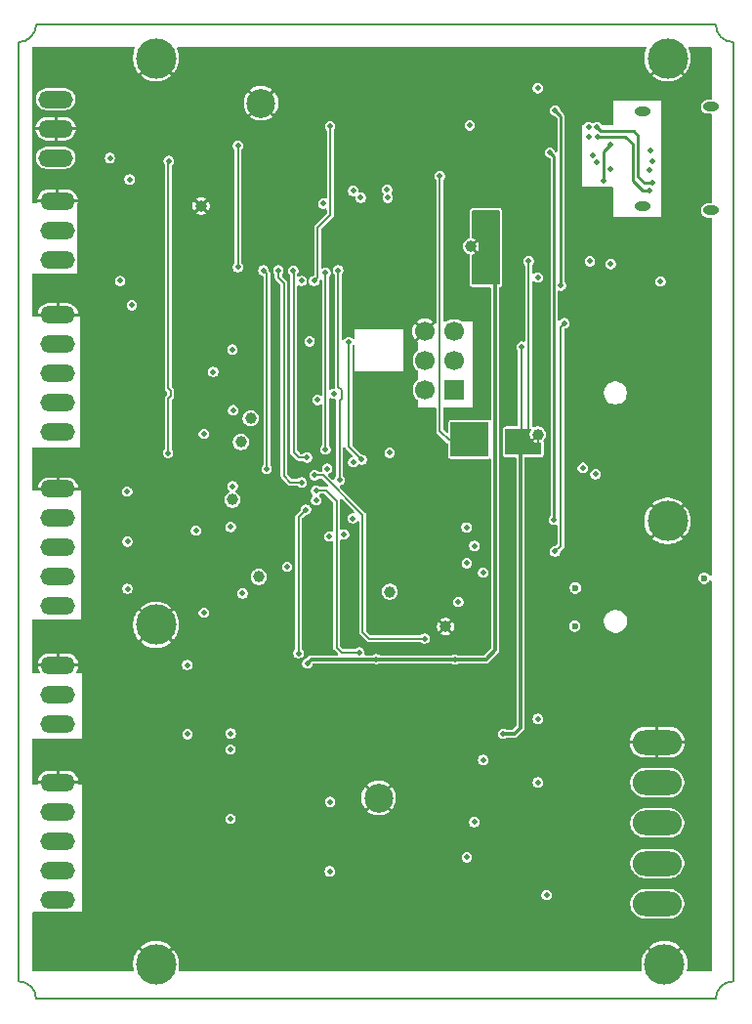
<source format=gbr>
%TF.GenerationSoftware,KiCad,Pcbnew,9.0.2*%
%TF.CreationDate,2025-07-10T16:00:18+01:00*%
%TF.ProjectId,FastStepper,46617374-5374-4657-9070-65722e6b6963,rev?*%
%TF.SameCoordinates,PX71f712cPY8e18f40*%
%TF.FileFunction,Copper,L2,Inr*%
%TF.FilePolarity,Positive*%
%FSLAX46Y46*%
G04 Gerber Fmt 4.6, Leading zero omitted, Abs format (unit mm)*
G04 Created by KiCad (PCBNEW 9.0.2) date 2025-07-10 16:00:18*
%MOMM*%
%LPD*%
G01*
G04 APERTURE LIST*
%TA.AperFunction,ComponentPad*%
%ADD10O,3.000000X1.500000*%
%TD*%
%TA.AperFunction,ComponentPad*%
%ADD11C,2.500000*%
%TD*%
%TA.AperFunction,ComponentPad*%
%ADD12R,1.700000X1.700000*%
%TD*%
%TA.AperFunction,ComponentPad*%
%ADD13C,1.700000*%
%TD*%
%TA.AperFunction,ComponentPad*%
%ADD14C,1.000000*%
%TD*%
%TA.AperFunction,ComponentPad*%
%ADD15C,3.500000*%
%TD*%
%TA.AperFunction,HeatsinkPad*%
%ADD16O,1.400000X0.800000*%
%TD*%
%TA.AperFunction,ComponentPad*%
%ADD17O,4.267200X2.133600*%
%TD*%
%TA.AperFunction,ViaPad*%
%ADD18C,0.500000*%
%TD*%
%TA.AperFunction,ViaPad*%
%ADD19C,0.600000*%
%TD*%
%TA.AperFunction,Conductor*%
%ADD20C,0.203200*%
%TD*%
%TA.AperFunction,Conductor*%
%ADD21C,0.304800*%
%TD*%
%TA.AperFunction,Conductor*%
%ADD22C,0.254000*%
%TD*%
%TA.AperFunction,Conductor*%
%ADD23C,0.220000*%
%TD*%
%TA.AperFunction,Profile*%
%ADD24C,0.152400*%
%TD*%
%TA.AperFunction,Profile*%
%ADD25C,0.150000*%
%TD*%
G04 APERTURE END LIST*
D10*
%TO.N,unconnected-(X3-Pin_1-Pad1)*%
%TO.C,X3*%
X3200000Y77933400D03*
%TO.N,GND*%
X3200000Y75393400D03*
%TO.N,Net-(IC21-A)*%
X3200000Y72853400D03*
%TD*%
D11*
%TO.N,GND*%
%TO.C,J6*%
X31198900Y17400000D03*
%TD*%
D10*
%TO.N,GND*%
%TO.C,X4*%
X3356000Y69131400D03*
%TO.N,+5V*%
X3356000Y66591400D03*
%TO.N,/IO stage/HALL_EFFCT_IN*%
X3356000Y64051400D03*
%TD*%
D12*
%TO.N,/core stage/PDI_DATA*%
%TO.C,SV2*%
X37748900Y52750000D03*
D13*
%TO.N,+3.3V_u*%
X35208900Y52750000D03*
%TO.N,unconnected-(SV2-Pad3)*%
X37748900Y55290000D03*
%TO.N,unconnected-(SV2-Pad4)*%
X35208900Y55290000D03*
%TO.N,/core stage/PDI_CLK*%
X37748900Y57830000D03*
%TO.N,GND*%
X35208900Y57830000D03*
%TD*%
D14*
%TO.N,Net-(IC8-PA4{slash}ADC4)*%
%TO.C,TP4*%
X20098900Y50300000D03*
%TD*%
D11*
%TO.N,GND*%
%TO.C,J4*%
X20998900Y77600000D03*
%TD*%
D14*
%TO.N,GND*%
%TO.C,TP10*%
X15798900Y68700000D03*
%TD*%
%TO.N,GND*%
%TO.C,TP11*%
X36998900Y32250000D03*
%TD*%
%TO.N,+5V*%
%TO.C,TP13*%
X39198900Y65200000D03*
%TD*%
D15*
%TO.N,GND*%
%TO.C,SC1*%
X11898900Y81500000D03*
%TD*%
D16*
%TO.N,Net-(J1-SHIELD)*%
%TO.C,J1*%
X60033900Y68297500D03*
X54083900Y68657500D03*
X54083900Y76917500D03*
X60033900Y77277500D03*
%TD*%
D15*
%TO.N,GND*%
%TO.C,SC1*%
X55981414Y3000000D03*
%TD*%
D14*
%TO.N,Net-(IC8-PB2{slash}ADC10{slash}DAC0)*%
%TO.C,TP6*%
X18525000Y43243400D03*
%TD*%
D15*
%TO.N,GND*%
%TO.C,SC1*%
X56248900Y41400000D03*
%TD*%
D10*
%TO.N,GND*%
%TO.C,X10*%
X3400000Y28922400D03*
%TO.N,/IO stage/ENDSTOP*%
X3400000Y26382400D03*
%TO.N,/IO stage/BRAKE*%
X3400000Y23842400D03*
%TD*%
D15*
%TO.N,GND*%
%TO.C,SC1*%
X11898900Y32400000D03*
%TD*%
D10*
%TO.N,GND*%
%TO.C,X5*%
X3400000Y44165400D03*
%TO.N,/IO stage/STEP_ENABLE*%
X3400000Y41625400D03*
%TO.N,/IO stage/STEP_DIRECTION*%
X3400000Y39085400D03*
%TO.N,/IO stage/STEP_PULSE*%
X3400000Y36545400D03*
%TO.N,+5V*%
X3400000Y34005400D03*
%TD*%
%TO.N,GND*%
%TO.C,X9*%
X3400000Y18762400D03*
%TO.N,/IO stage/IN0*%
X3400000Y16222400D03*
%TO.N,/IO stage/IN1*%
X3400000Y13682400D03*
%TO.N,/IO stage/OUTPUT0*%
X3400000Y11142400D03*
%TO.N,/IO stage/OUTPUT1*%
X3400000Y8602400D03*
%TD*%
D15*
%TO.N,GND*%
%TO.C,SC1*%
X56248900Y81500000D03*
%TD*%
D14*
%TO.N,Net-(IC8-PA5{slash}ADC5)*%
%TO.C,TP5*%
X19248900Y48250000D03*
%TD*%
D15*
%TO.N,GND*%
%TO.C,SC1*%
X11898900Y3000000D03*
%TD*%
D17*
%TO.N,+5V*%
%TO.C,X1*%
X55348900Y8225000D03*
%TO.N,/IO stage/2Harp_H2_RX*%
X55348900Y11725000D03*
%TO.N,/IO stage/2Harp_H2_TX*%
X55348900Y15225000D03*
%TO.N,/IO stage/2Harp_ClockOut*%
X55348900Y18725000D03*
%TO.N,GND*%
X55348900Y22225000D03*
%TD*%
D14*
%TO.N,+3V3*%
%TO.C,TP1*%
X44998900Y48900000D03*
%TD*%
D10*
%TO.N,GND*%
%TO.C,X2*%
X3400000Y59273400D03*
%TO.N,/IO stage/INPUT0*%
X3400000Y56733400D03*
%TO.N,/IO stage/INPUT1*%
X3400000Y54193400D03*
%TO.N,unconnected-(X2-Pin_4-Pad4)*%
X3400000Y51653400D03*
%TO.N,+5V*%
X3400000Y49113400D03*
%TD*%
D14*
%TO.N,Net-(IC8-PC1{slash}OC0B{slash}XCK0{slash}SCL)*%
%TO.C,TP8*%
X20794200Y36563200D03*
%TD*%
%TO.N,Net-(IC8-OC0B{slash}XCK0{slash}PD1)*%
%TO.C,TP9*%
X32164000Y35273400D03*
%TD*%
D18*
%TO.N,GND*%
X10510000Y40673400D03*
X26631000Y34242400D03*
X10383000Y44864400D03*
X47998900Y61500000D03*
X30988000Y9745400D03*
X17498900Y57250000D03*
X17998900Y35750000D03*
X24892000Y39081400D03*
X26498900Y30250000D03*
X14000000Y66719400D03*
X35998900Y72100000D03*
X43498900Y61500000D03*
X57098900Y46400000D03*
X45998900Y12230677D03*
X21698900Y44100000D03*
X33298900Y67100000D03*
X26473200Y41840800D03*
X7398900Y14900000D03*
X26298900Y10400000D03*
X43998900Y7500000D03*
X12998900Y41500000D03*
X58144865Y64435266D03*
X14598900Y58200000D03*
X16798900Y62300000D03*
X11780000Y38641400D03*
X31506148Y33154591D03*
X42055733Y46532159D03*
X36630000Y46705400D03*
X31496000Y21937400D03*
X34550000Y49619400D03*
X43498900Y63250000D03*
X33064000Y33029400D03*
X5948900Y64900000D03*
X8400000Y48028400D03*
X26416000Y27779400D03*
X14998900Y10924000D03*
X29998900Y58500000D03*
X1824000Y61937400D03*
X33020000Y27779400D03*
X25778000Y35857400D03*
X39750000Y43549400D03*
X5850000Y55419400D03*
X7748900Y60250000D03*
X18498900Y34250000D03*
X14998900Y49900000D03*
X41298900Y28855000D03*
X52398900Y60000000D03*
X7366000Y21429400D03*
X17103971Y25404591D03*
X20498900Y42000000D03*
X44212670Y24109908D03*
X17907000Y53052400D03*
X33298900Y72300000D03*
X34998900Y77700000D03*
X9015000Y68008400D03*
X33000000Y39319400D03*
X15447144Y43876105D03*
X17653000Y48607400D03*
X41748900Y14250000D03*
X25904698Y26913048D03*
X44298900Y43600000D03*
X19498900Y62020159D03*
X25098900Y63000000D03*
X37698900Y4800000D03*
X25748900Y73330269D03*
X16600000Y64419400D03*
X18998900Y57000000D03*
X38143828Y62200000D03*
X37398900Y35900000D03*
X7498900Y32300000D03*
X39998900Y54250000D03*
X43498900Y66500000D03*
X8100000Y52919400D03*
X12984407Y45861112D03*
X40248900Y51500000D03*
X15459045Y52115945D03*
X10674022Y48890098D03*
X31940930Y26666668D03*
X25998900Y50500000D03*
X15978900Y20794000D03*
X59529006Y74800000D03*
X25615000Y32845400D03*
X59488900Y70140106D03*
X26162000Y19905400D03*
X46398900Y28200000D03*
X11248900Y75265946D03*
X16510000Y20207400D03*
X20574000Y13555400D03*
X30748900Y75580269D03*
X11498900Y61000000D03*
X35300000Y63192400D03*
X23171604Y73330269D03*
X16698900Y31700000D03*
X10748900Y54250000D03*
X56808900Y62100000D03*
X20498900Y28033400D03*
X45698900Y46300000D03*
X10098900Y36600000D03*
X7811000Y75919400D03*
X29928849Y53544688D03*
X32864000Y42561400D03*
X18589000Y46000400D03*
X20506144Y29913046D03*
X37719000Y25000000D03*
X6098900Y35200000D03*
X59498900Y58000000D03*
X13598900Y37500000D03*
X6350000Y9745400D03*
X17748900Y29000000D03*
X17777000Y37900400D03*
X57798900Y75800000D03*
X31298900Y81600000D03*
X44198900Y73100000D03*
X12415000Y42703400D03*
X10414000Y47250000D03*
X37262000Y40208400D03*
X8998900Y71700000D03*
X42032600Y60900283D03*
X5877000Y37950400D03*
X40098900Y61300000D03*
X2298900Y81700000D03*
X2662000Y47024400D03*
X29998900Y60800000D03*
X15367000Y46575400D03*
X30498900Y39250000D03*
X50898900Y76100000D03*
X3698900Y4600000D03*
X43998900Y17200000D03*
X15113000Y55084400D03*
X18015810Y39385267D03*
X5800000Y52819400D03*
X16022900Y15984000D03*
X54398900Y46010000D03*
X57285136Y59713764D03*
X6512000Y44554400D03*
X50898900Y70000000D03*
X25781000Y54449400D03*
X20198900Y54100000D03*
X29748900Y50500000D03*
X23298900Y69200000D03*
X27798900Y69500000D03*
X12619000Y52442400D03*
X31457712Y50391220D03*
X31698900Y53800000D03*
X21748900Y41628826D03*
X16248900Y14607000D03*
X33498900Y35800000D03*
X41748900Y19750000D03*
X36748900Y44500000D03*
X9906000Y25366400D03*
X5998900Y74250000D03*
X22603000Y36238400D03*
X24998900Y75580269D03*
X22498900Y73830269D03*
X23898900Y66500000D03*
X36830000Y21429400D03*
X58698900Y13800000D03*
X10800000Y68700000D03*
X19748900Y65500000D03*
X33748900Y30500000D03*
%TO.N,+3V3*%
X43498900Y47400000D03*
X24498900Y62200000D03*
X18998900Y73900000D03*
X26998900Y75580269D03*
X18584000Y50996400D03*
X45748900Y9000000D03*
X43598900Y56500000D03*
X43570580Y48964805D03*
X18363900Y21595000D03*
X14640206Y22919083D03*
X18356943Y15593466D03*
X14605000Y28922400D03*
X25598900Y62200000D03*
X18998900Y63400000D03*
X44998900Y24250000D03*
X18511000Y56265400D03*
X44998900Y18750000D03*
X44398900Y47500000D03*
X18382955Y22985514D03*
X44198900Y63900000D03*
X41998900Y22953400D03*
%TO.N,Net-(IC8-AVCC)*%
X28998900Y46487000D03*
%TO.N,U_HALL_EFFCT_IN*%
X26600000Y62900000D03*
X26600000Y47601100D03*
%TO.N,FTDI_CTS*%
X27805000Y44943900D03*
X27698900Y63116600D03*
%TO.N,+5V*%
X40733800Y68000000D03*
X25019000Y29049400D03*
X40741350Y65257550D03*
X9423000Y39615800D03*
X9397600Y43959200D03*
X30988000Y29430400D03*
X39898900Y62300000D03*
X41402000Y62196400D03*
X26398900Y68900000D03*
X9798900Y60100000D03*
X9423000Y35526400D03*
X37798900Y29400000D03*
X8788000Y62200000D03*
%TO.N,FTDI_RXD*%
X23798900Y63100000D03*
X32150000Y47311400D03*
X24998900Y46900000D03*
%TO.N,FTDI_RTS*%
X24498900Y44750000D03*
X22498900Y63116600D03*
%TO.N,FTDI_TXD*%
X26748900Y45941000D03*
X21198900Y63116600D03*
X21498900Y45900000D03*
%TO.N,U_PH_A*%
X16850000Y54323400D03*
X19390000Y35123400D03*
%TO.N,U_STEP_DIRECTION*%
X15358000Y40567200D03*
X26924000Y40049000D03*
%TO.N,U_STEP_ENABLE*%
X25773000Y43200000D03*
X18542000Y44416400D03*
%TO.N,HARP_H2_TX*%
X39493900Y15305000D03*
X39493900Y39250000D03*
%TO.N,U_PH_B*%
X16050000Y33442400D03*
X16050000Y48946400D03*
%TO.N,UC_OUTPUT0*%
X25767816Y44052669D03*
X29533600Y30006400D03*
%TO.N,/core stage/LED_STATE*%
X25222000Y56965400D03*
X29726000Y46705400D03*
X28600000Y56919400D03*
%TO.N,UC_INPUT1*%
X26950000Y11041400D03*
X28956000Y41622400D03*
%TO.N,UC_BRAKE*%
X24257000Y29938400D03*
X24892000Y42384400D03*
%TO.N,UC_OUTPUT1*%
X35179000Y31208400D03*
X25641500Y45361401D03*
%TO.N,/core stage/AREF*%
X25878000Y51895400D03*
%TO.N,EMERGENCY_INPUT*%
X12998900Y72600000D03*
X12948900Y47294409D03*
%TO.N,UC_INPUT0*%
X28194000Y40225400D03*
X26998900Y17050000D03*
%TO.N,HARP_H2_RX*%
X38837000Y37750000D03*
X38837000Y12250000D03*
%TO.N,+3.3V_u*%
X27300000Y52419400D03*
X9598900Y71000000D03*
X39698900Y49500000D03*
X38811200Y40858600D03*
X38492000Y48419400D03*
X39598900Y47300000D03*
X38100800Y34380200D03*
X36498900Y71300000D03*
X37795030Y47486263D03*
X38062000Y49345400D03*
X18372200Y40867000D03*
%TO.N,Net-(IC21-A)*%
X7898900Y72853400D03*
%TO.N,/Clock stage/CLCK_IN*%
X49498900Y63900000D03*
X48898900Y46000000D03*
%TO.N,VClk*%
X55640201Y62149454D03*
X46498900Y76955000D03*
X46998900Y61800000D03*
%TO.N,/Clock stage/~{CLCK_DET}*%
X49998900Y45450000D03*
X51321845Y63660869D03*
%TO.N,~{CLK_EN_USB}*%
X39098900Y75685000D03*
X46029400Y73330500D03*
X46398900Y41500000D03*
%TO.N,CLK_USB*%
X44998900Y62500000D03*
X44998900Y78900000D03*
%TO.N,/CC2*%
X54798900Y73460389D03*
%TO.N,/CC1*%
X51298900Y71900000D03*
%TO.N,/USB_P*%
X54900699Y72563520D03*
X50143512Y72462500D03*
%TO.N,/USB_N*%
X54698900Y71800000D03*
X49780750Y73070683D03*
%TO.N,/USB_POWER*%
X50698900Y70900000D03*
X51298900Y74000000D03*
D19*
%TO.N,GNDS*%
X59433666Y36450000D03*
X48248900Y35600000D03*
X48198900Y32300000D03*
D18*
%TO.N,CLK_2u*%
X46498900Y38750000D03*
X40248900Y20700000D03*
X23248900Y37443400D03*
X47298900Y58550000D03*
X40248900Y36929147D03*
%TO.N,/USB_CLCK_N*%
X50197328Y74706468D03*
X49398900Y75500000D03*
X54667779Y70011480D03*
%TO.N,/USB_CLCK_P*%
X54891618Y70674730D03*
X50137811Y75538908D03*
X49398900Y74700000D03*
%TO.N,/USB_2u_N*%
X28998900Y70000000D03*
X31923900Y70100000D03*
%TO.N,/USB_2u_P*%
X29648900Y69400000D03*
X31998900Y69400000D03*
%TD*%
D20*
%TO.N,+3V3*%
X43998900Y48900000D02*
X44198900Y48900000D01*
X25898900Y62500000D02*
X25898900Y66800000D01*
X43570580Y48964805D02*
X43735385Y48800000D01*
X43735385Y48800000D02*
X43898900Y48800000D01*
X43698900Y49093125D02*
X43698900Y49200000D01*
X18998900Y63400000D02*
X18998900Y73900000D01*
X44018300Y47919400D02*
X44802000Y47919400D01*
X44998900Y48116300D02*
X44998900Y48900000D01*
X43498900Y47400000D02*
X44018300Y47919400D01*
X44196000Y63578700D02*
X44198900Y63581600D01*
D21*
X43498900Y47400000D02*
X43498900Y23500000D01*
D20*
X25898900Y66800000D02*
X26998900Y67900000D01*
X43560000Y56461100D02*
X43598900Y56500000D01*
X43570580Y48964805D02*
X43698900Y49093125D01*
X44198900Y48900000D02*
X44196000Y48902900D01*
D21*
X42952300Y22953400D02*
X41998900Y22953400D01*
D20*
X44198900Y63581600D02*
X44198900Y63900000D01*
X43560000Y49338900D02*
X43560000Y56461100D01*
X43898900Y48800000D02*
X43998900Y48900000D01*
X44802000Y47919400D02*
X44998900Y48116300D01*
X44196000Y48902900D02*
X44196000Y63578700D01*
D21*
X43498900Y23500000D02*
X42952300Y22953400D01*
D20*
X26998900Y67900000D02*
X26998900Y75580269D01*
X43698900Y49200000D02*
X43560000Y49338900D01*
X25598900Y62200000D02*
X25898900Y62500000D01*
%TO.N,U_HALL_EFFCT_IN*%
X26600000Y62900000D02*
X26600000Y47601100D01*
%TO.N,FTDI_CTS*%
X27805000Y51806100D02*
X27805000Y44943900D01*
X27998900Y52000000D02*
X27805000Y51806100D01*
X27698900Y53017339D02*
X27998900Y52717339D01*
X27698900Y63116600D02*
X27698900Y53017339D01*
X27998900Y52717339D02*
X27998900Y52000000D01*
D21*
%TO.N,+5V*%
X41295500Y61149937D02*
X41298900Y61153337D01*
X41298900Y30200000D02*
X41298900Y60646663D01*
X41298900Y62096007D02*
X41399293Y62196400D01*
X37589650Y29400000D02*
X37585650Y29404000D01*
X41298900Y61153337D02*
X41298900Y62096007D01*
X25373600Y29404000D02*
X25019000Y29049400D01*
X41295500Y60650063D02*
X41295500Y61149937D01*
X41399293Y62196400D02*
X41402000Y62196400D01*
X37585650Y29404000D02*
X25373600Y29404000D01*
X40498900Y29400000D02*
X41298900Y30200000D01*
X41298900Y60646663D02*
X41295500Y60650063D01*
X37798900Y29400000D02*
X40498900Y29400000D01*
X37798900Y29400000D02*
X37589650Y29400000D01*
D20*
%TO.N,FTDI_RXD*%
X23821900Y47377000D02*
X23821900Y63077000D01*
X23821900Y63077000D02*
X23798900Y63100000D01*
X24298900Y46900000D02*
X23821900Y47377000D01*
X24998900Y46900000D02*
X24298900Y46900000D01*
%TO.N,FTDI_RTS*%
X22498900Y63116600D02*
X22498900Y62500000D01*
X22998900Y62000000D02*
X22998900Y45300000D01*
X23548900Y44750000D02*
X24498900Y44750000D01*
X22498900Y62500000D02*
X22998900Y62000000D01*
X22998900Y45300000D02*
X23548900Y44750000D01*
%TO.N,FTDI_TXD*%
X21498900Y62816600D02*
X21198900Y63116600D01*
X21498900Y45900000D02*
X21498900Y62816600D01*
%TO.N,UC_OUTPUT0*%
X29533600Y30006400D02*
X27992500Y30006400D01*
X27562000Y43143400D02*
X26652731Y44052669D01*
X27562000Y30436900D02*
X27562000Y43143400D01*
X26652731Y44052669D02*
X25767816Y44052669D01*
X27992500Y30006400D02*
X27562000Y30436900D01*
%TO.N,/core stage/LED_STATE*%
X28600000Y47831400D02*
X28600000Y56919400D01*
X29726000Y46705400D02*
X28600000Y47831400D01*
%TO.N,UC_BRAKE*%
X24251000Y41743400D02*
X24892000Y42384400D01*
D22*
X24257000Y29938400D02*
X24251000Y29944400D01*
D20*
X24251000Y41743400D02*
X24251000Y29944400D01*
%TO.N,UC_OUTPUT1*%
X29816600Y31744800D02*
X30353000Y31208400D01*
X26387499Y45361401D02*
X29816600Y41932300D01*
X30353000Y31208400D02*
X35179000Y31208400D01*
X29816600Y41932300D02*
X29816600Y31744800D01*
X25641500Y45361401D02*
X26387499Y45361401D01*
%TO.N,EMERGENCY_INPUT*%
X13174000Y52672289D02*
X13174000Y52212511D01*
X12948900Y52897389D02*
X13174000Y52672289D01*
X13174000Y52212511D02*
X12948900Y51987411D01*
X12998900Y72600000D02*
X12948900Y72550000D01*
X12948900Y51987411D02*
X12948900Y47294409D01*
X12948900Y72550000D02*
X12948900Y52897389D01*
%TO.N,+3.3V_u*%
X36498900Y71300000D02*
X36498900Y49200000D01*
X37279500Y48419400D02*
X38492000Y48419400D01*
X36498900Y49200000D02*
X37279500Y48419400D01*
D23*
%TO.N,VClk*%
X46498900Y76955000D02*
X46998900Y76455000D01*
X46998900Y76455000D02*
X46998900Y61800000D01*
%TO.N,~{CLK_EN_USB}*%
X46398900Y41500000D02*
X46398900Y72961000D01*
X46398900Y72961000D02*
X46029400Y73330500D01*
%TO.N,/USB_POWER*%
X50698900Y72224514D02*
X50704512Y72230126D01*
X50704512Y72230126D02*
X50704512Y72694874D01*
X50704512Y72694874D02*
X50698900Y72700486D01*
X50698900Y72700486D02*
X50698900Y73400000D01*
X50698900Y73400000D02*
X51298900Y74000000D01*
X50698900Y70900000D02*
X50698900Y72224514D01*
D20*
%TO.N,CLK_2u*%
X46998900Y58200000D02*
X46998900Y39250000D01*
X47298900Y58550000D02*
X47298900Y58500000D01*
X47298900Y58500000D02*
X46998900Y58200000D01*
X46998900Y39250000D02*
X46498900Y38750000D01*
D23*
%TO.N,/USB_CLCK_N*%
X52592432Y74706468D02*
X50197328Y74706468D01*
X54087420Y70011480D02*
X53198900Y70900000D01*
X53198900Y70900000D02*
X53198900Y74100000D01*
X54667779Y70011480D02*
X54087420Y70011480D01*
X53198900Y74100000D02*
X52592432Y74706468D01*
%TO.N,/USB_CLCK_P*%
X53698900Y71200000D02*
X53698900Y74800000D01*
X54891618Y70674730D02*
X54224170Y70674730D01*
X50476719Y75200000D02*
X50137811Y75538908D01*
X53298900Y75200000D02*
X50476719Y75200000D01*
X54224170Y70674730D02*
X53698900Y71200000D01*
X53698900Y74800000D02*
X53298900Y75200000D01*
%TD*%
%TA.AperFunction,Conductor*%
%TO.N,+3.3V_u*%
G36*
X40696309Y49921709D02*
G01*
X40707000Y49895900D01*
X40707000Y47020900D01*
X40696309Y46995091D01*
X40670500Y46984400D01*
X37461500Y46984400D01*
X37435691Y46995091D01*
X37425000Y47020900D01*
X37425000Y49895900D01*
X37435691Y49921709D01*
X37461500Y49932400D01*
X40670500Y49932400D01*
X40696309Y49921709D01*
G37*
%TD.AperFunction*%
%TD*%
%TA.AperFunction,Conductor*%
%TO.N,GND*%
G36*
X10047168Y82482473D02*
G01*
X10086764Y82427973D01*
X10086764Y82360607D01*
X10083802Y82352578D01*
X9997942Y82145295D01*
X9997939Y82145286D01*
X9929976Y81891643D01*
X9929973Y81891627D01*
X9895700Y81631300D01*
X9895700Y81368701D01*
X9929973Y81108374D01*
X9929976Y81108358D01*
X9997939Y80854715D01*
X9997942Y80854706D01*
X10098430Y80612106D01*
X10098432Y80612103D01*
X10229728Y80384691D01*
X10389581Y80176367D01*
X10392903Y80173045D01*
X11070884Y80851027D01*
X11084073Y80831289D01*
X11230189Y80685173D01*
X11249924Y80671987D01*
X10571943Y79994005D01*
X10575266Y79990682D01*
X10783590Y79830829D01*
X11011002Y79699533D01*
X11011005Y79699531D01*
X11253605Y79599043D01*
X11253614Y79599040D01*
X11507257Y79531077D01*
X11507273Y79531074D01*
X11767600Y79496800D01*
X12030200Y79496800D01*
X12290526Y79531074D01*
X12290542Y79531077D01*
X12544185Y79599040D01*
X12544194Y79599043D01*
X12786794Y79699531D01*
X12786797Y79699533D01*
X13014209Y79830829D01*
X13222530Y79990679D01*
X13225856Y79994005D01*
X12547874Y80671986D01*
X12567611Y80685173D01*
X12713727Y80831289D01*
X12726914Y80851026D01*
X13404895Y80173044D01*
X13408221Y80176370D01*
X13568071Y80384691D01*
X13699367Y80612103D01*
X13699369Y80612106D01*
X13799857Y80854706D01*
X13799860Y80854715D01*
X13867823Y81108358D01*
X13867826Y81108374D01*
X13902100Y81368701D01*
X13902100Y81631300D01*
X13867826Y81891627D01*
X13867823Y81891643D01*
X13799860Y82145286D01*
X13799857Y82145295D01*
X13713998Y82352578D01*
X13708713Y82419736D01*
X13743911Y82477174D01*
X13806149Y82502954D01*
X13814701Y82503290D01*
X54333099Y82503290D01*
X54397168Y82482473D01*
X54436764Y82427973D01*
X54436764Y82360607D01*
X54433802Y82352578D01*
X54347942Y82145295D01*
X54347939Y82145286D01*
X54279976Y81891643D01*
X54279973Y81891627D01*
X54245700Y81631300D01*
X54245700Y81368701D01*
X54279973Y81108374D01*
X54279976Y81108358D01*
X54347939Y80854715D01*
X54347942Y80854706D01*
X54448430Y80612106D01*
X54448432Y80612103D01*
X54579728Y80384691D01*
X54739581Y80176367D01*
X54742903Y80173045D01*
X55420884Y80851027D01*
X55434073Y80831289D01*
X55580189Y80685173D01*
X55599924Y80671987D01*
X54921943Y79994005D01*
X54925266Y79990682D01*
X55133590Y79830829D01*
X55361002Y79699533D01*
X55361005Y79699531D01*
X55603605Y79599043D01*
X55603614Y79599040D01*
X55857257Y79531077D01*
X55857273Y79531074D01*
X56117600Y79496800D01*
X56380200Y79496800D01*
X56640526Y79531074D01*
X56640542Y79531077D01*
X56894185Y79599040D01*
X56894194Y79599043D01*
X57136794Y79699531D01*
X57136797Y79699533D01*
X57364209Y79830829D01*
X57572530Y79990679D01*
X57575856Y79994005D01*
X56897874Y80671986D01*
X56917611Y80685173D01*
X57063727Y80831289D01*
X57076914Y80851026D01*
X57754895Y80173044D01*
X57758221Y80176370D01*
X57918071Y80384691D01*
X58049367Y80612103D01*
X58049369Y80612106D01*
X58149857Y80854706D01*
X58149860Y80854715D01*
X58217823Y81108358D01*
X58217826Y81108374D01*
X58252100Y81368701D01*
X58252100Y81631300D01*
X58217826Y81891627D01*
X58217823Y81891643D01*
X58149860Y82145286D01*
X58149857Y82145295D01*
X58063998Y82352578D01*
X58058713Y82419736D01*
X58093911Y82477174D01*
X58156149Y82502954D01*
X58164701Y82503290D01*
X59968600Y82503290D01*
X60032669Y82482473D01*
X60072265Y82427973D01*
X60077600Y82394290D01*
X60077600Y77987000D01*
X60056783Y77922931D01*
X60002283Y77883335D01*
X59968600Y77878000D01*
X59654843Y77878000D01*
X59502116Y77837078D01*
X59365186Y77758022D01*
X59253378Y77646214D01*
X59174322Y77509284D01*
X59146918Y77407007D01*
X59133400Y77356557D01*
X59133400Y77198443D01*
X59134297Y77195095D01*
X59174322Y77045717D01*
X59217048Y76971713D01*
X59253380Y76908784D01*
X59365184Y76796980D01*
X59365186Y76796979D01*
X59502116Y76717923D01*
X59654843Y76677000D01*
X59968600Y76677000D01*
X60032669Y76656183D01*
X60072265Y76601683D01*
X60077600Y76568000D01*
X60077600Y69007000D01*
X60056783Y68942931D01*
X60002283Y68903335D01*
X59968600Y68898000D01*
X59654843Y68898000D01*
X59502116Y68857078D01*
X59365186Y68778022D01*
X59253378Y68666214D01*
X59174322Y68529284D01*
X59133400Y68376557D01*
X59133400Y68218444D01*
X59174322Y68065717D01*
X59247036Y67939772D01*
X59253380Y67928784D01*
X59365184Y67816980D01*
X59365186Y67816979D01*
X59502116Y67737923D01*
X59654843Y67697000D01*
X59968600Y67697000D01*
X60032669Y67676183D01*
X60072265Y67621683D01*
X60077600Y67588000D01*
X60077600Y36742469D01*
X60056783Y36678400D01*
X60002283Y36638804D01*
X59934917Y36638804D01*
X59880417Y36678400D01*
X59874204Y36687968D01*
X59834168Y36757311D01*
X59834167Y36757312D01*
X59834166Y36757314D01*
X59740980Y36850500D01*
X59707486Y36869838D01*
X59626851Y36916393D01*
X59499558Y36950500D01*
X59367774Y36950500D01*
X59240480Y36916393D01*
X59126354Y36850502D01*
X59033164Y36757312D01*
X58967273Y36643186D01*
X58947304Y36568658D01*
X58933166Y36515892D01*
X58933166Y36384108D01*
X58942304Y36350001D01*
X58967273Y36256815D01*
X59033164Y36142689D01*
X59033166Y36142686D01*
X59126352Y36049500D01*
X59240480Y35983608D01*
X59367774Y35949500D01*
X59499558Y35949500D01*
X59626852Y35983608D01*
X59740980Y36049500D01*
X59834166Y36142686D01*
X59874203Y36212033D01*
X59924266Y36257108D01*
X59991262Y36264150D01*
X60049603Y36230467D01*
X60077003Y36168926D01*
X60077600Y36157532D01*
X60077600Y2484800D01*
X60056783Y2420731D01*
X60002283Y2381135D01*
X59968600Y2375800D01*
X58030076Y2375800D01*
X57966007Y2396617D01*
X57926411Y2451117D01*
X57924790Y2513011D01*
X57950337Y2608358D01*
X57950340Y2608374D01*
X57984614Y2868701D01*
X57984614Y3131300D01*
X57950340Y3391627D01*
X57950337Y3391643D01*
X57882374Y3645286D01*
X57882371Y3645295D01*
X57781883Y3887895D01*
X57781881Y3887898D01*
X57650585Y4115310D01*
X57490732Y4323634D01*
X57487409Y4326957D01*
X56809427Y3648976D01*
X56796241Y3668711D01*
X56650125Y3814827D01*
X56630387Y3828016D01*
X57308369Y4505997D01*
X57305047Y4509319D01*
X57096723Y4669172D01*
X56869311Y4800468D01*
X56869308Y4800470D01*
X56626708Y4900958D01*
X56626699Y4900961D01*
X56373056Y4968924D01*
X56373040Y4968927D01*
X56112714Y5003200D01*
X55850114Y5003200D01*
X55589787Y4968927D01*
X55589771Y4968924D01*
X55336128Y4900961D01*
X55336119Y4900958D01*
X55093519Y4800470D01*
X55093516Y4800468D01*
X54866104Y4669172D01*
X54657784Y4509322D01*
X54654457Y4505997D01*
X55332439Y3828015D01*
X55312703Y3814827D01*
X55166587Y3668711D01*
X55153399Y3648975D01*
X54475417Y4326957D01*
X54472092Y4323630D01*
X54312242Y4115310D01*
X54180946Y3887898D01*
X54180944Y3887895D01*
X54080456Y3645295D01*
X54080453Y3645286D01*
X54012490Y3391643D01*
X54012487Y3391627D01*
X53978214Y3131300D01*
X53978214Y2868701D01*
X54012487Y2608374D01*
X54012490Y2608358D01*
X54038038Y2513011D01*
X54034512Y2445738D01*
X53992117Y2393385D01*
X53932752Y2375800D01*
X13947562Y2375800D01*
X13883493Y2396617D01*
X13843897Y2451117D01*
X13842276Y2513011D01*
X13867823Y2608358D01*
X13867826Y2608374D01*
X13902100Y2868701D01*
X13902100Y3131300D01*
X13867826Y3391627D01*
X13867823Y3391643D01*
X13799860Y3645286D01*
X13799857Y3645295D01*
X13699369Y3887895D01*
X13699367Y3887898D01*
X13568071Y4115310D01*
X13408218Y4323634D01*
X13404895Y4326957D01*
X12726913Y3648976D01*
X12713727Y3668711D01*
X12567611Y3814827D01*
X12547873Y3828016D01*
X13225855Y4505997D01*
X13222533Y4509319D01*
X13014209Y4669172D01*
X12786797Y4800468D01*
X12786794Y4800470D01*
X12544194Y4900958D01*
X12544185Y4900961D01*
X12290542Y4968924D01*
X12290526Y4968927D01*
X12030200Y5003200D01*
X11767600Y5003200D01*
X11507273Y4968927D01*
X11507257Y4968924D01*
X11253614Y4900961D01*
X11253605Y4900958D01*
X11011005Y4800470D01*
X11011002Y4800468D01*
X10783590Y4669172D01*
X10575270Y4509322D01*
X10571943Y4505997D01*
X11249925Y3828015D01*
X11230189Y3814827D01*
X11084073Y3668711D01*
X11070885Y3648975D01*
X10392903Y4326957D01*
X10389578Y4323630D01*
X10229728Y4115310D01*
X10098432Y3887898D01*
X10098430Y3887895D01*
X9997942Y3645295D01*
X9997939Y3645286D01*
X9929976Y3391643D01*
X9929973Y3391627D01*
X9895700Y3131300D01*
X9895700Y2868701D01*
X9929973Y2608374D01*
X9929976Y2608358D01*
X9955524Y2513011D01*
X9951998Y2445738D01*
X9909603Y2393385D01*
X9850238Y2375800D01*
X1273400Y2375800D01*
X1209331Y2396617D01*
X1169735Y2451117D01*
X1164400Y2484800D01*
X1164400Y7432000D01*
X1185217Y7496069D01*
X1239717Y7535665D01*
X1273400Y7541000D01*
X5486399Y7541000D01*
X5486400Y7541000D01*
X5486400Y8324741D01*
X53014800Y8324741D01*
X53014800Y8125260D01*
X53046005Y7928237D01*
X53107645Y7738531D01*
X53107647Y7738526D01*
X53198208Y7560790D01*
X53315457Y7399409D01*
X53456509Y7258357D01*
X53617890Y7141108D01*
X53795626Y7050547D01*
X53890483Y7019726D01*
X53985336Y6988906D01*
X53985338Y6988906D01*
X53985340Y6988905D01*
X54182361Y6957700D01*
X54182362Y6957700D01*
X56515438Y6957700D01*
X56515439Y6957700D01*
X56712460Y6988905D01*
X56902174Y7050547D01*
X57079910Y7141108D01*
X57241291Y7258357D01*
X57382343Y7399409D01*
X57499592Y7560790D01*
X57590153Y7738526D01*
X57651795Y7928240D01*
X57683000Y8125261D01*
X57683000Y8324739D01*
X57651795Y8521760D01*
X57642781Y8549501D01*
X57590154Y8711470D01*
X57590153Y8711474D01*
X57499592Y8889210D01*
X57462191Y8940688D01*
X57382348Y9050584D01*
X57382345Y9050588D01*
X57382343Y9050591D01*
X57241291Y9191643D01*
X57241283Y9191649D01*
X57079912Y9308891D01*
X57079906Y9308894D01*
X56978643Y9360490D01*
X56902174Y9399453D01*
X56902171Y9399454D01*
X56902169Y9399455D01*
X56712463Y9461095D01*
X56712464Y9461095D01*
X56515440Y9492300D01*
X56515439Y9492300D01*
X54182361Y9492300D01*
X54182359Y9492300D01*
X53985336Y9461095D01*
X53795630Y9399455D01*
X53617893Y9308894D01*
X53617887Y9308891D01*
X53456516Y9191649D01*
X53456512Y9191646D01*
X53315454Y9050588D01*
X53315451Y9050584D01*
X53198209Y8889213D01*
X53198206Y8889207D01*
X53107645Y8711470D01*
X53046005Y8521764D01*
X53014800Y8324741D01*
X5486400Y8324741D01*
X5486400Y9059313D01*
X45298400Y9059313D01*
X45298400Y8940688D01*
X45329101Y8826114D01*
X45329100Y8826114D01*
X45380463Y8737153D01*
X45388411Y8723387D01*
X45472287Y8639511D01*
X45575014Y8580201D01*
X45689591Y8549500D01*
X45689593Y8549500D01*
X45808207Y8549500D01*
X45808209Y8549500D01*
X45922786Y8580201D01*
X46025513Y8639511D01*
X46109389Y8723387D01*
X46168699Y8826114D01*
X46199400Y8940691D01*
X46199400Y9059309D01*
X46168699Y9173886D01*
X46168698Y9173887D01*
X46168699Y9173887D01*
X46139044Y9225250D01*
X46109389Y9276613D01*
X46025513Y9360489D01*
X45922786Y9419799D01*
X45808212Y9450500D01*
X45808209Y9450500D01*
X45689591Y9450500D01*
X45689587Y9450500D01*
X45575013Y9419799D01*
X45472288Y9360490D01*
X45388410Y9276612D01*
X45329101Y9173887D01*
X45298400Y9059313D01*
X5486400Y9059313D01*
X5486400Y11100713D01*
X26499500Y11100713D01*
X26499500Y10982088D01*
X26530201Y10867514D01*
X26530200Y10867514D01*
X26581563Y10778553D01*
X26589511Y10764787D01*
X26673387Y10680911D01*
X26776114Y10621601D01*
X26890691Y10590900D01*
X26890693Y10590900D01*
X27009307Y10590900D01*
X27009309Y10590900D01*
X27123886Y10621601D01*
X27226613Y10680911D01*
X27310489Y10764787D01*
X27369799Y10867514D01*
X27400500Y10982091D01*
X27400500Y11100709D01*
X27369799Y11215286D01*
X27369798Y11215287D01*
X27369799Y11215287D01*
X27340144Y11266650D01*
X27310489Y11318013D01*
X27226613Y11401889D01*
X27123886Y11461199D01*
X27009312Y11491900D01*
X27009309Y11491900D01*
X26890691Y11491900D01*
X26890687Y11491900D01*
X26776113Y11461199D01*
X26673388Y11401890D01*
X26589510Y11318012D01*
X26530201Y11215287D01*
X26499500Y11100713D01*
X5486400Y11100713D01*
X5486400Y12309313D01*
X38386500Y12309313D01*
X38386500Y12190688D01*
X38417201Y12076114D01*
X38417200Y12076114D01*
X38468563Y11987153D01*
X38476511Y11973387D01*
X38560387Y11889511D01*
X38663114Y11830201D01*
X38777691Y11799500D01*
X38777693Y11799500D01*
X38896307Y11799500D01*
X38896309Y11799500D01*
X38990509Y11824741D01*
X53014800Y11824741D01*
X53014800Y11625260D01*
X53046005Y11428237D01*
X53081820Y11318012D01*
X53107647Y11238526D01*
X53177866Y11100713D01*
X53198206Y11060794D01*
X53198209Y11060788D01*
X53315451Y10899417D01*
X53315457Y10899409D01*
X53456509Y10758357D01*
X53617890Y10641108D01*
X53795626Y10550547D01*
X53890483Y10519726D01*
X53985336Y10488906D01*
X53985338Y10488906D01*
X53985340Y10488905D01*
X54182361Y10457700D01*
X54182362Y10457700D01*
X56515438Y10457700D01*
X56515439Y10457700D01*
X56712460Y10488905D01*
X56902174Y10550547D01*
X57079910Y10641108D01*
X57241291Y10758357D01*
X57382343Y10899409D01*
X57499592Y11060790D01*
X57590153Y11238526D01*
X57651795Y11428240D01*
X57683000Y11625261D01*
X57683000Y11824739D01*
X57651795Y12021760D01*
X57590153Y12211474D01*
X57499592Y12389210D01*
X57382343Y12550591D01*
X57241291Y12691643D01*
X57241283Y12691649D01*
X57079912Y12808891D01*
X57079906Y12808894D01*
X56902174Y12899453D01*
X56902171Y12899454D01*
X56902169Y12899455D01*
X56712463Y12961095D01*
X56712464Y12961095D01*
X56515440Y12992300D01*
X56515439Y12992300D01*
X54182361Y12992300D01*
X54182359Y12992300D01*
X53985336Y12961095D01*
X53795630Y12899455D01*
X53617893Y12808894D01*
X53617887Y12808891D01*
X53456516Y12691649D01*
X53456512Y12691646D01*
X53315454Y12550588D01*
X53315451Y12550584D01*
X53198209Y12389213D01*
X53198206Y12389207D01*
X53107645Y12211470D01*
X53046005Y12021764D01*
X53014800Y11824741D01*
X38990509Y11824741D01*
X39010886Y11830201D01*
X39113613Y11889511D01*
X39197489Y11973387D01*
X39256799Y12076114D01*
X39287500Y12190691D01*
X39287500Y12309309D01*
X39256799Y12423886D01*
X39256798Y12423887D01*
X39256799Y12423887D01*
X39227144Y12475250D01*
X39197489Y12526613D01*
X39113613Y12610489D01*
X39010886Y12669799D01*
X38896312Y12700500D01*
X38896309Y12700500D01*
X38777691Y12700500D01*
X38777687Y12700500D01*
X38663113Y12669799D01*
X38560388Y12610490D01*
X38476510Y12526612D01*
X38417201Y12423887D01*
X38386500Y12309313D01*
X5486400Y12309313D01*
X5486400Y15652779D01*
X17906443Y15652779D01*
X17906443Y15534154D01*
X17937144Y15419580D01*
X17937143Y15419580D01*
X17969055Y15364309D01*
X17996454Y15316853D01*
X18080330Y15232977D01*
X18183057Y15173667D01*
X18297634Y15142966D01*
X18297636Y15142966D01*
X18416250Y15142966D01*
X18416252Y15142966D01*
X18530829Y15173667D01*
X18633556Y15232977D01*
X18717432Y15316853D01*
X18744833Y15364313D01*
X39043400Y15364313D01*
X39043400Y15245688D01*
X39074101Y15131114D01*
X39074100Y15131114D01*
X39125463Y15042153D01*
X39133411Y15028387D01*
X39217287Y14944511D01*
X39320014Y14885201D01*
X39434591Y14854500D01*
X39434593Y14854500D01*
X39553207Y14854500D01*
X39553209Y14854500D01*
X39667786Y14885201D01*
X39770513Y14944511D01*
X39854389Y15028387D01*
X39913699Y15131114D01*
X39944400Y15245691D01*
X39944400Y15324741D01*
X53014800Y15324741D01*
X53014800Y15125260D01*
X53046005Y14928237D01*
X53107645Y14738531D01*
X53107647Y14738526D01*
X53198208Y14560790D01*
X53315457Y14399409D01*
X53456509Y14258357D01*
X53617890Y14141108D01*
X53795626Y14050547D01*
X53890483Y14019726D01*
X53985336Y13988906D01*
X53985338Y13988906D01*
X53985340Y13988905D01*
X54182361Y13957700D01*
X54182362Y13957700D01*
X56515438Y13957700D01*
X56515439Y13957700D01*
X56712460Y13988905D01*
X56902174Y14050547D01*
X57079910Y14141108D01*
X57241291Y14258357D01*
X57382343Y14399409D01*
X57499592Y14560790D01*
X57590153Y14738526D01*
X57651795Y14928240D01*
X57683000Y15125261D01*
X57683000Y15324739D01*
X57651795Y15521760D01*
X57590153Y15711474D01*
X57499592Y15889210D01*
X57452552Y15953955D01*
X57382348Y16050584D01*
X57382345Y16050588D01*
X57382343Y16050591D01*
X57241291Y16191643D01*
X57241283Y16191649D01*
X57079912Y16308891D01*
X57079906Y16308894D01*
X56902174Y16399453D01*
X56902171Y16399454D01*
X56902169Y16399455D01*
X56712463Y16461095D01*
X56712464Y16461095D01*
X56515440Y16492300D01*
X56515439Y16492300D01*
X54182361Y16492300D01*
X54182359Y16492300D01*
X53985336Y16461095D01*
X53795630Y16399455D01*
X53617893Y16308894D01*
X53617887Y16308891D01*
X53456516Y16191649D01*
X53456512Y16191646D01*
X53315454Y16050588D01*
X53315451Y16050584D01*
X53198209Y15889213D01*
X53198206Y15889207D01*
X53107645Y15711470D01*
X53046005Y15521764D01*
X53014800Y15324741D01*
X39944400Y15324741D01*
X39944400Y15364309D01*
X39913699Y15478886D01*
X39913698Y15478887D01*
X39913699Y15478887D01*
X39881786Y15534160D01*
X39854389Y15581613D01*
X39770513Y15665489D01*
X39667786Y15724799D01*
X39553212Y15755500D01*
X39553209Y15755500D01*
X39434591Y15755500D01*
X39434587Y15755500D01*
X39320013Y15724799D01*
X39217288Y15665490D01*
X39133410Y15581612D01*
X39074101Y15478887D01*
X39043400Y15364313D01*
X18744833Y15364313D01*
X18776742Y15419580D01*
X18807443Y15534157D01*
X18807443Y15652775D01*
X18776742Y15767352D01*
X18776741Y15767353D01*
X18776742Y15767353D01*
X18747087Y15818716D01*
X18717432Y15870079D01*
X18633556Y15953955D01*
X18530829Y16013265D01*
X18416255Y16043966D01*
X18416252Y16043966D01*
X18297634Y16043966D01*
X18297630Y16043966D01*
X18183056Y16013265D01*
X18080331Y15953956D01*
X17996453Y15870078D01*
X17937144Y15767353D01*
X17906443Y15652779D01*
X5486400Y15652779D01*
X5486400Y17109313D01*
X26548400Y17109313D01*
X26548400Y16990688D01*
X26579101Y16876114D01*
X26579100Y16876114D01*
X26609780Y16822977D01*
X26638411Y16773387D01*
X26722287Y16689511D01*
X26825014Y16630201D01*
X26939591Y16599500D01*
X26939593Y16599500D01*
X27058207Y16599500D01*
X27058209Y16599500D01*
X27172786Y16630201D01*
X27275513Y16689511D01*
X27359389Y16773387D01*
X27418699Y16876114D01*
X27449400Y16990691D01*
X27449400Y17109309D01*
X27418699Y17223886D01*
X27418698Y17223887D01*
X27418699Y17223887D01*
X27385322Y17281696D01*
X27359389Y17326613D01*
X27275513Y17410489D01*
X27228330Y17437731D01*
X27172786Y17469800D01*
X27058212Y17500500D01*
X27058209Y17500500D01*
X26939591Y17500500D01*
X26939587Y17500500D01*
X26825013Y17469799D01*
X26722288Y17410490D01*
X26638410Y17326612D01*
X26579101Y17223887D01*
X26548400Y17109313D01*
X5486400Y17109313D01*
X5486400Y17518305D01*
X29695700Y17518305D01*
X29695700Y17281696D01*
X29732714Y17047996D01*
X29805828Y16822977D01*
X29913249Y16612152D01*
X30047386Y16427528D01*
X30767341Y17147484D01*
X30798801Y17092993D01*
X30891893Y16999901D01*
X30946381Y16968443D01*
X30226426Y16248487D01*
X30411051Y16114350D01*
X30621876Y16006929D01*
X30846895Y15933815D01*
X31080596Y15896800D01*
X31317204Y15896800D01*
X31550904Y15933815D01*
X31775923Y16006929D01*
X31986748Y16114350D01*
X32171372Y16248487D01*
X31451417Y16968442D01*
X31505907Y16999901D01*
X31598999Y17092993D01*
X31630458Y17147483D01*
X32350413Y16427528D01*
X32484550Y16612152D01*
X32591971Y16822977D01*
X32665085Y17047996D01*
X32702100Y17281696D01*
X32702100Y17518305D01*
X32665085Y17752005D01*
X32591971Y17977024D01*
X32484550Y18187849D01*
X32350412Y18372474D01*
X31630457Y17652519D01*
X31598999Y17707007D01*
X31505907Y17800099D01*
X31451416Y17831559D01*
X32171372Y18551514D01*
X31986748Y18685651D01*
X31920644Y18719333D01*
X31775923Y18793072D01*
X31725939Y18809313D01*
X44548400Y18809313D01*
X44548400Y18690688D01*
X44579101Y18576114D01*
X44579100Y18576114D01*
X44630463Y18487153D01*
X44638411Y18473387D01*
X44722287Y18389511D01*
X44825014Y18330201D01*
X44939591Y18299500D01*
X44939593Y18299500D01*
X45058207Y18299500D01*
X45058209Y18299500D01*
X45172786Y18330201D01*
X45275513Y18389511D01*
X45359389Y18473387D01*
X45418699Y18576114D01*
X45449400Y18690691D01*
X45449400Y18809309D01*
X45445265Y18824741D01*
X53014800Y18824741D01*
X53014800Y18625260D01*
X53046005Y18428237D01*
X53107645Y18238531D01*
X53107647Y18238526D01*
X53198206Y18060794D01*
X53198209Y18060788D01*
X53315451Y17899417D01*
X53315457Y17899409D01*
X53456509Y17758357D01*
X53617890Y17641108D01*
X53795626Y17550547D01*
X53890483Y17519726D01*
X53985336Y17488906D01*
X53985338Y17488906D01*
X53985340Y17488905D01*
X54182361Y17457700D01*
X54182362Y17457700D01*
X56515438Y17457700D01*
X56515439Y17457700D01*
X56712460Y17488905D01*
X56902174Y17550547D01*
X57079910Y17641108D01*
X57241291Y17758357D01*
X57382343Y17899409D01*
X57499592Y18060790D01*
X57590153Y18238526D01*
X57651795Y18428240D01*
X57683000Y18625261D01*
X57683000Y18824739D01*
X57651795Y19021760D01*
X57650218Y19026612D01*
X57603694Y19169799D01*
X57590153Y19211474D01*
X57499592Y19389210D01*
X57382343Y19550591D01*
X57241291Y19691643D01*
X57192560Y19727048D01*
X57079912Y19808891D01*
X57079906Y19808894D01*
X56902174Y19899453D01*
X56902171Y19899454D01*
X56902169Y19899455D01*
X56712463Y19961095D01*
X56712464Y19961095D01*
X56515440Y19992300D01*
X56515439Y19992300D01*
X54182361Y19992300D01*
X54182359Y19992300D01*
X53985336Y19961095D01*
X53795630Y19899455D01*
X53617893Y19808894D01*
X53617887Y19808891D01*
X53456516Y19691649D01*
X53456512Y19691646D01*
X53315454Y19550588D01*
X53315451Y19550584D01*
X53198209Y19389213D01*
X53198206Y19389207D01*
X53107645Y19211470D01*
X53046005Y19021764D01*
X53014800Y18824741D01*
X45445265Y18824741D01*
X45418699Y18923886D01*
X45418698Y18923887D01*
X45418699Y18923887D01*
X45389044Y18975250D01*
X45359389Y19026613D01*
X45275513Y19110489D01*
X45172786Y19169799D01*
X45058212Y19200500D01*
X45058209Y19200500D01*
X44939591Y19200500D01*
X44939587Y19200500D01*
X44825013Y19169799D01*
X44722288Y19110490D01*
X44638410Y19026612D01*
X44579101Y18923887D01*
X44548400Y18809313D01*
X31725939Y18809313D01*
X31550904Y18866186D01*
X31317204Y18903200D01*
X31080596Y18903200D01*
X30846895Y18866186D01*
X30621876Y18793072D01*
X30411047Y18685650D01*
X30226426Y18551515D01*
X30226426Y18551514D01*
X30946381Y17831559D01*
X30891893Y17800099D01*
X30798801Y17707007D01*
X30767341Y17652519D01*
X30047386Y18372474D01*
X30047385Y18372474D01*
X29913250Y18187853D01*
X29805828Y17977024D01*
X29732714Y17752005D01*
X29695700Y17518305D01*
X5486400Y17518305D01*
X5486400Y18533800D01*
X5260200Y18533800D01*
X5196131Y18554617D01*
X5156535Y18609117D01*
X5155525Y18626231D01*
X5147672Y18635800D01*
X3883715Y18635800D01*
X3900000Y18696574D01*
X3900000Y18828226D01*
X3883715Y18889000D01*
X5147671Y18889000D01*
X5114647Y19055024D01*
X5039024Y19237593D01*
X5039023Y19237595D01*
X4929237Y19401901D01*
X4789500Y19541638D01*
X4625194Y19651424D01*
X4625192Y19651425D01*
X4442622Y19727048D01*
X4248805Y19765600D01*
X3526601Y19765600D01*
X3526600Y19765599D01*
X3526600Y19246116D01*
X3465826Y19262400D01*
X3334174Y19262400D01*
X3273400Y19246116D01*
X3273400Y19765599D01*
X3273399Y19765600D01*
X2551194Y19765600D01*
X2357377Y19727048D01*
X2174807Y19651425D01*
X2174805Y19651424D01*
X2010499Y19541638D01*
X1870762Y19401901D01*
X1760976Y19237595D01*
X1760975Y19237593D01*
X1685352Y19055024D01*
X1652329Y18889000D01*
X2916285Y18889000D01*
X2900000Y18828226D01*
X2900000Y18696574D01*
X2916285Y18635800D01*
X1652328Y18635800D01*
X1642284Y18623562D01*
X1629274Y18580547D01*
X1575595Y18539845D01*
X1539800Y18533800D01*
X1273400Y18533800D01*
X1209331Y18554617D01*
X1169735Y18609117D01*
X1164400Y18642800D01*
X1164400Y20759313D01*
X39798400Y20759313D01*
X39798400Y20640688D01*
X39829101Y20526114D01*
X39829100Y20526114D01*
X39880463Y20437153D01*
X39888411Y20423387D01*
X39972287Y20339511D01*
X40075014Y20280201D01*
X40189591Y20249500D01*
X40189593Y20249500D01*
X40308207Y20249500D01*
X40308209Y20249500D01*
X40422786Y20280201D01*
X40525513Y20339511D01*
X40609389Y20423387D01*
X40668699Y20526114D01*
X40699400Y20640691D01*
X40699400Y20759309D01*
X40668699Y20873886D01*
X40668698Y20873887D01*
X40668699Y20873887D01*
X40631969Y20937503D01*
X40609389Y20976613D01*
X40525513Y21060489D01*
X40422786Y21119799D01*
X40308212Y21150500D01*
X40308209Y21150500D01*
X40189591Y21150500D01*
X40189587Y21150500D01*
X40075013Y21119799D01*
X39972288Y21060490D01*
X39888410Y20976612D01*
X39829101Y20873887D01*
X39798400Y20759313D01*
X1164400Y20759313D01*
X1164400Y21654313D01*
X17913400Y21654313D01*
X17913400Y21535688D01*
X17944101Y21421114D01*
X17944100Y21421114D01*
X17976449Y21365086D01*
X18003411Y21318387D01*
X18087287Y21234511D01*
X18190014Y21175201D01*
X18304591Y21144500D01*
X18304593Y21144500D01*
X18423207Y21144500D01*
X18423209Y21144500D01*
X18537786Y21175201D01*
X18640513Y21234511D01*
X18724389Y21318387D01*
X18783699Y21421114D01*
X18814400Y21535691D01*
X18814400Y21654309D01*
X18783699Y21768886D01*
X18783698Y21768887D01*
X18783699Y21768887D01*
X18754044Y21820250D01*
X18724389Y21871613D01*
X18640513Y21955489D01*
X18537786Y22014799D01*
X18497126Y22025694D01*
X18423212Y22045500D01*
X18423209Y22045500D01*
X18304591Y22045500D01*
X18304587Y22045500D01*
X18190013Y22014799D01*
X18087288Y21955490D01*
X18003410Y21871612D01*
X17944101Y21768887D01*
X17913400Y21654313D01*
X1164400Y21654313D01*
X1164400Y22351600D01*
X52965696Y22351600D01*
X54648949Y22351600D01*
X54637700Y22295047D01*
X54637700Y22154953D01*
X54648949Y22098400D01*
X52965697Y22098400D01*
X52994601Y21915902D01*
X53058806Y21718301D01*
X53153137Y21533165D01*
X53275254Y21365086D01*
X53275257Y21365082D01*
X53422181Y21218158D01*
X53422185Y21218155D01*
X53590264Y21096038D01*
X53775400Y21001707D01*
X53972995Y20937503D01*
X53972994Y20937503D01*
X54178212Y20905001D01*
X54178215Y20905000D01*
X55222299Y20905000D01*
X55222300Y20905001D01*
X55222300Y21525050D01*
X55278853Y21513800D01*
X55418947Y21513800D01*
X55475500Y21525050D01*
X55475500Y20905001D01*
X55475501Y20905000D01*
X56519585Y20905000D01*
X56519587Y20905001D01*
X56724804Y20937503D01*
X56922399Y21001707D01*
X57107535Y21096038D01*
X57275614Y21218155D01*
X57275618Y21218158D01*
X57422542Y21365082D01*
X57422545Y21365086D01*
X57544662Y21533165D01*
X57638993Y21718301D01*
X57703198Y21915902D01*
X57732103Y22098400D01*
X56048851Y22098400D01*
X56060100Y22154953D01*
X56060100Y22295047D01*
X56048851Y22351600D01*
X57732103Y22351600D01*
X57703198Y22534099D01*
X57638993Y22731700D01*
X57544662Y22916836D01*
X57422545Y23084915D01*
X57422542Y23084919D01*
X57275618Y23231843D01*
X57275614Y23231846D01*
X57107535Y23353963D01*
X56922399Y23448294D01*
X56724804Y23512498D01*
X56724805Y23512498D01*
X56519587Y23545000D01*
X55475501Y23545000D01*
X55475500Y23544999D01*
X55475500Y22924951D01*
X55418947Y22936200D01*
X55278853Y22936200D01*
X55222300Y22924951D01*
X55222300Y23544999D01*
X55222299Y23545000D01*
X54178212Y23545000D01*
X53972995Y23512498D01*
X53775400Y23448294D01*
X53590264Y23353963D01*
X53422185Y23231846D01*
X53422181Y23231843D01*
X53275257Y23084919D01*
X53275254Y23084915D01*
X53153137Y22916836D01*
X53058806Y22731700D01*
X52994601Y22534099D01*
X52965696Y22351600D01*
X1164400Y22351600D01*
X1164400Y22438000D01*
X1185217Y22502069D01*
X1239717Y22541665D01*
X1273400Y22547000D01*
X5486399Y22547000D01*
X5486400Y22547000D01*
X5486400Y22978396D01*
X14189706Y22978396D01*
X14189706Y22859771D01*
X14220407Y22745197D01*
X14220406Y22745197D01*
X14258994Y22678363D01*
X14279717Y22642470D01*
X14363593Y22558594D01*
X14466320Y22499284D01*
X14580897Y22468583D01*
X14580899Y22468583D01*
X14699513Y22468583D01*
X14699515Y22468583D01*
X14814092Y22499284D01*
X14916819Y22558594D01*
X15000695Y22642470D01*
X15060005Y22745197D01*
X15090706Y22859774D01*
X15090706Y22978392D01*
X15072905Y23044827D01*
X17932455Y23044827D01*
X17932455Y22926202D01*
X17963156Y22811628D01*
X17963155Y22811628D01*
X17981697Y22779514D01*
X18022466Y22708901D01*
X18106342Y22625025D01*
X18209069Y22565715D01*
X18323646Y22535014D01*
X18323648Y22535014D01*
X18442262Y22535014D01*
X18442264Y22535014D01*
X18556841Y22565715D01*
X18659568Y22625025D01*
X18743444Y22708901D01*
X18802754Y22811628D01*
X18833455Y22926205D01*
X18833455Y23012713D01*
X41548400Y23012713D01*
X41548400Y22894088D01*
X41579101Y22779514D01*
X41579100Y22779514D01*
X41619870Y22708901D01*
X41638411Y22676787D01*
X41722287Y22592911D01*
X41825014Y22533601D01*
X41939591Y22502900D01*
X41939593Y22502900D01*
X42058207Y22502900D01*
X42058209Y22502900D01*
X42172786Y22533601D01*
X42263363Y22585897D01*
X42317863Y22600500D01*
X42998758Y22600500D01*
X42998760Y22600500D01*
X43088514Y22624550D01*
X43168986Y22671010D01*
X43781290Y23283314D01*
X43827750Y23363786D01*
X43851800Y23453540D01*
X43851800Y23546460D01*
X43851800Y24309313D01*
X44548400Y24309313D01*
X44548400Y24190688D01*
X44579101Y24076114D01*
X44579100Y24076114D01*
X44630463Y23987153D01*
X44638411Y23973387D01*
X44722287Y23889511D01*
X44825014Y23830201D01*
X44939591Y23799500D01*
X44939593Y23799500D01*
X45058207Y23799500D01*
X45058209Y23799500D01*
X45172786Y23830201D01*
X45275513Y23889511D01*
X45359389Y23973387D01*
X45418699Y24076114D01*
X45449400Y24190691D01*
X45449400Y24309309D01*
X45418699Y24423886D01*
X45418698Y24423887D01*
X45418699Y24423887D01*
X45389044Y24475250D01*
X45359389Y24526613D01*
X45275513Y24610489D01*
X45172786Y24669799D01*
X45058212Y24700500D01*
X45058209Y24700500D01*
X44939591Y24700500D01*
X44939587Y24700500D01*
X44825013Y24669799D01*
X44722288Y24610490D01*
X44638410Y24526612D01*
X44579101Y24423887D01*
X44548400Y24309313D01*
X43851800Y24309313D01*
X43851800Y32365892D01*
X47698400Y32365892D01*
X47698400Y32234108D01*
X47701923Y32220961D01*
X47732507Y32106815D01*
X47794177Y32000000D01*
X47798400Y31992686D01*
X47891586Y31899500D01*
X48005714Y31833608D01*
X48133008Y31799500D01*
X48264792Y31799500D01*
X48392086Y31833608D01*
X48506214Y31899500D01*
X48599400Y31992686D01*
X48665292Y32106814D01*
X48699400Y32234108D01*
X48699400Y32365892D01*
X48665292Y32493186D01*
X48599400Y32607314D01*
X48506214Y32700500D01*
X48506211Y32700502D01*
X48506210Y32700503D01*
X48490628Y32709499D01*
X48490627Y32709499D01*
X48392085Y32766393D01*
X48272103Y32798541D01*
X50733166Y32798541D01*
X50733166Y32601459D01*
X50771615Y32408166D01*
X50771616Y32408163D01*
X50847034Y32226086D01*
X50956523Y32062223D01*
X50956524Y32062222D01*
X50956527Y32062218D01*
X51095884Y31922861D01*
X51095887Y31922859D01*
X51095888Y31922858D01*
X51140225Y31893233D01*
X51259752Y31813368D01*
X51441831Y31737949D01*
X51635125Y31699500D01*
X51635128Y31699500D01*
X51832203Y31699500D01*
X51832207Y31699500D01*
X52025501Y31737949D01*
X52207580Y31813368D01*
X52371448Y31922861D01*
X52510805Y32062218D01*
X52620298Y32226086D01*
X52695717Y32408165D01*
X52734166Y32601459D01*
X52734166Y32798541D01*
X52695717Y32991835D01*
X52620298Y33173914D01*
X52557088Y33268514D01*
X52510808Y33337778D01*
X52510807Y33337779D01*
X52510805Y33337782D01*
X52371448Y33477139D01*
X52371444Y33477142D01*
X52371443Y33477143D01*
X52207580Y33586632D01*
X52025503Y33662050D01*
X52025505Y33662050D01*
X52025501Y33662051D01*
X51832207Y33700500D01*
X51635125Y33700500D01*
X51441831Y33662051D01*
X51441828Y33662050D01*
X51259751Y33586632D01*
X51095888Y33477143D01*
X50956523Y33337778D01*
X50847034Y33173915D01*
X50771642Y32991901D01*
X50771615Y32991835D01*
X50733166Y32798541D01*
X48272103Y32798541D01*
X48264792Y32800500D01*
X48133008Y32800500D01*
X48005714Y32766393D01*
X47891588Y32700502D01*
X47798398Y32607312D01*
X47732507Y32493186D01*
X47709727Y32408166D01*
X47698400Y32365892D01*
X43851800Y32365892D01*
X43851800Y35665892D01*
X47748400Y35665892D01*
X47748400Y35534109D01*
X47782507Y35406815D01*
X47845744Y35297286D01*
X47848400Y35292686D01*
X47941586Y35199500D01*
X48055714Y35133608D01*
X48183008Y35099500D01*
X48314792Y35099500D01*
X48442086Y35133608D01*
X48556214Y35199500D01*
X48649400Y35292686D01*
X48715292Y35406814D01*
X48749400Y35534108D01*
X48749400Y35665892D01*
X48715292Y35793186D01*
X48649400Y35907314D01*
X48556214Y36000500D01*
X48556211Y36000502D01*
X48442085Y36066393D01*
X48314792Y36100500D01*
X48183008Y36100500D01*
X48055714Y36066393D01*
X47941588Y36000502D01*
X47848398Y35907312D01*
X47782507Y35793186D01*
X47748400Y35665892D01*
X43851800Y35665892D01*
X43851800Y46819900D01*
X43872617Y46883969D01*
X43927117Y46923565D01*
X43960800Y46928900D01*
X45270496Y46928900D01*
X45270500Y46928900D01*
X45349145Y46944544D01*
X45374954Y46955235D01*
X45433240Y46991859D01*
X45486165Y47066446D01*
X45489247Y47073887D01*
X45496855Y47092251D01*
X45503409Y47125199D01*
X45512500Y47170900D01*
X45512500Y48215319D01*
X45512500Y48215326D01*
X45508553Y48255402D01*
X45508553Y48255404D01*
X45505777Y48269360D01*
X45505775Y48269372D01*
X45498190Y48297159D01*
X45498187Y48297163D01*
X45498187Y48297165D01*
X45494956Y48304525D01*
X45497944Y48305838D01*
X45484957Y48357303D01*
X45510015Y48419835D01*
X45516633Y48427078D01*
X45543014Y48453458D01*
X45619675Y48568189D01*
X45672480Y48695672D01*
X45699400Y48831007D01*
X45699400Y48968993D01*
X45672480Y49104328D01*
X45619675Y49231811D01*
X45569509Y49306889D01*
X45543017Y49346538D01*
X45543016Y49346539D01*
X45543014Y49346542D01*
X45445442Y49444114D01*
X45445438Y49444117D01*
X45445437Y49444118D01*
X45330712Y49520775D01*
X45330707Y49520777D01*
X45232235Y49561565D01*
X45203228Y49573580D01*
X45067893Y49600500D01*
X44929907Y49600500D01*
X44794572Y49573580D01*
X44794568Y49573579D01*
X44663337Y49519222D01*
X44642575Y49517589D01*
X44622843Y49510932D01*
X44609801Y49515010D01*
X44596179Y49513937D01*
X44558546Y49531032D01*
X44544021Y49541339D01*
X44503818Y49595393D01*
X44498100Y49630232D01*
X44498100Y62100549D01*
X44518917Y62164618D01*
X44573417Y62204214D01*
X44640783Y62204214D01*
X44684172Y62177626D01*
X44722287Y62139511D01*
X44825014Y62080201D01*
X44939591Y62049500D01*
X44939593Y62049500D01*
X45058207Y62049500D01*
X45058209Y62049500D01*
X45172786Y62080201D01*
X45275513Y62139511D01*
X45359389Y62223387D01*
X45418699Y62326114D01*
X45449400Y62440691D01*
X45449400Y62559309D01*
X45418699Y62673886D01*
X45418698Y62673887D01*
X45418699Y62673887D01*
X45371226Y62756111D01*
X45359389Y62776613D01*
X45275513Y62860489D01*
X45172786Y62919799D01*
X45058212Y62950500D01*
X45058209Y62950500D01*
X44939591Y62950500D01*
X44939587Y62950500D01*
X44825013Y62919799D01*
X44722288Y62860490D01*
X44722287Y62860490D01*
X44722287Y62860489D01*
X44684172Y62822375D01*
X44624151Y62791793D01*
X44557615Y62802331D01*
X44509980Y62849966D01*
X44498100Y62899451D01*
X44498100Y63516656D01*
X44501802Y63544823D01*
X44501909Y63545223D01*
X44530130Y63594129D01*
X44559389Y63623387D01*
X44618699Y63726114D01*
X44649400Y63840691D01*
X44649400Y63959309D01*
X44618699Y64073886D01*
X44618698Y64073887D01*
X44618699Y64073887D01*
X44589044Y64125250D01*
X44559389Y64176613D01*
X44475513Y64260489D01*
X44372786Y64319799D01*
X44258212Y64350500D01*
X44258209Y64350500D01*
X44139591Y64350500D01*
X44139587Y64350500D01*
X44025013Y64319799D01*
X43922288Y64260490D01*
X43838410Y64176612D01*
X43779101Y64073887D01*
X43748400Y63959313D01*
X43748400Y63840688D01*
X43779101Y63726114D01*
X43779100Y63726114D01*
X43830463Y63637153D01*
X43838411Y63623387D01*
X43861976Y63599822D01*
X43892558Y63539800D01*
X43893900Y63522749D01*
X43893900Y57029399D01*
X43873083Y56965330D01*
X43818583Y56925734D01*
X43756689Y56924113D01*
X43658212Y56950500D01*
X43658209Y56950500D01*
X43539591Y56950500D01*
X43539587Y56950500D01*
X43425013Y56919799D01*
X43322288Y56860490D01*
X43238410Y56776612D01*
X43179101Y56673887D01*
X43148400Y56559313D01*
X43148400Y56440688D01*
X43179101Y56326114D01*
X43179100Y56326114D01*
X43241983Y56217201D01*
X43239478Y56215755D01*
X43257863Y56163846D01*
X43257900Y56160989D01*
X43257900Y49696900D01*
X43237083Y49632831D01*
X43182583Y49593235D01*
X43148900Y49587900D01*
X42211500Y49587900D01*
X42164313Y49578514D01*
X42132853Y49572256D01*
X42107045Y49561565D01*
X42048760Y49524941D01*
X42048757Y49524939D01*
X41995835Y49450355D01*
X41995833Y49450352D01*
X41985144Y49424550D01*
X41975366Y49375392D01*
X41969500Y49345900D01*
X41969500Y47170900D01*
X41976141Y47137514D01*
X41985144Y47092254D01*
X41992753Y47073887D01*
X41995835Y47066446D01*
X42032459Y47008160D01*
X42032460Y47008160D01*
X42032461Y47008158D01*
X42069308Y46982013D01*
X42101307Y46959307D01*
X42107045Y46955236D01*
X42107048Y46955234D01*
X42132850Y46944545D01*
X42132854Y46944545D01*
X42132855Y46944544D01*
X42211500Y46928900D01*
X43037000Y46928900D01*
X43101069Y46908083D01*
X43140665Y46853583D01*
X43146000Y46819900D01*
X43146000Y23691326D01*
X43125183Y23627257D01*
X43114075Y23614251D01*
X42838049Y23338225D01*
X42778025Y23307642D01*
X42760974Y23306300D01*
X42317863Y23306300D01*
X42263363Y23320904D01*
X42232224Y23338882D01*
X42172786Y23373200D01*
X42058212Y23403900D01*
X42058209Y23403900D01*
X41939591Y23403900D01*
X41939587Y23403900D01*
X41825013Y23373199D01*
X41722288Y23313890D01*
X41638410Y23230012D01*
X41579101Y23127287D01*
X41548400Y23012713D01*
X18833455Y23012713D01*
X18833455Y23044823D01*
X18802754Y23159400D01*
X18802753Y23159401D01*
X18802754Y23159401D01*
X18761985Y23230013D01*
X18743444Y23262127D01*
X18659568Y23346003D01*
X18556841Y23405313D01*
X18442267Y23436014D01*
X18442264Y23436014D01*
X18323646Y23436014D01*
X18323642Y23436014D01*
X18209068Y23405313D01*
X18106343Y23346004D01*
X18022465Y23262126D01*
X17963156Y23159401D01*
X17932455Y23044827D01*
X15072905Y23044827D01*
X15060005Y23092969D01*
X15000695Y23195696D01*
X14916819Y23279572D01*
X14814092Y23338882D01*
X14699518Y23369583D01*
X14699515Y23369583D01*
X14580897Y23369583D01*
X14580893Y23369583D01*
X14466319Y23338882D01*
X14363594Y23279573D01*
X14279716Y23195695D01*
X14220407Y23092970D01*
X14189706Y22978396D01*
X5486400Y22978396D01*
X5486400Y28185800D01*
X5068282Y28185800D01*
X5004213Y28206617D01*
X4964617Y28261117D01*
X4964617Y28328483D01*
X4977652Y28355357D01*
X5039023Y28447206D01*
X5039024Y28447208D01*
X5114647Y28629777D01*
X5147671Y28795800D01*
X3883715Y28795800D01*
X3900000Y28856574D01*
X3900000Y28981713D01*
X14154500Y28981713D01*
X14154500Y28863088D01*
X14185201Y28748514D01*
X14185200Y28748514D01*
X14219613Y28688911D01*
X14244511Y28645787D01*
X14328387Y28561911D01*
X14431114Y28502601D01*
X14545691Y28471900D01*
X14545693Y28471900D01*
X14664307Y28471900D01*
X14664309Y28471900D01*
X14778886Y28502601D01*
X14881613Y28561911D01*
X14965489Y28645787D01*
X15024799Y28748514D01*
X15055500Y28863091D01*
X15055500Y28981709D01*
X15024799Y29096286D01*
X15024798Y29096287D01*
X15024799Y29096287D01*
X15017625Y29108713D01*
X24568500Y29108713D01*
X24568500Y28990088D01*
X24599201Y28875514D01*
X24599200Y28875514D01*
X24645224Y28795800D01*
X24658511Y28772787D01*
X24742387Y28688911D01*
X24845114Y28629601D01*
X24959691Y28598900D01*
X24959693Y28598900D01*
X25078307Y28598900D01*
X25078309Y28598900D01*
X25192886Y28629601D01*
X25295613Y28688911D01*
X25379489Y28772787D01*
X25438799Y28875514D01*
X25464200Y28970311D01*
X25500890Y29026809D01*
X25563781Y29050951D01*
X25569486Y29051100D01*
X30714761Y29051100D01*
X30769261Y29036497D01*
X30814114Y29010601D01*
X30927567Y28980201D01*
X30928691Y28979900D01*
X30928693Y28979900D01*
X31047307Y28979900D01*
X31047309Y28979900D01*
X31161886Y29010601D01*
X31206739Y29036497D01*
X31261239Y29051100D01*
X37473009Y29051100D01*
X37527508Y29036497D01*
X37572360Y29010601D01*
X37625013Y28980201D01*
X37739587Y28949501D01*
X37739591Y28949500D01*
X37739593Y28949500D01*
X37858207Y28949500D01*
X37858209Y28949500D01*
X37972786Y28980201D01*
X38063363Y29032497D01*
X38117863Y29047100D01*
X40545358Y29047100D01*
X40545360Y29047100D01*
X40635114Y29071150D01*
X40715586Y29117610D01*
X41581290Y29983314D01*
X41627750Y30063786D01*
X41651800Y30153540D01*
X41651800Y30246460D01*
X41651800Y60693123D01*
X41651800Y60693127D01*
X41650868Y60700206D01*
X41651024Y60700227D01*
X41648400Y60720162D01*
X41648400Y61079838D01*
X41651024Y61099771D01*
X41650867Y61099791D01*
X41651800Y61106879D01*
X41651800Y61575738D01*
X41672617Y61639807D01*
X41727117Y61679403D01*
X41739539Y61682644D01*
X41740566Y61682849D01*
X41741045Y61682944D01*
X41766854Y61693635D01*
X41825140Y61730259D01*
X41878065Y61804846D01*
X41880949Y61811810D01*
X41888755Y61830651D01*
X41888756Y61830655D01*
X41904400Y61909300D01*
X41904400Y68263500D01*
X41888756Y68342145D01*
X41878065Y68367954D01*
X41841441Y68426240D01*
X41841439Y68426242D01*
X41841438Y68426243D01*
X41766854Y68479165D01*
X41766851Y68479167D01*
X41741049Y68489856D01*
X41696105Y68498796D01*
X41662400Y68505500D01*
X39335400Y68505500D01*
X39288213Y68496114D01*
X39256753Y68489856D01*
X39230945Y68479165D01*
X39172660Y68442541D01*
X39172657Y68442539D01*
X39119735Y68367955D01*
X39119733Y68367952D01*
X39109044Y68342150D01*
X39099266Y68292992D01*
X39093400Y68263500D01*
X39093400Y68263497D01*
X39093400Y65982693D01*
X39072583Y65918624D01*
X39018083Y65879028D01*
X39005670Y65875788D01*
X38994575Y65873581D01*
X38994569Y65873579D01*
X38867092Y65820777D01*
X38867087Y65820775D01*
X38752362Y65744118D01*
X38654782Y65646538D01*
X38578125Y65531813D01*
X38578123Y65531808D01*
X38525321Y65404331D01*
X38525320Y65404328D01*
X38498400Y65268993D01*
X38498400Y65131007D01*
X38525320Y64995673D01*
X38525321Y64995670D01*
X38578123Y64868193D01*
X38578125Y64868188D01*
X38654782Y64753463D01*
X38654783Y64753462D01*
X38654786Y64753458D01*
X38752358Y64655886D01*
X38752361Y64655884D01*
X38752362Y64655883D01*
X38867087Y64579226D01*
X38867088Y64579226D01*
X38867089Y64579225D01*
X38930830Y64552823D01*
X38994569Y64526421D01*
X38994570Y64526421D01*
X38994572Y64526420D01*
X39005666Y64524214D01*
X39064441Y64491297D01*
X39092644Y64430120D01*
X39093400Y64417308D01*
X39093400Y61909300D01*
X39103344Y61859309D01*
X39109044Y61830654D01*
X39117132Y61811129D01*
X39119735Y61804846D01*
X39156359Y61746560D01*
X39156360Y61746560D01*
X39156361Y61746558D01*
X39230945Y61693636D01*
X39230948Y61693634D01*
X39256750Y61682945D01*
X39256754Y61682945D01*
X39256755Y61682944D01*
X39335400Y61667300D01*
X40837000Y61667300D01*
X40901069Y61646483D01*
X40940665Y61591983D01*
X40946000Y61558300D01*
X40946000Y61223436D01*
X40943375Y61203501D01*
X40943532Y61203480D01*
X40942600Y61196401D01*
X40942600Y60603605D01*
X40943533Y60596517D01*
X40943375Y60596497D01*
X40946000Y60576564D01*
X40946000Y50201192D01*
X40925183Y50137123D01*
X40870683Y50097527D01*
X40803317Y50097527D01*
X40780521Y50108981D01*
X40780313Y50108603D01*
X40774951Y50111567D01*
X40749149Y50122256D01*
X40704205Y50131196D01*
X40670500Y50137900D01*
X37461500Y50137900D01*
X37414313Y50128514D01*
X37382853Y50122256D01*
X37357045Y50111565D01*
X37298760Y50074941D01*
X37298757Y50074939D01*
X37245835Y50000355D01*
X37245833Y50000352D01*
X37235144Y49974550D01*
X37233879Y49968188D01*
X37219500Y49895900D01*
X37219500Y49895897D01*
X37219500Y49169784D01*
X37198683Y49105715D01*
X37144183Y49066119D01*
X37076817Y49066119D01*
X37033425Y49092709D01*
X36832925Y49293209D01*
X36802342Y49353233D01*
X36801000Y49370284D01*
X36801000Y51134200D01*
X36821817Y51198269D01*
X36876317Y51237865D01*
X36910000Y51243200D01*
X39326199Y51243200D01*
X39326200Y51243200D01*
X39326200Y58645600D01*
X39326199Y58645600D01*
X38452183Y58645600D01*
X38391626Y58663970D01*
X38246499Y58760941D01*
X38246494Y58760944D01*
X38055322Y58840129D01*
X38055324Y58840129D01*
X38055320Y58840130D01*
X37852365Y58880500D01*
X37645435Y58880500D01*
X37442480Y58840130D01*
X37442477Y58840129D01*
X37251305Y58760944D01*
X37251300Y58760941D01*
X37106174Y58663970D01*
X37045617Y58645600D01*
X36910000Y58645600D01*
X36845931Y58666417D01*
X36806335Y58720917D01*
X36801000Y58754600D01*
X36801000Y70919849D01*
X36821817Y70983918D01*
X36832919Y70996918D01*
X36859389Y71023387D01*
X36918699Y71126114D01*
X36949400Y71240691D01*
X36949400Y71359309D01*
X36918699Y71473886D01*
X36918698Y71473887D01*
X36918699Y71473887D01*
X36889044Y71525250D01*
X36859389Y71576613D01*
X36775513Y71660489D01*
X36672786Y71719799D01*
X36558212Y71750500D01*
X36558209Y71750500D01*
X36439591Y71750500D01*
X36439587Y71750500D01*
X36325013Y71719799D01*
X36222288Y71660490D01*
X36138410Y71576612D01*
X36079101Y71473887D01*
X36048400Y71359313D01*
X36048400Y71240688D01*
X36079101Y71126114D01*
X36079100Y71126114D01*
X36117669Y71059313D01*
X36138411Y71023387D01*
X36164876Y70996922D01*
X36195458Y70936900D01*
X36196800Y70919849D01*
X36196800Y58624361D01*
X36175983Y58560292D01*
X36121483Y58520696D01*
X36079250Y58515697D01*
X36074045Y58516107D01*
X35640457Y58082519D01*
X35608999Y58137007D01*
X35515907Y58230099D01*
X35461417Y58261559D01*
X35895005Y58695146D01*
X35787103Y58773540D01*
X35632377Y58852377D01*
X35467236Y58906035D01*
X35295724Y58933200D01*
X35122076Y58933200D01*
X34950563Y58906035D01*
X34785419Y58852376D01*
X34630704Y58773546D01*
X34630701Y58773544D01*
X34522794Y58695145D01*
X34956381Y58261559D01*
X34901893Y58230099D01*
X34808801Y58137007D01*
X34777341Y58082519D01*
X34343754Y58516106D01*
X34265356Y58408199D01*
X34265354Y58408196D01*
X34186524Y58253481D01*
X34132865Y58088337D01*
X34105700Y57916825D01*
X34105700Y57743176D01*
X34132865Y57571664D01*
X34186523Y57406523D01*
X34265360Y57251797D01*
X34343754Y57143896D01*
X34777341Y57577484D01*
X34808801Y57522993D01*
X34901893Y57429901D01*
X34956381Y57398443D01*
X34522794Y56964856D01*
X34528869Y56960442D01*
X34568465Y56905942D01*
X34573800Y56872259D01*
X34573800Y56185681D01*
X34552983Y56121612D01*
X34541875Y56108606D01*
X34539247Y56105979D01*
X34539245Y56105977D01*
X34422057Y55988789D01*
X34392921Y55959653D01*
X34277959Y55787600D01*
X34277956Y55787595D01*
X34198771Y55596423D01*
X34198770Y55596420D01*
X34158400Y55393465D01*
X34158400Y55186535D01*
X34198770Y54983581D01*
X34198771Y54983578D01*
X34277956Y54792406D01*
X34277959Y54792401D01*
X34392148Y54621505D01*
X34392923Y54620345D01*
X34539245Y54474023D01*
X34539248Y54474021D01*
X34541875Y54471394D01*
X34572458Y54411370D01*
X34573800Y54394319D01*
X34573800Y53645681D01*
X34552983Y53581612D01*
X34541875Y53568606D01*
X34539247Y53565979D01*
X34539245Y53565977D01*
X34435319Y53462051D01*
X34392921Y53419653D01*
X34277959Y53247600D01*
X34277956Y53247595D01*
X34203431Y53067673D01*
X34198770Y53056420D01*
X34158400Y52853465D01*
X34158400Y52646535D01*
X34198770Y52443581D01*
X34198771Y52443578D01*
X34277956Y52252406D01*
X34277959Y52252401D01*
X34382526Y52095905D01*
X34392923Y52080345D01*
X34539245Y51934023D01*
X34539248Y51934021D01*
X34541875Y51931394D01*
X34572458Y51871370D01*
X34573800Y51854319D01*
X34573800Y51243200D01*
X36087800Y51243200D01*
X36151869Y51222383D01*
X36191465Y51167883D01*
X36196800Y51134200D01*
X36196800Y49160228D01*
X36217386Y49083394D01*
X36217387Y49083393D01*
X36257160Y49014506D01*
X37094006Y48177660D01*
X37094008Y48177659D01*
X37165001Y48136670D01*
X37210077Y48086607D01*
X37219500Y48042274D01*
X37219500Y47020900D01*
X37227236Y46982012D01*
X37235144Y46942254D01*
X37240676Y46928900D01*
X37245835Y46916446D01*
X37282459Y46858160D01*
X37282460Y46858160D01*
X37282461Y46858158D01*
X37307078Y46840691D01*
X37353459Y46807780D01*
X37357045Y46805236D01*
X37357048Y46805234D01*
X37382850Y46794545D01*
X37382854Y46794545D01*
X37382855Y46794544D01*
X37461500Y46778900D01*
X37461503Y46778900D01*
X40670496Y46778900D01*
X40670500Y46778900D01*
X40749145Y46794544D01*
X40774954Y46805235D01*
X40779004Y46807781D01*
X40844326Y46824243D01*
X40906851Y46799167D01*
X40942695Y46742129D01*
X40946000Y46715490D01*
X40946000Y30391326D01*
X40925183Y30327257D01*
X40914075Y30314251D01*
X40384649Y29784825D01*
X40324625Y29754242D01*
X40307574Y29752900D01*
X38117863Y29752900D01*
X38063363Y29767504D01*
X38022859Y29790889D01*
X37972786Y29819800D01*
X37858212Y29850500D01*
X37858209Y29850500D01*
X37739591Y29850500D01*
X37739587Y29850500D01*
X37625013Y29819800D01*
X37564438Y29784825D01*
X37541364Y29771504D01*
X37486865Y29756900D01*
X31343751Y29756900D01*
X31279682Y29777717D01*
X31266682Y29788820D01*
X31264613Y29790889D01*
X31161886Y29850199D01*
X31160763Y29850500D01*
X31047312Y29880900D01*
X31047309Y29880900D01*
X30928691Y29880900D01*
X30928687Y29880900D01*
X30814113Y29850199D01*
X30711388Y29790890D01*
X30711387Y29790890D01*
X30711387Y29790889D01*
X30709321Y29788824D01*
X30707459Y29787876D01*
X30705717Y29786538D01*
X30705469Y29786861D01*
X30649300Y29758242D01*
X30632249Y29756900D01*
X30075190Y29756900D01*
X30011121Y29777717D01*
X29971525Y29832217D01*
X29969904Y29894112D01*
X29978341Y29925600D01*
X29984100Y29947091D01*
X29984100Y30065709D01*
X29953399Y30180286D01*
X29953398Y30180287D01*
X29953399Y30180287D01*
X29903102Y30267402D01*
X29894089Y30283013D01*
X29810213Y30366889D01*
X29707486Y30426199D01*
X29592912Y30456900D01*
X29592909Y30456900D01*
X29474291Y30456900D01*
X29474287Y30456900D01*
X29359713Y30426199D01*
X29256988Y30366890D01*
X29256987Y30366890D01*
X29256987Y30366889D01*
X29230521Y30340424D01*
X29170500Y30309842D01*
X29153449Y30308500D01*
X28162784Y30308500D01*
X28098715Y30329317D01*
X28085709Y30340425D01*
X27896025Y30530109D01*
X27865442Y30590133D01*
X27864100Y30607184D01*
X27864100Y39707094D01*
X27884917Y39771163D01*
X27939417Y39810759D01*
X28006783Y39810759D01*
X28014813Y39807797D01*
X28020108Y39805604D01*
X28020114Y39805601D01*
X28134691Y39774900D01*
X28134693Y39774900D01*
X28253307Y39774900D01*
X28253309Y39774900D01*
X28367886Y39805601D01*
X28470613Y39864911D01*
X28554489Y39948787D01*
X28613799Y40051514D01*
X28644500Y40166091D01*
X28644500Y40284709D01*
X28613799Y40399286D01*
X28613798Y40399287D01*
X28613799Y40399287D01*
X28572758Y40470370D01*
X28554489Y40502013D01*
X28470613Y40585889D01*
X28367886Y40645199D01*
X28253312Y40675900D01*
X28253309Y40675900D01*
X28134691Y40675900D01*
X28134687Y40675900D01*
X28020110Y40645199D01*
X28014805Y40643001D01*
X27947647Y40637720D01*
X27890211Y40672923D01*
X27864435Y40735163D01*
X27864100Y40743707D01*
X27864100Y43190316D01*
X27866174Y43190316D01*
X27876683Y43247042D01*
X27925545Y43293417D01*
X27992334Y43302214D01*
X28049553Y43272113D01*
X29062691Y42258975D01*
X29093274Y42198951D01*
X29082736Y42132415D01*
X29035101Y42084780D01*
X28985616Y42072900D01*
X28896687Y42072900D01*
X28782113Y42042199D01*
X28679388Y41982890D01*
X28595510Y41899012D01*
X28536201Y41796287D01*
X28505500Y41681713D01*
X28505500Y41563088D01*
X28536201Y41448514D01*
X28536200Y41448514D01*
X28571574Y41387247D01*
X28595511Y41345787D01*
X28679387Y41261911D01*
X28782114Y41202601D01*
X28896691Y41171900D01*
X28896693Y41171900D01*
X29015307Y41171900D01*
X29015309Y41171900D01*
X29129886Y41202601D01*
X29232613Y41261911D01*
X29316489Y41345787D01*
X29316494Y41345797D01*
X29319020Y41349087D01*
X29321476Y41350776D01*
X29321540Y41350839D01*
X29321551Y41350828D01*
X29374535Y41387247D01*
X29441878Y41385488D01*
X29495325Y41344483D01*
X29514500Y41282738D01*
X29514500Y31705028D01*
X29535086Y31628194D01*
X29535087Y31628193D01*
X29574860Y31559306D01*
X30167506Y30966660D01*
X30227903Y30931789D01*
X30236393Y30926887D01*
X30313227Y30906300D01*
X30313228Y30906300D01*
X34798849Y30906300D01*
X34862918Y30885483D01*
X34875917Y30874381D01*
X34902387Y30847911D01*
X35005114Y30788601D01*
X35119691Y30757900D01*
X35119693Y30757900D01*
X35238307Y30757900D01*
X35238309Y30757900D01*
X35352886Y30788601D01*
X35455613Y30847911D01*
X35539489Y30931787D01*
X35598799Y31034514D01*
X35629500Y31149091D01*
X35629500Y31267709D01*
X35598799Y31382286D01*
X35598798Y31382287D01*
X35598799Y31382287D01*
X35547943Y31470370D01*
X35539489Y31485013D01*
X35455613Y31568889D01*
X35352886Y31628199D01*
X35238312Y31658900D01*
X35238309Y31658900D01*
X35119691Y31658900D01*
X35119687Y31658900D01*
X35005113Y31628199D01*
X34902388Y31568890D01*
X34902387Y31568890D01*
X34902387Y31568889D01*
X34875921Y31542424D01*
X34815900Y31511842D01*
X34798849Y31510500D01*
X30523284Y31510500D01*
X30459215Y31531317D01*
X30446209Y31542425D01*
X30150625Y31838009D01*
X30120042Y31898033D01*
X30118700Y31915084D01*
X30118700Y32324181D01*
X36245700Y32324181D01*
X36245700Y32175820D01*
X36274645Y32030301D01*
X36274646Y32030298D01*
X36331419Y31893233D01*
X36331421Y31893229D01*
X36384158Y31814301D01*
X36755118Y32185261D01*
X36786960Y32108386D01*
X36857286Y32038060D01*
X36934157Y32006219D01*
X36563199Y31635260D01*
X36642124Y31582524D01*
X36642129Y31582522D01*
X36779197Y31525747D01*
X36779200Y31525746D01*
X36924719Y31496800D01*
X37073080Y31496800D01*
X37218599Y31525746D01*
X37218602Y31525747D01*
X37355670Y31582522D01*
X37355675Y31582524D01*
X37434599Y31635260D01*
X37063640Y32006219D01*
X37140514Y32038060D01*
X37210840Y32108386D01*
X37242681Y32185260D01*
X37613640Y31814301D01*
X37666376Y31893225D01*
X37666378Y31893230D01*
X37723153Y32030298D01*
X37723154Y32030301D01*
X37752100Y32175820D01*
X37752100Y32324181D01*
X37723154Y32469700D01*
X37723153Y32469703D01*
X37666378Y32606771D01*
X37666376Y32606776D01*
X37613640Y32685701D01*
X37242681Y32314743D01*
X37210840Y32391614D01*
X37140514Y32461940D01*
X37063639Y32493782D01*
X37434599Y32864742D01*
X37355671Y32917479D01*
X37355667Y32917481D01*
X37218602Y32974254D01*
X37218599Y32974255D01*
X37073081Y33003200D01*
X36924719Y33003200D01*
X36779200Y32974255D01*
X36779197Y32974254D01*
X36642125Y32917477D01*
X36563198Y32864742D01*
X36934158Y32493782D01*
X36857286Y32461940D01*
X36786960Y32391614D01*
X36755118Y32314742D01*
X36384158Y32685702D01*
X36331423Y32606775D01*
X36274646Y32469703D01*
X36274645Y32469700D01*
X36245700Y32324181D01*
X30118700Y32324181D01*
X30118700Y34439513D01*
X37650300Y34439513D01*
X37650300Y34320888D01*
X37681001Y34206314D01*
X37681000Y34206314D01*
X37732363Y34117353D01*
X37740311Y34103587D01*
X37824187Y34019711D01*
X37926914Y33960401D01*
X38041491Y33929700D01*
X38041493Y33929700D01*
X38160107Y33929700D01*
X38160109Y33929700D01*
X38274686Y33960401D01*
X38377413Y34019711D01*
X38461289Y34103587D01*
X38520599Y34206314D01*
X38551300Y34320891D01*
X38551300Y34439509D01*
X38520599Y34554086D01*
X38520598Y34554087D01*
X38520599Y34554087D01*
X38490944Y34605450D01*
X38461289Y34656813D01*
X38377413Y34740689D01*
X38274686Y34799999D01*
X38160112Y34830700D01*
X38160109Y34830700D01*
X38041491Y34830700D01*
X38041487Y34830700D01*
X37926913Y34799999D01*
X37824188Y34740690D01*
X37740310Y34656812D01*
X37681001Y34554087D01*
X37650300Y34439513D01*
X30118700Y34439513D01*
X30118700Y35342393D01*
X31463500Y35342393D01*
X31463500Y35204407D01*
X31490420Y35069072D01*
X31508021Y35026578D01*
X31543223Y34941593D01*
X31543225Y34941588D01*
X31619882Y34826863D01*
X31619883Y34826862D01*
X31619886Y34826858D01*
X31717458Y34729286D01*
X31717461Y34729284D01*
X31717462Y34729283D01*
X31832187Y34652626D01*
X31832188Y34652626D01*
X31832189Y34652625D01*
X31959672Y34599820D01*
X32095007Y34572900D01*
X32095010Y34572900D01*
X32232989Y34572900D01*
X32232993Y34572900D01*
X32368328Y34599820D01*
X32495811Y34652625D01*
X32610542Y34729286D01*
X32708114Y34826858D01*
X32784775Y34941589D01*
X32837580Y35069072D01*
X32864500Y35204407D01*
X32864500Y35342393D01*
X32837580Y35477728D01*
X32784775Y35605211D01*
X32708114Y35719942D01*
X32610542Y35817514D01*
X32610538Y35817517D01*
X32610537Y35817518D01*
X32495812Y35894175D01*
X32495807Y35894177D01*
X32379327Y35942424D01*
X32368328Y35946980D01*
X32232993Y35973900D01*
X32095007Y35973900D01*
X31972341Y35949500D01*
X31959672Y35946980D01*
X31959669Y35946979D01*
X31832192Y35894177D01*
X31832187Y35894175D01*
X31717462Y35817518D01*
X31619882Y35719938D01*
X31543225Y35605213D01*
X31543223Y35605208D01*
X31513773Y35534108D01*
X31490420Y35477728D01*
X31463500Y35342393D01*
X30118700Y35342393D01*
X30118700Y36988460D01*
X39798400Y36988460D01*
X39798400Y36869835D01*
X39829101Y36755261D01*
X39829100Y36755261D01*
X39867953Y36687968D01*
X39888411Y36652534D01*
X39972287Y36568658D01*
X40075014Y36509348D01*
X40189591Y36478647D01*
X40189593Y36478647D01*
X40308207Y36478647D01*
X40308209Y36478647D01*
X40422786Y36509348D01*
X40525513Y36568658D01*
X40609389Y36652534D01*
X40668699Y36755261D01*
X40699400Y36869838D01*
X40699400Y36988456D01*
X40668699Y37103033D01*
X40668698Y37103034D01*
X40668699Y37103034D01*
X40631889Y37166789D01*
X40609389Y37205760D01*
X40525513Y37289636D01*
X40422786Y37348946D01*
X40308212Y37379647D01*
X40308209Y37379647D01*
X40189591Y37379647D01*
X40189587Y37379647D01*
X40075013Y37348946D01*
X39972288Y37289637D01*
X39888410Y37205759D01*
X39829101Y37103034D01*
X39798400Y36988460D01*
X30118700Y36988460D01*
X30118700Y37809313D01*
X38386500Y37809313D01*
X38386500Y37690688D01*
X38417201Y37576114D01*
X38417200Y37576114D01*
X38459579Y37502713D01*
X38476511Y37473387D01*
X38560387Y37389511D01*
X38663114Y37330201D01*
X38777691Y37299500D01*
X38777693Y37299500D01*
X38896307Y37299500D01*
X38896309Y37299500D01*
X39010886Y37330201D01*
X39113613Y37389511D01*
X39197489Y37473387D01*
X39256799Y37576114D01*
X39287500Y37690691D01*
X39287500Y37809309D01*
X39256799Y37923886D01*
X39256798Y37923887D01*
X39256799Y37923887D01*
X39227144Y37975250D01*
X39197489Y38026613D01*
X39113613Y38110489D01*
X39010886Y38169799D01*
X38896312Y38200500D01*
X38896309Y38200500D01*
X38777691Y38200500D01*
X38777687Y38200500D01*
X38663113Y38169799D01*
X38560388Y38110490D01*
X38476510Y38026612D01*
X38417201Y37923887D01*
X38386500Y37809313D01*
X30118700Y37809313D01*
X30118700Y39309313D01*
X39043400Y39309313D01*
X39043400Y39190688D01*
X39074101Y39076114D01*
X39074100Y39076114D01*
X39102681Y39026612D01*
X39133411Y38973387D01*
X39217287Y38889511D01*
X39320014Y38830201D01*
X39434591Y38799500D01*
X39434593Y38799500D01*
X39553207Y38799500D01*
X39553209Y38799500D01*
X39667786Y38830201D01*
X39770513Y38889511D01*
X39854389Y38973387D01*
X39913699Y39076114D01*
X39944400Y39190691D01*
X39944400Y39309309D01*
X39913699Y39423886D01*
X39913698Y39423887D01*
X39913699Y39423887D01*
X39870308Y39499040D01*
X39854389Y39526613D01*
X39770513Y39610489D01*
X39667786Y39669799D01*
X39553212Y39700500D01*
X39553209Y39700500D01*
X39434591Y39700500D01*
X39434587Y39700500D01*
X39320013Y39669799D01*
X39217288Y39610490D01*
X39133410Y39526612D01*
X39074101Y39423887D01*
X39043400Y39309313D01*
X30118700Y39309313D01*
X30118700Y40917913D01*
X38360700Y40917913D01*
X38360700Y40799288D01*
X38391401Y40684714D01*
X38391400Y40684714D01*
X38425006Y40626509D01*
X38450711Y40581987D01*
X38534587Y40498111D01*
X38637314Y40438801D01*
X38751891Y40408100D01*
X38751893Y40408100D01*
X38870507Y40408100D01*
X38870509Y40408100D01*
X38985086Y40438801D01*
X39087813Y40498111D01*
X39171689Y40581987D01*
X39230999Y40684714D01*
X39261700Y40799291D01*
X39261700Y40917909D01*
X39230999Y41032486D01*
X39230998Y41032487D01*
X39230999Y41032487D01*
X39195477Y41094012D01*
X39171689Y41135213D01*
X39087813Y41219089D01*
X38985086Y41278399D01*
X38968893Y41282738D01*
X38870512Y41309100D01*
X38870509Y41309100D01*
X38751891Y41309100D01*
X38751887Y41309100D01*
X38637313Y41278399D01*
X38534588Y41219090D01*
X38450710Y41135212D01*
X38391401Y41032487D01*
X38360700Y40917913D01*
X30118700Y40917913D01*
X30118700Y41972072D01*
X30101827Y42035044D01*
X30101827Y42035047D01*
X30098113Y42048908D01*
X30064118Y42107787D01*
X30058340Y42117794D01*
X27854602Y44321532D01*
X27824019Y44381556D01*
X27834557Y44448092D01*
X27882192Y44495727D01*
X27903461Y44503892D01*
X27978886Y44524101D01*
X28081613Y44583411D01*
X28165489Y44667287D01*
X28224799Y44770014D01*
X28255500Y44884591D01*
X28255500Y45003209D01*
X28224799Y45117786D01*
X28224798Y45117787D01*
X28224799Y45117787D01*
X28186920Y45183393D01*
X28165489Y45220513D01*
X28165486Y45220516D01*
X28139024Y45246979D01*
X28108442Y45307002D01*
X28107100Y45324052D01*
X28107100Y47677146D01*
X28127917Y47741215D01*
X28182417Y47780811D01*
X28249783Y47780811D01*
X28304283Y47741215D01*
X28316804Y47718855D01*
X28318485Y47714796D01*
X28323631Y47705883D01*
X28358260Y47645906D01*
X28633453Y47370713D01*
X28906314Y47097852D01*
X28936897Y47037828D01*
X28926359Y46971292D01*
X28878724Y46923657D01*
X28857452Y46915492D01*
X28825017Y46906801D01*
X28825013Y46906800D01*
X28722288Y46847490D01*
X28638410Y46763612D01*
X28579101Y46660887D01*
X28548400Y46546313D01*
X28548400Y46427688D01*
X28579101Y46313114D01*
X28579100Y46313114D01*
X28612711Y46254900D01*
X28638411Y46210387D01*
X28722287Y46126511D01*
X28825014Y46067201D01*
X28939591Y46036500D01*
X28939593Y46036500D01*
X29058207Y46036500D01*
X29058209Y46036500D01*
X29172786Y46067201D01*
X29275513Y46126511D01*
X29359389Y46210387D01*
X29385640Y46255855D01*
X29435700Y46300930D01*
X29502697Y46307972D01*
X29534532Y46295752D01*
X29552114Y46285601D01*
X29666691Y46254900D01*
X29666693Y46254900D01*
X29785307Y46254900D01*
X29785309Y46254900D01*
X29899886Y46285601D01*
X30002613Y46344911D01*
X30086489Y46428787D01*
X30145799Y46531514D01*
X30176500Y46646091D01*
X30176500Y46764709D01*
X30145799Y46879286D01*
X30145798Y46879287D01*
X30145799Y46879287D01*
X30109444Y46942254D01*
X30086489Y46982013D01*
X30002613Y47065889D01*
X29899886Y47125199D01*
X29785312Y47155900D01*
X29785309Y47155900D01*
X29747884Y47155900D01*
X29739519Y47158618D01*
X29730833Y47157242D01*
X29708090Y47168830D01*
X29683815Y47176717D01*
X29670809Y47187825D01*
X29487921Y47370713D01*
X31699500Y47370713D01*
X31699500Y47252088D01*
X31730201Y47137514D01*
X31730200Y47137514D01*
X31771554Y47065889D01*
X31789511Y47034787D01*
X31873387Y46950911D01*
X31976114Y46891601D01*
X32090691Y46860900D01*
X32090693Y46860900D01*
X32209307Y46860900D01*
X32209309Y46860900D01*
X32323886Y46891601D01*
X32426613Y46950911D01*
X32510489Y47034787D01*
X32569799Y47137514D01*
X32600500Y47252091D01*
X32600500Y47370709D01*
X32569799Y47485286D01*
X32569798Y47485287D01*
X32569799Y47485287D01*
X32537177Y47541788D01*
X32510489Y47588013D01*
X32426613Y47671889D01*
X32323886Y47731199D01*
X32209312Y47761900D01*
X32209309Y47761900D01*
X32090691Y47761900D01*
X32090687Y47761900D01*
X31976113Y47731199D01*
X31873388Y47671890D01*
X31789510Y47588012D01*
X31730201Y47485287D01*
X31699500Y47370713D01*
X29487921Y47370713D01*
X28934025Y47924609D01*
X28903442Y47984633D01*
X28902100Y48001684D01*
X28902100Y56539249D01*
X28922917Y56603318D01*
X28934019Y56616318D01*
X28937727Y56620026D01*
X28997749Y56650607D01*
X29064285Y56640069D01*
X29111920Y56592434D01*
X29123800Y56542949D01*
X29123800Y54343200D01*
X29123801Y54343200D01*
X33326199Y54343200D01*
X33326200Y54343200D01*
X33326200Y58045600D01*
X29123800Y58045600D01*
X29123800Y58045599D01*
X29123800Y57295851D01*
X29102983Y57231782D01*
X29048483Y57192186D01*
X28981117Y57192186D01*
X28937727Y57218775D01*
X28876613Y57279889D01*
X28773886Y57339199D01*
X28659312Y57369900D01*
X28659309Y57369900D01*
X28540691Y57369900D01*
X28540687Y57369900D01*
X28426113Y57339199D01*
X28323388Y57279890D01*
X28239510Y57196012D01*
X28204396Y57135193D01*
X28154333Y57090117D01*
X28087336Y57083076D01*
X28028996Y57116760D01*
X28001597Y57178302D01*
X28001000Y57189694D01*
X28001000Y62736449D01*
X28021817Y62800518D01*
X28032919Y62813518D01*
X28059389Y62839987D01*
X28118699Y62942714D01*
X28149400Y63057291D01*
X28149400Y63175909D01*
X28118699Y63290486D01*
X28118698Y63290487D01*
X28118699Y63290487D01*
X28089044Y63341850D01*
X28059389Y63393213D01*
X27975513Y63477089D01*
X27872786Y63536399D01*
X27861172Y63539511D01*
X27758212Y63567100D01*
X27758209Y63567100D01*
X27639591Y63567100D01*
X27639587Y63567100D01*
X27525013Y63536399D01*
X27422288Y63477090D01*
X27338410Y63393212D01*
X27279101Y63290487D01*
X27248400Y63175913D01*
X27248400Y63175909D01*
X27248400Y63057291D01*
X27279101Y62942714D01*
X27338411Y62839987D01*
X27364876Y62813522D01*
X27395458Y62753500D01*
X27396800Y62736449D01*
X27396800Y52978900D01*
X27375983Y52914831D01*
X27321483Y52875235D01*
X27287800Y52869900D01*
X27240687Y52869900D01*
X27126114Y52839200D01*
X27065600Y52804261D01*
X26999707Y52790255D01*
X26938165Y52817655D01*
X26904482Y52875995D01*
X26902100Y52898658D01*
X26902100Y62519849D01*
X26922917Y62583918D01*
X26934019Y62596918D01*
X26960489Y62623387D01*
X27019799Y62726114D01*
X27050500Y62840691D01*
X27050500Y62959309D01*
X27019799Y63073886D01*
X27019798Y63073887D01*
X27019799Y63073887D01*
X26982503Y63138484D01*
X26960489Y63176613D01*
X26876613Y63260489D01*
X26773886Y63319799D01*
X26773882Y63319800D01*
X26659312Y63350500D01*
X26659309Y63350500D01*
X26540691Y63350500D01*
X26540687Y63350500D01*
X26426114Y63319800D01*
X26364500Y63284226D01*
X26298606Y63270220D01*
X26237065Y63297620D01*
X26203382Y63355961D01*
X26201000Y63378623D01*
X26201000Y66629717D01*
X26221817Y66693786D01*
X26232919Y66706786D01*
X27240640Y67714506D01*
X27280413Y67783393D01*
X27301000Y67860228D01*
X27301000Y67939772D01*
X27301000Y70059313D01*
X28548400Y70059313D01*
X28548400Y69940688D01*
X28579101Y69826114D01*
X28579100Y69826114D01*
X28612728Y69767871D01*
X28638411Y69723387D01*
X28722287Y69639511D01*
X28825014Y69580201D01*
X28929352Y69552244D01*
X28936616Y69550297D01*
X28939591Y69549500D01*
X28939593Y69549500D01*
X29058207Y69549500D01*
X29058209Y69549500D01*
X29061183Y69550297D01*
X29063385Y69550182D01*
X29065294Y69550433D01*
X29065340Y69550080D01*
X29128456Y69546776D01*
X29180811Y69504384D01*
X29198400Y69445013D01*
X29198400Y69340688D01*
X29229101Y69226114D01*
X29229100Y69226114D01*
X29257681Y69176612D01*
X29288411Y69123387D01*
X29372287Y69039511D01*
X29475014Y68980201D01*
X29589591Y68949500D01*
X29589593Y68949500D01*
X29708207Y68949500D01*
X29708209Y68949500D01*
X29822786Y68980201D01*
X29925513Y69039511D01*
X30009389Y69123387D01*
X30068699Y69226114D01*
X30099400Y69340691D01*
X30099400Y69459309D01*
X30068699Y69573886D01*
X30068698Y69573887D01*
X30068699Y69573887D01*
X30035493Y69631400D01*
X30009389Y69676613D01*
X29925513Y69760489D01*
X29822786Y69819799D01*
X29708212Y69850500D01*
X29708209Y69850500D01*
X29589591Y69850500D01*
X29589587Y69850500D01*
X29586608Y69849701D01*
X29584402Y69849817D01*
X29582506Y69849567D01*
X29582459Y69849919D01*
X29561761Y69851005D01*
X29537053Y69848099D01*
X29528793Y69852733D01*
X29519335Y69853229D01*
X29500000Y69868887D01*
X29478302Y69881060D01*
X29475213Y69888960D01*
X29466983Y69895625D01*
X29450146Y69942259D01*
X29449400Y69948604D01*
X29449400Y70059309D01*
X29422604Y70159313D01*
X31473400Y70159313D01*
X31473400Y70040688D01*
X31504101Y69926114D01*
X31504100Y69926114D01*
X31548151Y69849817D01*
X31563411Y69823387D01*
X31605541Y69781257D01*
X31636123Y69721235D01*
X31625585Y69654699D01*
X31622862Y69649685D01*
X31579101Y69573889D01*
X31579101Y69573887D01*
X31548400Y69459313D01*
X31548400Y69340688D01*
X31579101Y69226114D01*
X31579100Y69226114D01*
X31607681Y69176612D01*
X31638411Y69123387D01*
X31722287Y69039511D01*
X31825014Y68980201D01*
X31939591Y68949500D01*
X31939593Y68949500D01*
X32058207Y68949500D01*
X32058209Y68949500D01*
X32172786Y68980201D01*
X32275513Y69039511D01*
X32359389Y69123387D01*
X32418699Y69226114D01*
X32449400Y69340691D01*
X32449400Y69459309D01*
X32418699Y69573886D01*
X32418698Y69573887D01*
X32418699Y69573887D01*
X32385493Y69631400D01*
X32359389Y69676613D01*
X32317256Y69718746D01*
X32286675Y69778767D01*
X32297213Y69845303D01*
X32299906Y69850265D01*
X32343699Y69926114D01*
X32374400Y70040691D01*
X32374400Y70159309D01*
X32343699Y70273886D01*
X32343698Y70273887D01*
X32343699Y70273887D01*
X32293698Y70360489D01*
X32284389Y70376613D01*
X32200513Y70460489D01*
X32097786Y70519799D01*
X31983212Y70550500D01*
X31983209Y70550500D01*
X31864591Y70550500D01*
X31864587Y70550500D01*
X31750013Y70519799D01*
X31647288Y70460490D01*
X31563410Y70376612D01*
X31504101Y70273887D01*
X31473400Y70159313D01*
X29422604Y70159313D01*
X29418699Y70173886D01*
X29359389Y70276613D01*
X29275513Y70360489D01*
X29172786Y70419799D01*
X29058212Y70450500D01*
X29058209Y70450500D01*
X28939591Y70450500D01*
X28939587Y70450500D01*
X28825013Y70419799D01*
X28722288Y70360490D01*
X28638410Y70276612D01*
X28579101Y70173887D01*
X28548400Y70059313D01*
X27301000Y70059313D01*
X27301000Y73389813D01*
X45578900Y73389813D01*
X45578900Y73271188D01*
X45609601Y73156614D01*
X45609600Y73156614D01*
X45653344Y73080849D01*
X45668911Y73053887D01*
X45752787Y72970011D01*
X45855514Y72910701D01*
X45970091Y72880000D01*
X45979400Y72880000D01*
X46043469Y72859183D01*
X46083065Y72804683D01*
X46088400Y72771000D01*
X46088400Y41871752D01*
X46067583Y41807683D01*
X46056476Y41794679D01*
X46038413Y41776616D01*
X46038411Y41776613D01*
X45979101Y41673887D01*
X45948400Y41559313D01*
X45948400Y41440688D01*
X45979101Y41326114D01*
X45979100Y41326114D01*
X46016169Y41261911D01*
X46038411Y41223387D01*
X46122287Y41139511D01*
X46225014Y41080201D01*
X46339591Y41049500D01*
X46339593Y41049500D01*
X46458207Y41049500D01*
X46458209Y41049500D01*
X46559589Y41076665D01*
X46626862Y41073139D01*
X46679215Y41030745D01*
X46696800Y40971379D01*
X46696800Y39420284D01*
X46694082Y39411920D01*
X46695458Y39403233D01*
X46683870Y39380491D01*
X46675983Y39356215D01*
X46664875Y39343209D01*
X46554091Y39232425D01*
X46494067Y39201842D01*
X46477016Y39200500D01*
X46439587Y39200500D01*
X46325013Y39169799D01*
X46222288Y39110490D01*
X46138410Y39026612D01*
X46079101Y38923887D01*
X46048400Y38809313D01*
X46048400Y38690688D01*
X46079101Y38576114D01*
X46079100Y38576114D01*
X46130463Y38487153D01*
X46138411Y38473387D01*
X46222287Y38389511D01*
X46325014Y38330201D01*
X46439591Y38299500D01*
X46439593Y38299500D01*
X46558207Y38299500D01*
X46558209Y38299500D01*
X46672786Y38330201D01*
X46775513Y38389511D01*
X46859389Y38473387D01*
X46918699Y38576114D01*
X46949400Y38690691D01*
X46949400Y38728117D01*
X46970217Y38792186D01*
X46981319Y38805186D01*
X47240640Y39064506D01*
X47280413Y39133393D01*
X47301000Y39210228D01*
X47301000Y39289772D01*
X47301000Y41531300D01*
X54245700Y41531300D01*
X54245700Y41268701D01*
X54279973Y41008374D01*
X54279976Y41008358D01*
X54347939Y40754715D01*
X54347942Y40754706D01*
X54448430Y40512106D01*
X54448432Y40512103D01*
X54579728Y40284691D01*
X54739581Y40076367D01*
X54742903Y40073045D01*
X55420884Y40751027D01*
X55434073Y40731289D01*
X55580189Y40585173D01*
X55599924Y40571987D01*
X54921943Y39894005D01*
X54925266Y39890682D01*
X55133590Y39730829D01*
X55361002Y39599533D01*
X55361005Y39599531D01*
X55603605Y39499043D01*
X55603614Y39499040D01*
X55857257Y39431077D01*
X55857273Y39431074D01*
X56117600Y39396800D01*
X56380200Y39396800D01*
X56640526Y39431074D01*
X56640542Y39431077D01*
X56894185Y39499040D01*
X56894194Y39499043D01*
X57136794Y39599531D01*
X57136797Y39599533D01*
X57364209Y39730829D01*
X57572530Y39890679D01*
X57575856Y39894005D01*
X56897875Y40571986D01*
X56917611Y40585173D01*
X57063727Y40731289D01*
X57076914Y40751025D01*
X57754895Y40073044D01*
X57758221Y40076370D01*
X57918071Y40284691D01*
X58049367Y40512103D01*
X58049369Y40512106D01*
X58149857Y40754706D01*
X58149860Y40754715D01*
X58217823Y41008358D01*
X58217826Y41008374D01*
X58252100Y41268701D01*
X58252100Y41531300D01*
X58217826Y41791627D01*
X58217823Y41791643D01*
X58149860Y42045286D01*
X58149857Y42045295D01*
X58049369Y42287895D01*
X58049367Y42287898D01*
X57918071Y42515310D01*
X57758218Y42723634D01*
X57754895Y42726957D01*
X57076913Y42048976D01*
X57063727Y42068711D01*
X56917611Y42214827D01*
X56897873Y42228016D01*
X57575855Y42905997D01*
X57572533Y42909319D01*
X57364209Y43069172D01*
X57136797Y43200468D01*
X57136794Y43200470D01*
X56894194Y43300958D01*
X56894185Y43300961D01*
X56640542Y43368924D01*
X56640526Y43368927D01*
X56380200Y43403200D01*
X56117600Y43403200D01*
X55857273Y43368927D01*
X55857257Y43368924D01*
X55603614Y43300961D01*
X55603605Y43300958D01*
X55361005Y43200470D01*
X55361002Y43200468D01*
X55133590Y43069172D01*
X54925270Y42909322D01*
X54921943Y42905997D01*
X55599925Y42228015D01*
X55580189Y42214827D01*
X55434073Y42068711D01*
X55420885Y42048975D01*
X54742903Y42726957D01*
X54739578Y42723630D01*
X54579728Y42515310D01*
X54448432Y42287898D01*
X54448430Y42287895D01*
X54347942Y42045295D01*
X54347939Y42045286D01*
X54279976Y41791643D01*
X54279973Y41791627D01*
X54245700Y41531300D01*
X47301000Y41531300D01*
X47301000Y45509313D01*
X49548400Y45509313D01*
X49548400Y45390688D01*
X49579101Y45276114D01*
X49579100Y45276114D01*
X49622757Y45200500D01*
X49638411Y45173387D01*
X49722287Y45089511D01*
X49825014Y45030201D01*
X49939591Y44999500D01*
X49939593Y44999500D01*
X50058207Y44999500D01*
X50058209Y44999500D01*
X50172786Y45030201D01*
X50275513Y45089511D01*
X50359389Y45173387D01*
X50418699Y45276114D01*
X50449400Y45390691D01*
X50449400Y45509309D01*
X50448287Y45513461D01*
X50438631Y45549500D01*
X50418699Y45623886D01*
X50418698Y45623887D01*
X50418699Y45623887D01*
X50377395Y45695426D01*
X50359389Y45726613D01*
X50275513Y45810489D01*
X50172786Y45869799D01*
X50058212Y45900500D01*
X50058209Y45900500D01*
X49939591Y45900500D01*
X49939587Y45900500D01*
X49825013Y45869799D01*
X49722288Y45810490D01*
X49638410Y45726612D01*
X49579101Y45623887D01*
X49548400Y45509313D01*
X47301000Y45509313D01*
X47301000Y46059313D01*
X48448400Y46059313D01*
X48448400Y45940688D01*
X48479101Y45826114D01*
X48479100Y45826114D01*
X48513165Y45767114D01*
X48538411Y45723387D01*
X48622287Y45639511D01*
X48725014Y45580201D01*
X48839591Y45549500D01*
X48839593Y45549500D01*
X48958207Y45549500D01*
X48958209Y45549500D01*
X49072786Y45580201D01*
X49175513Y45639511D01*
X49259389Y45723387D01*
X49318699Y45826114D01*
X49349400Y45940691D01*
X49349400Y46059309D01*
X49318699Y46173886D01*
X49318698Y46173887D01*
X49318699Y46173887D01*
X49271925Y46254900D01*
X49259389Y46276613D01*
X49175513Y46360489D01*
X49072786Y46419799D01*
X48958212Y46450500D01*
X48958209Y46450500D01*
X48839591Y46450500D01*
X48839587Y46450500D01*
X48725013Y46419799D01*
X48622288Y46360490D01*
X48538410Y46276612D01*
X48479101Y46173887D01*
X48448400Y46059313D01*
X47301000Y46059313D01*
X47301000Y52598541D01*
X50713400Y52598541D01*
X50713400Y52401459D01*
X50751849Y52208165D01*
X50766523Y52172739D01*
X50827268Y52026086D01*
X50936757Y51862223D01*
X50936758Y51862222D01*
X50936761Y51862218D01*
X51076118Y51722861D01*
X51076121Y51722859D01*
X51076122Y51722858D01*
X51138818Y51680966D01*
X51239986Y51613368D01*
X51422065Y51537949D01*
X51615359Y51499500D01*
X51615362Y51499500D01*
X51812437Y51499500D01*
X51812441Y51499500D01*
X52005735Y51537949D01*
X52187814Y51613368D01*
X52351682Y51722861D01*
X52491039Y51862218D01*
X52600532Y52026086D01*
X52675951Y52208165D01*
X52714400Y52401459D01*
X52714400Y52598541D01*
X52675951Y52791835D01*
X52600532Y52973914D01*
X52491039Y53137782D01*
X52351682Y53277139D01*
X52351678Y53277142D01*
X52351677Y53277143D01*
X52187814Y53386632D01*
X52005735Y53462051D01*
X51812441Y53500500D01*
X51615359Y53500500D01*
X51422065Y53462051D01*
X51422062Y53462050D01*
X51239985Y53386632D01*
X51076122Y53277143D01*
X50936757Y53137778D01*
X50827268Y52973915D01*
X50769292Y52833946D01*
X50751849Y52791835D01*
X50713400Y52598541D01*
X47301000Y52598541D01*
X47301000Y58000533D01*
X47321817Y58064602D01*
X47376317Y58104198D01*
X47381763Y58105812D01*
X47472786Y58130201D01*
X47575513Y58189511D01*
X47659389Y58273387D01*
X47718699Y58376114D01*
X47749400Y58490691D01*
X47749400Y58609309D01*
X47718699Y58723886D01*
X47718698Y58723887D01*
X47718699Y58723887D01*
X47670438Y58807475D01*
X47659389Y58826613D01*
X47575513Y58910489D01*
X47472786Y58969799D01*
X47358212Y59000500D01*
X47358209Y59000500D01*
X47239591Y59000500D01*
X47239587Y59000500D01*
X47125013Y58969799D01*
X47022288Y58910490D01*
X46938410Y58826612D01*
X46912796Y58782247D01*
X46862733Y58737171D01*
X46795736Y58730130D01*
X46737396Y58763814D01*
X46709997Y58825356D01*
X46709400Y58836748D01*
X46709400Y61269128D01*
X46730217Y61333197D01*
X46784717Y61372793D01*
X46846611Y61374414D01*
X46939591Y61349500D01*
X46939593Y61349500D01*
X47058207Y61349500D01*
X47058209Y61349500D01*
X47172786Y61380201D01*
X47275513Y61439511D01*
X47359389Y61523387D01*
X47418699Y61626114D01*
X47449400Y61740691D01*
X47449400Y61859309D01*
X47418699Y61973886D01*
X47418698Y61973887D01*
X47418699Y61973887D01*
X47380659Y62039772D01*
X47359389Y62076613D01*
X47355800Y62080202D01*
X47341324Y62094679D01*
X47337332Y62102514D01*
X47330217Y62107683D01*
X47322328Y62131963D01*
X47310742Y62154703D01*
X47309400Y62171752D01*
X47309400Y62208767D01*
X55189701Y62208767D01*
X55189701Y62090142D01*
X55220402Y61975568D01*
X55220401Y61975568D01*
X55250529Y61923387D01*
X55279712Y61872841D01*
X55363588Y61788965D01*
X55466315Y61729655D01*
X55580892Y61698954D01*
X55580894Y61698954D01*
X55699508Y61698954D01*
X55699510Y61698954D01*
X55814087Y61729655D01*
X55916814Y61788965D01*
X56000690Y61872841D01*
X56060000Y61975568D01*
X56090701Y62090145D01*
X56090701Y62208763D01*
X56060000Y62323340D01*
X56059999Y62323341D01*
X56060000Y62323341D01*
X56025327Y62383394D01*
X56000690Y62426067D01*
X55916814Y62509943D01*
X55814087Y62569253D01*
X55800708Y62572838D01*
X55699513Y62599954D01*
X55699510Y62599954D01*
X55580892Y62599954D01*
X55580888Y62599954D01*
X55466314Y62569253D01*
X55363589Y62509944D01*
X55279711Y62426066D01*
X55220402Y62323341D01*
X55189701Y62208767D01*
X47309400Y62208767D01*
X47309400Y63959313D01*
X49048400Y63959313D01*
X49048400Y63840688D01*
X49079101Y63726114D01*
X49079100Y63726114D01*
X49130463Y63637153D01*
X49138411Y63623387D01*
X49222287Y63539511D01*
X49325014Y63480201D01*
X49439591Y63449500D01*
X49439593Y63449500D01*
X49558207Y63449500D01*
X49558209Y63449500D01*
X49672786Y63480201D01*
X49775513Y63539511D01*
X49859389Y63623387D01*
X49915274Y63720182D01*
X50871345Y63720182D01*
X50871345Y63601557D01*
X50902046Y63486983D01*
X50902045Y63486983D01*
X50953408Y63398022D01*
X50961356Y63384256D01*
X51045232Y63300380D01*
X51147959Y63241070D01*
X51262536Y63210369D01*
X51262538Y63210369D01*
X51381152Y63210369D01*
X51381154Y63210369D01*
X51495731Y63241070D01*
X51598458Y63300380D01*
X51682334Y63384256D01*
X51741644Y63486983D01*
X51772345Y63601560D01*
X51772345Y63720178D01*
X51741644Y63834755D01*
X51741643Y63834756D01*
X51741644Y63834756D01*
X51711989Y63886119D01*
X51682334Y63937482D01*
X51598458Y64021358D01*
X51495731Y64080668D01*
X51381157Y64111369D01*
X51381154Y64111369D01*
X51262536Y64111369D01*
X51262532Y64111369D01*
X51147958Y64080668D01*
X51045233Y64021359D01*
X50961355Y63937481D01*
X50902046Y63834756D01*
X50871345Y63720182D01*
X49915274Y63720182D01*
X49918699Y63726114D01*
X49949400Y63840691D01*
X49949400Y63959309D01*
X49918699Y64073886D01*
X49918698Y64073887D01*
X49918699Y64073887D01*
X49889044Y64125250D01*
X49859389Y64176613D01*
X49775513Y64260489D01*
X49672786Y64319799D01*
X49558212Y64350500D01*
X49558209Y64350500D01*
X49439591Y64350500D01*
X49439587Y64350500D01*
X49325013Y64319799D01*
X49222288Y64260490D01*
X49138410Y64176612D01*
X49079101Y64073887D01*
X49048400Y63959313D01*
X47309400Y63959313D01*
X47309400Y75717500D01*
X48798900Y75717500D01*
X48798900Y70400000D01*
X51414900Y70400000D01*
X51478969Y70379183D01*
X51518565Y70324683D01*
X51523900Y70291000D01*
X51523900Y67737500D01*
X51523901Y67737500D01*
X55723899Y67737500D01*
X55723900Y67737500D01*
X55723900Y77837500D01*
X51523900Y77837500D01*
X51523900Y77837499D01*
X51523900Y75826500D01*
X51503083Y75762431D01*
X51448583Y75722835D01*
X51414900Y75717500D01*
X50617824Y75717500D01*
X50553755Y75738317D01*
X50523428Y75771998D01*
X50520765Y75776610D01*
X50498300Y75815521D01*
X50414424Y75899397D01*
X50311697Y75958707D01*
X50197123Y75989408D01*
X50197120Y75989408D01*
X50078502Y75989408D01*
X50078498Y75989408D01*
X49963924Y75958707D01*
X49861199Y75899398D01*
X49825975Y75864174D01*
X49765951Y75833592D01*
X49699415Y75844131D01*
X49681793Y75856934D01*
X49681183Y75856138D01*
X49675516Y75860486D01*
X49675513Y75860489D01*
X49572786Y75919799D01*
X49458212Y75950500D01*
X49458209Y75950500D01*
X49339591Y75950500D01*
X49339587Y75950500D01*
X49225013Y75919799D01*
X49122288Y75860490D01*
X49038408Y75776610D01*
X49035749Y75772003D01*
X48985688Y75726925D01*
X48941351Y75717500D01*
X48798900Y75717500D01*
X47309400Y75717500D01*
X47309400Y76495877D01*
X47309400Y76495878D01*
X47303740Y76517000D01*
X47288240Y76574849D01*
X47247362Y76645651D01*
X47214624Y76678389D01*
X46981325Y76911690D01*
X46950742Y76971713D01*
X46949400Y76988764D01*
X46949400Y77014307D01*
X46949399Y77014313D01*
X46940984Y77045717D01*
X46918699Y77128886D01*
X46918698Y77128887D01*
X46918699Y77128887D01*
X46877698Y77199901D01*
X46859389Y77231613D01*
X46775513Y77315489D01*
X46672786Y77374799D01*
X46558212Y77405500D01*
X46558209Y77405500D01*
X46439591Y77405500D01*
X46439587Y77405500D01*
X46325013Y77374799D01*
X46222288Y77315490D01*
X46138410Y77231612D01*
X46079101Y77128887D01*
X46048400Y77014313D01*
X46048400Y76895688D01*
X46079101Y76781114D01*
X46079100Y76781114D01*
X46130463Y76692153D01*
X46138411Y76678387D01*
X46222287Y76594511D01*
X46325014Y76535201D01*
X46439591Y76504500D01*
X46465137Y76504500D01*
X46473501Y76501783D01*
X46482188Y76503158D01*
X46504929Y76491571D01*
X46529206Y76483683D01*
X46542211Y76472575D01*
X46656474Y76358313D01*
X46687058Y76298290D01*
X46688400Y76281238D01*
X46688400Y73439615D01*
X46667583Y73375546D01*
X46613083Y73335950D01*
X46545717Y73335950D01*
X46491217Y73375546D01*
X46474114Y73411403D01*
X46449198Y73504388D01*
X46414204Y73564998D01*
X46389889Y73607113D01*
X46306013Y73690989D01*
X46203286Y73750299D01*
X46088712Y73781000D01*
X46088709Y73781000D01*
X45970091Y73781000D01*
X45970087Y73781000D01*
X45855513Y73750299D01*
X45752788Y73690990D01*
X45668910Y73607112D01*
X45609601Y73504387D01*
X45578900Y73389813D01*
X27301000Y73389813D01*
X27301000Y75200118D01*
X27321817Y75264187D01*
X27332919Y75277187D01*
X27359389Y75303656D01*
X27418699Y75406383D01*
X27449400Y75520960D01*
X27449400Y75639578D01*
X27421336Y75744313D01*
X38648400Y75744313D01*
X38648400Y75625688D01*
X38679101Y75511114D01*
X38679100Y75511114D01*
X38730463Y75422153D01*
X38738411Y75408387D01*
X38822287Y75324511D01*
X38925014Y75265201D01*
X39039591Y75234500D01*
X39039593Y75234500D01*
X39158207Y75234500D01*
X39158209Y75234500D01*
X39272786Y75265201D01*
X39375513Y75324511D01*
X39459389Y75408387D01*
X39518699Y75511114D01*
X39549400Y75625691D01*
X39549400Y75744309D01*
X39518699Y75858886D01*
X39518698Y75858887D01*
X39518699Y75858887D01*
X39489044Y75910250D01*
X39459389Y75961613D01*
X39375513Y76045489D01*
X39272786Y76104799D01*
X39158212Y76135500D01*
X39158209Y76135500D01*
X39039591Y76135500D01*
X39039587Y76135500D01*
X38925013Y76104799D01*
X38822288Y76045490D01*
X38738410Y75961612D01*
X38679101Y75858887D01*
X38648400Y75744313D01*
X27421336Y75744313D01*
X27418699Y75754155D01*
X27418698Y75754156D01*
X27418699Y75754156D01*
X27376930Y75826500D01*
X27359389Y75856882D01*
X27275513Y75940758D01*
X27172786Y76000068D01*
X27058212Y76030769D01*
X27058209Y76030769D01*
X26939591Y76030769D01*
X26939587Y76030769D01*
X26825013Y76000068D01*
X26722288Y75940759D01*
X26638410Y75856881D01*
X26579101Y75754156D01*
X26548400Y75639582D01*
X26548400Y75520957D01*
X26579101Y75406383D01*
X26579100Y75406383D01*
X26624602Y75327574D01*
X26638411Y75303656D01*
X26664876Y75277191D01*
X26695458Y75217169D01*
X26696800Y75200118D01*
X26696800Y69428622D01*
X26675983Y69364553D01*
X26621483Y69324957D01*
X26559589Y69323336D01*
X26458212Y69350500D01*
X26458209Y69350500D01*
X26339591Y69350500D01*
X26339587Y69350500D01*
X26225013Y69319799D01*
X26122288Y69260490D01*
X26038410Y69176612D01*
X25979101Y69073887D01*
X25948400Y68959313D01*
X25948400Y68840688D01*
X25979101Y68726114D01*
X25979100Y68726114D01*
X26014111Y68665475D01*
X26038411Y68623387D01*
X26122287Y68539511D01*
X26225014Y68480201D01*
X26339591Y68449500D01*
X26339593Y68449500D01*
X26458207Y68449500D01*
X26458209Y68449500D01*
X26559589Y68476665D01*
X26626862Y68473139D01*
X26679215Y68430745D01*
X26696800Y68371379D01*
X26696800Y68070284D01*
X26675983Y68006215D01*
X26664875Y67993209D01*
X25657158Y66985492D01*
X25617386Y66916608D01*
X25613673Y66902747D01*
X25613673Y66902744D01*
X25596800Y66839772D01*
X25596800Y62749468D01*
X25575983Y62685399D01*
X25521483Y62645803D01*
X25516012Y62644182D01*
X25425012Y62619799D01*
X25322288Y62560490D01*
X25238410Y62476612D01*
X25179101Y62373888D01*
X25163190Y62314506D01*
X25148400Y62259309D01*
X25148400Y62140691D01*
X25157900Y62105237D01*
X25179101Y62026114D01*
X25179100Y62026114D01*
X25209255Y61973886D01*
X25238411Y61923387D01*
X25322287Y61839511D01*
X25425014Y61780201D01*
X25539591Y61749500D01*
X25539593Y61749500D01*
X25658207Y61749500D01*
X25658209Y61749500D01*
X25772786Y61780201D01*
X25875513Y61839511D01*
X25959389Y61923387D01*
X26018699Y62026114D01*
X26049400Y62140691D01*
X26049400Y62178117D01*
X26052117Y62186482D01*
X26050742Y62195168D01*
X26062329Y62217911D01*
X26070217Y62242186D01*
X26081319Y62255186D01*
X26111827Y62285694D01*
X26171849Y62316275D01*
X26238385Y62305737D01*
X26286020Y62258102D01*
X26297900Y62208617D01*
X26297900Y52361956D01*
X26277083Y52297887D01*
X26222583Y52258291D01*
X26155217Y52258291D01*
X26134400Y52267559D01*
X26051885Y52315200D01*
X25937312Y52345900D01*
X25937309Y52345900D01*
X25818691Y52345900D01*
X25818687Y52345900D01*
X25704113Y52315199D01*
X25601388Y52255890D01*
X25517510Y52172012D01*
X25458201Y52069287D01*
X25427500Y51954713D01*
X25427500Y51836088D01*
X25458201Y51721514D01*
X25458200Y51721514D01*
X25509563Y51632553D01*
X25517511Y51618787D01*
X25601387Y51534911D01*
X25704114Y51475601D01*
X25818691Y51444900D01*
X25818693Y51444900D01*
X25937307Y51444900D01*
X25937309Y51444900D01*
X26051886Y51475601D01*
X26134400Y51523242D01*
X26200292Y51537248D01*
X26261834Y51509849D01*
X26295518Y51451509D01*
X26297900Y51428845D01*
X26297900Y47981252D01*
X26277083Y47917183D01*
X26265976Y47904179D01*
X26239513Y47877716D01*
X26239511Y47877713D01*
X26180201Y47774987D01*
X26149500Y47660413D01*
X26149500Y47541788D01*
X26180201Y47427214D01*
X26180200Y47427214D01*
X26222632Y47353722D01*
X26239511Y47324487D01*
X26323387Y47240611D01*
X26426114Y47181301D01*
X26540691Y47150600D01*
X26540693Y47150600D01*
X26659307Y47150600D01*
X26659309Y47150600D01*
X26773886Y47181301D01*
X26876613Y47240611D01*
X26960489Y47324487D01*
X27019799Y47427214D01*
X27050500Y47541791D01*
X27050500Y47660409D01*
X27019799Y47774986D01*
X27019798Y47774987D01*
X27019799Y47774987D01*
X26964265Y47871172D01*
X26960489Y47877713D01*
X26960486Y47877716D01*
X26934024Y47904179D01*
X26903442Y47964202D01*
X26902100Y47981252D01*
X26902100Y51940143D01*
X26922917Y52004212D01*
X26977417Y52043808D01*
X27044783Y52043808D01*
X27065597Y52034541D01*
X27078629Y52027017D01*
X27126113Y51999601D01*
X27240687Y51968901D01*
X27240691Y51968900D01*
X27240693Y51968900D01*
X27359307Y51968900D01*
X27359309Y51968900D01*
X27367365Y51971059D01*
X27434636Y51967536D01*
X27486991Y51925144D01*
X27504430Y51860074D01*
X27503647Y51851552D01*
X27502900Y51845876D01*
X27502900Y45324052D01*
X27482083Y45259983D01*
X27470976Y45246979D01*
X27444513Y45220516D01*
X27444511Y45220513D01*
X27385201Y45117788D01*
X27364992Y45042366D01*
X27328302Y44985869D01*
X27265410Y44961727D01*
X27200340Y44979163D01*
X27182631Y44993503D01*
X26845034Y45331100D01*
X26814451Y45391124D01*
X26824989Y45457660D01*
X26872624Y45505295D01*
X26893896Y45513461D01*
X26922786Y45521201D01*
X27025513Y45580511D01*
X27109389Y45664387D01*
X27168699Y45767114D01*
X27199400Y45881691D01*
X27199400Y46000309D01*
X27168699Y46114886D01*
X27168698Y46114887D01*
X27168699Y46114887D01*
X27134634Y46173887D01*
X27109389Y46217613D01*
X27025513Y46301489D01*
X26922786Y46360799D01*
X26916830Y46362395D01*
X26808212Y46391500D01*
X26808209Y46391500D01*
X26689591Y46391500D01*
X26689587Y46391500D01*
X26575013Y46360799D01*
X26472288Y46301490D01*
X26388410Y46217612D01*
X26329101Y46114887D01*
X26298400Y46000313D01*
X26298400Y45881688D01*
X26320098Y45800712D01*
X26318477Y45769785D01*
X26318477Y45738818D01*
X26316727Y45736411D01*
X26316572Y45733439D01*
X26297086Y45709376D01*
X26278881Y45684318D01*
X26276050Y45683399D01*
X26274178Y45681086D01*
X26214812Y45663501D01*
X26021651Y45663501D01*
X25957582Y45684318D01*
X25944582Y45695421D01*
X25918113Y45721890D01*
X25815386Y45781200D01*
X25700812Y45811901D01*
X25700809Y45811901D01*
X25582191Y45811901D01*
X25582187Y45811901D01*
X25467613Y45781200D01*
X25364888Y45721891D01*
X25281010Y45638013D01*
X25221701Y45535288D01*
X25191000Y45420714D01*
X25191000Y45302089D01*
X25221701Y45187515D01*
X25221700Y45187515D01*
X25254880Y45130048D01*
X25281011Y45084788D01*
X25364887Y45000912D01*
X25467614Y44941602D01*
X25582191Y44910901D01*
X25582193Y44910901D01*
X25700807Y44910901D01*
X25700809Y44910901D01*
X25815386Y44941602D01*
X25918113Y45000912D01*
X25944578Y45027378D01*
X25952412Y45031369D01*
X25957582Y45038484D01*
X25981857Y45046372D01*
X26004600Y45057959D01*
X26021651Y45059301D01*
X26217215Y45059301D01*
X26281284Y45038484D01*
X26294290Y45027376D01*
X26781443Y44540223D01*
X26812026Y44480199D01*
X26801488Y44413663D01*
X26753853Y44366028D01*
X26699647Y44356711D01*
X26699647Y44354769D01*
X26147967Y44354769D01*
X26083898Y44375586D01*
X26070898Y44386689D01*
X26044429Y44413158D01*
X25941702Y44472468D01*
X25929614Y44475707D01*
X25827128Y44503169D01*
X25827125Y44503169D01*
X25708507Y44503169D01*
X25708503Y44503169D01*
X25593929Y44472468D01*
X25491204Y44413159D01*
X25407326Y44329281D01*
X25348017Y44226556D01*
X25317316Y44111982D01*
X25317316Y43993357D01*
X25348017Y43878783D01*
X25348016Y43878783D01*
X25359789Y43858393D01*
X25407327Y43776056D01*
X25482567Y43700816D01*
X25513149Y43640794D01*
X25502611Y43574258D01*
X25482566Y43546669D01*
X25412513Y43476616D01*
X25412511Y43476613D01*
X25353201Y43373887D01*
X25322500Y43259313D01*
X25322500Y43140688D01*
X25353201Y43026114D01*
X25353200Y43026114D01*
X25404563Y42937153D01*
X25412511Y42923387D01*
X25496387Y42839511D01*
X25599114Y42780201D01*
X25713691Y42749500D01*
X25713693Y42749500D01*
X25832307Y42749500D01*
X25832309Y42749500D01*
X25946886Y42780201D01*
X26049613Y42839511D01*
X26133489Y42923387D01*
X26192799Y43026114D01*
X26223500Y43140691D01*
X26223500Y43259309D01*
X26192799Y43373886D01*
X26192798Y43373887D01*
X26192799Y43373887D01*
X26150164Y43447731D01*
X26133489Y43476613D01*
X26058247Y43551855D01*
X26050410Y43567237D01*
X26038202Y43579446D01*
X26035502Y43596496D01*
X26027666Y43611876D01*
X26030367Y43628931D01*
X26027667Y43645983D01*
X26035503Y43661363D01*
X26038204Y43678412D01*
X26058246Y43705998D01*
X26070897Y43718649D01*
X26130920Y43749228D01*
X26147967Y43750569D01*
X26482447Y43750569D01*
X26546516Y43729752D01*
X26559522Y43718644D01*
X27227975Y43050191D01*
X27258558Y42990167D01*
X27259900Y42973116D01*
X27259900Y40564054D01*
X27239083Y40499985D01*
X27184583Y40460389D01*
X27117217Y40460389D01*
X27104212Y40466179D01*
X27097886Y40468799D01*
X26983312Y40499500D01*
X26983309Y40499500D01*
X26864691Y40499500D01*
X26864687Y40499500D01*
X26750113Y40468799D01*
X26647388Y40409490D01*
X26563510Y40325612D01*
X26504201Y40222887D01*
X26473500Y40108313D01*
X26473500Y39989688D01*
X26504201Y39875114D01*
X26504200Y39875114D01*
X26553523Y39789687D01*
X26563511Y39772387D01*
X26647387Y39688511D01*
X26750114Y39629201D01*
X26864691Y39598500D01*
X26864693Y39598500D01*
X26983307Y39598500D01*
X26983309Y39598500D01*
X27097886Y39629201D01*
X27097892Y39629205D01*
X27104487Y39631935D01*
X27105201Y39630211D01*
X27162278Y39642351D01*
X27223824Y39614960D01*
X27257515Y39556624D01*
X27259900Y39533947D01*
X27259900Y30397128D01*
X27280486Y30320294D01*
X27280487Y30320293D01*
X27320260Y30251406D01*
X27628693Y29942973D01*
X27659275Y29882951D01*
X27648737Y29816415D01*
X27601102Y29768780D01*
X27551617Y29756900D01*
X25327138Y29756900D01*
X25237383Y29732850D01*
X25156916Y29686392D01*
X25156914Y29686391D01*
X24995003Y29524481D01*
X24946141Y29496270D01*
X24845112Y29469199D01*
X24742388Y29409890D01*
X24658510Y29326012D01*
X24599201Y29223287D01*
X24568500Y29108713D01*
X15017625Y29108713D01*
X14995144Y29147650D01*
X14965489Y29199013D01*
X14881613Y29282889D01*
X14778886Y29342199D01*
X14664312Y29372900D01*
X14664309Y29372900D01*
X14545691Y29372900D01*
X14545687Y29372900D01*
X14431113Y29342199D01*
X14328388Y29282890D01*
X14244510Y29199012D01*
X14185201Y29096287D01*
X14154500Y28981713D01*
X3900000Y28981713D01*
X3900000Y28988226D01*
X3883715Y29049000D01*
X5147671Y29049000D01*
X5114647Y29215024D01*
X5039024Y29397593D01*
X5039023Y29397595D01*
X4929237Y29561901D01*
X4789500Y29701638D01*
X4625194Y29811424D01*
X4625192Y29811425D01*
X4442623Y29887048D01*
X4387828Y29897947D01*
X4248805Y29925600D01*
X3526601Y29925600D01*
X3526600Y29925599D01*
X3526600Y29406116D01*
X3465826Y29422400D01*
X3334174Y29422400D01*
X3273400Y29406116D01*
X3273400Y29925599D01*
X3273399Y29925600D01*
X2551194Y29925600D01*
X2357377Y29887048D01*
X2174807Y29811425D01*
X2174805Y29811424D01*
X2010499Y29701638D01*
X1870762Y29561901D01*
X1760976Y29397595D01*
X1760975Y29397593D01*
X1685352Y29215024D01*
X1652329Y29049000D01*
X2916285Y29049000D01*
X2900000Y28988226D01*
X2900000Y28856574D01*
X2916285Y28795800D01*
X1652329Y28795800D01*
X1685352Y28629777D01*
X1760975Y28447208D01*
X1760976Y28447206D01*
X1822348Y28355357D01*
X1840634Y28290521D01*
X1817318Y28227319D01*
X1761305Y28189892D01*
X1731718Y28185800D01*
X1273400Y28185800D01*
X1209331Y28206617D01*
X1169735Y28261117D01*
X1164400Y28294800D01*
X1164400Y29997713D01*
X23806500Y29997713D01*
X23806500Y29879088D01*
X23837201Y29764514D01*
X23837200Y29764514D01*
X23843906Y29752900D01*
X23896511Y29661787D01*
X23980387Y29577911D01*
X24083114Y29518601D01*
X24197691Y29487900D01*
X24197693Y29487900D01*
X24316307Y29487900D01*
X24316309Y29487900D01*
X24430886Y29518601D01*
X24533613Y29577911D01*
X24617489Y29661787D01*
X24676799Y29764514D01*
X24707500Y29879091D01*
X24707500Y29997709D01*
X24676799Y30112286D01*
X24676798Y30112287D01*
X24676799Y30112287D01*
X24637538Y30180287D01*
X24617489Y30215013D01*
X24585024Y30247478D01*
X24554442Y30307502D01*
X24553100Y30324552D01*
X24553100Y41573116D01*
X24573917Y41637185D01*
X24585025Y41650191D01*
X24836809Y41901975D01*
X24896833Y41932558D01*
X24913884Y41933900D01*
X24951307Y41933900D01*
X24951309Y41933900D01*
X25065886Y41964601D01*
X25168613Y42023911D01*
X25252489Y42107787D01*
X25311799Y42210514D01*
X25342500Y42325091D01*
X25342500Y42443709D01*
X25311799Y42558286D01*
X25311798Y42558287D01*
X25311799Y42558287D01*
X25274653Y42622624D01*
X25252489Y42661013D01*
X25168613Y42744889D01*
X25065886Y42804199D01*
X24951312Y42834900D01*
X24951309Y42834900D01*
X24832691Y42834900D01*
X24832687Y42834900D01*
X24718113Y42804199D01*
X24615388Y42744890D01*
X24531510Y42661012D01*
X24472201Y42558287D01*
X24441500Y42443713D01*
X24441500Y42406284D01*
X24420683Y42342215D01*
X24409575Y42329209D01*
X24009258Y41928892D01*
X23969486Y41860008D01*
X23965773Y41846147D01*
X23965773Y41846144D01*
X23948900Y41783172D01*
X23948900Y30312552D01*
X23928083Y30248483D01*
X23916976Y30235479D01*
X23896513Y30215016D01*
X23896511Y30215013D01*
X23837201Y30112287D01*
X23806500Y29997713D01*
X1164400Y29997713D01*
X1164400Y32531300D01*
X9895700Y32531300D01*
X9895700Y32268701D01*
X9929973Y32008374D01*
X9929976Y32008358D01*
X9997939Y31754715D01*
X9997942Y31754706D01*
X10098430Y31512106D01*
X10098432Y31512103D01*
X10229728Y31284691D01*
X10389581Y31076367D01*
X10392903Y31073045D01*
X11070884Y31751027D01*
X11084073Y31731289D01*
X11230189Y31585173D01*
X11249924Y31571987D01*
X10571943Y30894005D01*
X10575266Y30890682D01*
X10783590Y30730829D01*
X11011002Y30599533D01*
X11011005Y30599531D01*
X11253605Y30499043D01*
X11253614Y30499040D01*
X11507257Y30431077D01*
X11507273Y30431074D01*
X11767600Y30396800D01*
X12030200Y30396800D01*
X12290526Y30431074D01*
X12290542Y30431077D01*
X12544185Y30499040D01*
X12544194Y30499043D01*
X12786794Y30599531D01*
X12786797Y30599533D01*
X13014209Y30730829D01*
X13222530Y30890679D01*
X13225856Y30894005D01*
X12547875Y31571986D01*
X12567611Y31585173D01*
X12713727Y31731289D01*
X12726914Y31751025D01*
X13404895Y31073044D01*
X13408221Y31076370D01*
X13568071Y31284691D01*
X13699367Y31512103D01*
X13699369Y31512106D01*
X13799857Y31754706D01*
X13799860Y31754715D01*
X13867823Y32008358D01*
X13867826Y32008374D01*
X13902100Y32268701D01*
X13902100Y32531300D01*
X13867826Y32791627D01*
X13867823Y32791643D01*
X13799860Y33045286D01*
X13799857Y33045295D01*
X13699369Y33287895D01*
X13699367Y33287898D01*
X13603265Y33454353D01*
X13575921Y33501713D01*
X15599500Y33501713D01*
X15599500Y33383088D01*
X15630201Y33268514D01*
X15630200Y33268514D01*
X15661197Y33214827D01*
X15689511Y33165787D01*
X15773387Y33081911D01*
X15876114Y33022601D01*
X15990691Y32991900D01*
X15990693Y32991900D01*
X16109307Y32991900D01*
X16109309Y32991900D01*
X16223886Y33022601D01*
X16326613Y33081911D01*
X16410489Y33165787D01*
X16469799Y33268514D01*
X16500500Y33383091D01*
X16500500Y33501709D01*
X16469799Y33616286D01*
X16469798Y33616287D01*
X16469799Y33616287D01*
X16440144Y33667650D01*
X16410489Y33719013D01*
X16326613Y33802889D01*
X16223886Y33862199D01*
X16109312Y33892900D01*
X16109309Y33892900D01*
X15990691Y33892900D01*
X15990687Y33892900D01*
X15876113Y33862199D01*
X15773388Y33802890D01*
X15689510Y33719012D01*
X15630201Y33616287D01*
X15599500Y33501713D01*
X13575921Y33501713D01*
X13568071Y33515310D01*
X13408218Y33723634D01*
X13404895Y33726957D01*
X12726913Y33048976D01*
X12713727Y33068711D01*
X12567611Y33214827D01*
X12547873Y33228016D01*
X13225855Y33905997D01*
X13222533Y33909319D01*
X13014209Y34069172D01*
X12786797Y34200468D01*
X12786794Y34200470D01*
X12544194Y34300958D01*
X12544185Y34300961D01*
X12290542Y34368924D01*
X12290526Y34368927D01*
X12030200Y34403200D01*
X11767600Y34403200D01*
X11507273Y34368927D01*
X11507257Y34368924D01*
X11253614Y34300961D01*
X11253605Y34300958D01*
X11011005Y34200470D01*
X11011002Y34200468D01*
X10783590Y34069172D01*
X10575270Y33909322D01*
X10571943Y33905997D01*
X11249925Y33228015D01*
X11230189Y33214827D01*
X11084073Y33068711D01*
X11070885Y33048975D01*
X10392903Y33726957D01*
X10389578Y33723630D01*
X10229728Y33515310D01*
X10098432Y33287898D01*
X10098430Y33287895D01*
X9997942Y33045295D01*
X9997939Y33045286D01*
X9929976Y32791643D01*
X9929973Y32791627D01*
X9895700Y32531300D01*
X1164400Y32531300D01*
X1164400Y32784200D01*
X1185217Y32848269D01*
X1239717Y32887865D01*
X1273400Y32893200D01*
X5403199Y32893200D01*
X5403200Y32893200D01*
X5403200Y35585713D01*
X8972500Y35585713D01*
X8972500Y35467088D01*
X9003201Y35352514D01*
X9003200Y35352514D01*
X9035087Y35297286D01*
X9062511Y35249787D01*
X9146387Y35165911D01*
X9249114Y35106601D01*
X9363691Y35075900D01*
X9363693Y35075900D01*
X9482307Y35075900D01*
X9482309Y35075900D01*
X9596886Y35106601D01*
X9699613Y35165911D01*
X9716415Y35182713D01*
X18939500Y35182713D01*
X18939500Y35064088D01*
X18970201Y34949514D01*
X18970200Y34949514D01*
X19021563Y34860553D01*
X19029511Y34846787D01*
X19113387Y34762911D01*
X19216114Y34703601D01*
X19330691Y34672900D01*
X19330693Y34672900D01*
X19449307Y34672900D01*
X19449309Y34672900D01*
X19563886Y34703601D01*
X19666613Y34762911D01*
X19750489Y34846787D01*
X19809799Y34949514D01*
X19840500Y35064091D01*
X19840500Y35182709D01*
X19809799Y35297286D01*
X19809798Y35297287D01*
X19809799Y35297287D01*
X19777913Y35352514D01*
X19750489Y35400013D01*
X19666613Y35483889D01*
X19563886Y35543199D01*
X19449312Y35573900D01*
X19449309Y35573900D01*
X19330691Y35573900D01*
X19330687Y35573900D01*
X19216113Y35543199D01*
X19113388Y35483890D01*
X19029510Y35400012D01*
X18970201Y35297287D01*
X18939500Y35182713D01*
X9716415Y35182713D01*
X9783489Y35249787D01*
X9842799Y35352514D01*
X9873500Y35467091D01*
X9873500Y35585709D01*
X9842799Y35700286D01*
X9842798Y35700287D01*
X9842799Y35700287D01*
X9813144Y35751650D01*
X9783489Y35803013D01*
X9699613Y35886889D01*
X9596886Y35946199D01*
X9584567Y35949500D01*
X9482312Y35976900D01*
X9482309Y35976900D01*
X9363691Y35976900D01*
X9363687Y35976900D01*
X9249113Y35946199D01*
X9146388Y35886890D01*
X9062510Y35803012D01*
X9003201Y35700287D01*
X8972500Y35585713D01*
X5403200Y35585713D01*
X5403200Y36632193D01*
X20093700Y36632193D01*
X20093700Y36494207D01*
X20120620Y36358873D01*
X20120621Y36358870D01*
X20173423Y36231393D01*
X20173425Y36231388D01*
X20250082Y36116663D01*
X20250083Y36116662D01*
X20250086Y36116658D01*
X20347658Y36019086D01*
X20347661Y36019084D01*
X20347662Y36019083D01*
X20462387Y35942426D01*
X20462388Y35942426D01*
X20462389Y35942425D01*
X20589872Y35889620D01*
X20725207Y35862700D01*
X20725210Y35862700D01*
X20863189Y35862700D01*
X20863193Y35862700D01*
X20998528Y35889620D01*
X21126011Y35942425D01*
X21240742Y36019086D01*
X21338314Y36116658D01*
X21414975Y36231389D01*
X21467780Y36358872D01*
X21494700Y36494207D01*
X21494700Y36632193D01*
X21467780Y36767528D01*
X21414975Y36895011D01*
X21377898Y36950500D01*
X21338317Y37009738D01*
X21338316Y37009739D01*
X21338314Y37009742D01*
X21240742Y37107314D01*
X21240738Y37107317D01*
X21240737Y37107318D01*
X21126012Y37183975D01*
X21126007Y37183977D01*
X20998530Y37236779D01*
X20998532Y37236779D01*
X20998528Y37236780D01*
X20863193Y37263700D01*
X20725207Y37263700D01*
X20589872Y37236780D01*
X20589869Y37236779D01*
X20462392Y37183977D01*
X20462387Y37183975D01*
X20347662Y37107318D01*
X20250082Y37009738D01*
X20173425Y36895013D01*
X20173423Y36895008D01*
X20120621Y36767531D01*
X20120620Y36767528D01*
X20093700Y36632193D01*
X5403200Y36632193D01*
X5403200Y37502713D01*
X22798400Y37502713D01*
X22798400Y37384088D01*
X22829101Y37269514D01*
X22829100Y37269514D01*
X22865910Y37205759D01*
X22888411Y37166787D01*
X22972287Y37082911D01*
X23075014Y37023601D01*
X23189591Y36992900D01*
X23189593Y36992900D01*
X23308207Y36992900D01*
X23308209Y36992900D01*
X23422786Y37023601D01*
X23525513Y37082911D01*
X23609389Y37166787D01*
X23668699Y37269514D01*
X23699400Y37384091D01*
X23699400Y37502709D01*
X23668699Y37617286D01*
X23668698Y37617287D01*
X23668699Y37617287D01*
X23626316Y37690694D01*
X23609389Y37720013D01*
X23525513Y37803889D01*
X23422786Y37863199D01*
X23308212Y37893900D01*
X23308209Y37893900D01*
X23189591Y37893900D01*
X23189587Y37893900D01*
X23075013Y37863199D01*
X22972288Y37803890D01*
X22888410Y37720012D01*
X22829101Y37617287D01*
X22798400Y37502713D01*
X5403200Y37502713D01*
X5403200Y39675113D01*
X8972500Y39675113D01*
X8972500Y39556488D01*
X9003201Y39441914D01*
X9003200Y39441914D01*
X9038664Y39380491D01*
X9062511Y39339187D01*
X9146387Y39255311D01*
X9249114Y39196001D01*
X9363691Y39165300D01*
X9363693Y39165300D01*
X9482307Y39165300D01*
X9482309Y39165300D01*
X9596886Y39196001D01*
X9699613Y39255311D01*
X9783489Y39339187D01*
X9842799Y39441914D01*
X9873500Y39556491D01*
X9873500Y39675109D01*
X9842799Y39789686D01*
X9842798Y39789687D01*
X9842799Y39789687D01*
X9799367Y39864911D01*
X9783489Y39892413D01*
X9699613Y39976289D01*
X9596886Y40035599D01*
X9482312Y40066300D01*
X9482309Y40066300D01*
X9363691Y40066300D01*
X9363687Y40066300D01*
X9249113Y40035599D01*
X9146388Y39976290D01*
X9062510Y39892412D01*
X9003201Y39789687D01*
X8972500Y39675113D01*
X5403200Y39675113D01*
X5403200Y40626513D01*
X14907500Y40626513D01*
X14907500Y40507888D01*
X14938201Y40393314D01*
X14938200Y40393314D01*
X14977289Y40325612D01*
X14997511Y40290587D01*
X15081387Y40206711D01*
X15184114Y40147401D01*
X15298691Y40116700D01*
X15298693Y40116700D01*
X15417307Y40116700D01*
X15417309Y40116700D01*
X15531886Y40147401D01*
X15634613Y40206711D01*
X15718489Y40290587D01*
X15777799Y40393314D01*
X15808500Y40507891D01*
X15808500Y40626509D01*
X15777799Y40741086D01*
X15777798Y40741087D01*
X15777799Y40741087D01*
X15739344Y40807691D01*
X15718489Y40843813D01*
X15635989Y40926313D01*
X17921700Y40926313D01*
X17921700Y40807688D01*
X17952401Y40693114D01*
X17952400Y40693114D01*
X17964058Y40672923D01*
X18011711Y40590387D01*
X18095587Y40506511D01*
X18198314Y40447201D01*
X18312891Y40416500D01*
X18312893Y40416500D01*
X18431507Y40416500D01*
X18431509Y40416500D01*
X18546086Y40447201D01*
X18648813Y40506511D01*
X18732689Y40590387D01*
X18791999Y40693114D01*
X18822700Y40807691D01*
X18822700Y40926309D01*
X18791999Y41040886D01*
X18791998Y41040887D01*
X18791999Y41040887D01*
X18737539Y41135212D01*
X18732689Y41143613D01*
X18648813Y41227489D01*
X18546086Y41286799D01*
X18431512Y41317500D01*
X18431509Y41317500D01*
X18312891Y41317500D01*
X18312887Y41317500D01*
X18198313Y41286799D01*
X18095588Y41227490D01*
X18011710Y41143612D01*
X17952401Y41040887D01*
X17921700Y40926313D01*
X15635989Y40926313D01*
X15634613Y40927689D01*
X15531886Y40986999D01*
X15417312Y41017700D01*
X15417309Y41017700D01*
X15298691Y41017700D01*
X15298687Y41017700D01*
X15184113Y40986999D01*
X15081388Y40927690D01*
X14997510Y40843812D01*
X14938201Y40741087D01*
X14907500Y40626513D01*
X5403200Y40626513D01*
X5403200Y43312393D01*
X17824500Y43312393D01*
X17824500Y43174407D01*
X17851420Y43039073D01*
X17851421Y43039070D01*
X17904223Y42911593D01*
X17904225Y42911588D01*
X17980882Y42796863D01*
X17980883Y42796862D01*
X17980886Y42796858D01*
X18078458Y42699286D01*
X18078461Y42699284D01*
X18078462Y42699283D01*
X18193187Y42622626D01*
X18193188Y42622626D01*
X18193189Y42622625D01*
X18320672Y42569820D01*
X18456007Y42542900D01*
X18456010Y42542900D01*
X18593989Y42542900D01*
X18593993Y42542900D01*
X18729328Y42569820D01*
X18856811Y42622625D01*
X18971542Y42699286D01*
X19069114Y42796858D01*
X19145775Y42911589D01*
X19198580Y43039072D01*
X19225500Y43174407D01*
X19225500Y43312393D01*
X19198580Y43447728D01*
X19145775Y43575211D01*
X19142945Y43579446D01*
X19069117Y43689938D01*
X19069116Y43689939D01*
X19069114Y43689942D01*
X18971542Y43787514D01*
X18971538Y43787517D01*
X18971537Y43787518D01*
X18856812Y43864175D01*
X18856810Y43864176D01*
X18844149Y43869420D01*
X18792924Y43913171D01*
X18777198Y43978676D01*
X18802978Y44040913D01*
X18815399Y44052699D01*
X18818608Y44055909D01*
X18818613Y44055911D01*
X18902489Y44139787D01*
X18961799Y44242514D01*
X18992500Y44357091D01*
X18992500Y44475709D01*
X18961799Y44590286D01*
X18961798Y44590287D01*
X18961799Y44590287D01*
X18932144Y44641650D01*
X18902489Y44693013D01*
X18818613Y44776889D01*
X18715886Y44836199D01*
X18601312Y44866900D01*
X18601309Y44866900D01*
X18482691Y44866900D01*
X18482687Y44866900D01*
X18368113Y44836199D01*
X18265388Y44776890D01*
X18181510Y44693012D01*
X18122201Y44590287D01*
X18091500Y44475713D01*
X18091500Y44357088D01*
X18122201Y44242514D01*
X18122200Y44242514D01*
X18173563Y44153553D01*
X18181511Y44139787D01*
X18264469Y44056829D01*
X18295051Y43996807D01*
X18284513Y43930271D01*
X18236878Y43882636D01*
X18229107Y43879054D01*
X18193194Y43864179D01*
X18193187Y43864175D01*
X18078462Y43787518D01*
X17980882Y43689938D01*
X17904225Y43575213D01*
X17904223Y43575208D01*
X17863384Y43476612D01*
X17851420Y43447728D01*
X17824500Y43312393D01*
X5403200Y43312393D01*
X5403200Y43995600D01*
X5234678Y43995600D01*
X5170609Y44016417D01*
X5168386Y44018513D01*
X8947100Y44018513D01*
X8947100Y43899888D01*
X8977801Y43785314D01*
X8977800Y43785314D01*
X9016293Y43718644D01*
X9037111Y43682587D01*
X9120987Y43598711D01*
X9223714Y43539401D01*
X9338291Y43508700D01*
X9338293Y43508700D01*
X9456907Y43508700D01*
X9456909Y43508700D01*
X9571486Y43539401D01*
X9674213Y43598711D01*
X9758089Y43682587D01*
X9817399Y43785314D01*
X9848100Y43899891D01*
X9848100Y44018509D01*
X9817399Y44133086D01*
X9817398Y44133087D01*
X9817399Y44133087D01*
X9763434Y44226555D01*
X9758089Y44235813D01*
X9674213Y44319689D01*
X9571486Y44378999D01*
X9561943Y44381556D01*
X9456912Y44409700D01*
X9456909Y44409700D01*
X9338291Y44409700D01*
X9338287Y44409700D01*
X9223713Y44378999D01*
X9120988Y44319690D01*
X9037110Y44235812D01*
X8977801Y44133087D01*
X8947100Y44018513D01*
X5168386Y44018513D01*
X5150420Y44035452D01*
X5147672Y44038800D01*
X3883715Y44038800D01*
X3900000Y44099574D01*
X3900000Y44231226D01*
X3883715Y44292000D01*
X5147671Y44292000D01*
X5114647Y44458024D01*
X5039024Y44640593D01*
X5039023Y44640595D01*
X4929237Y44804901D01*
X4789500Y44944638D01*
X4625194Y45054424D01*
X4625192Y45054425D01*
X4442622Y45130048D01*
X4248805Y45168600D01*
X3526601Y45168600D01*
X3526600Y45168599D01*
X3526600Y44649116D01*
X3465826Y44665400D01*
X3334174Y44665400D01*
X3273400Y44649116D01*
X3273400Y45168599D01*
X3273399Y45168600D01*
X2551194Y45168600D01*
X2357377Y45130048D01*
X2174807Y45054425D01*
X2174805Y45054424D01*
X2010499Y44944638D01*
X1870762Y44804901D01*
X1760976Y44640595D01*
X1760975Y44640593D01*
X1685352Y44458024D01*
X1652329Y44292000D01*
X2916285Y44292000D01*
X2900000Y44231226D01*
X2900000Y44099574D01*
X2916285Y44038800D01*
X1652328Y44038800D01*
X1649580Y44035452D01*
X1632014Y44024208D01*
X1617715Y44009018D01*
X1602000Y44004994D01*
X1592844Y43999132D01*
X1581682Y43999791D01*
X1565322Y43995600D01*
X1273400Y43995600D01*
X1209331Y44016417D01*
X1169735Y44070917D01*
X1164400Y44104600D01*
X1164400Y47353722D01*
X12498400Y47353722D01*
X12498400Y47235097D01*
X12529101Y47120523D01*
X12529100Y47120523D01*
X12560644Y47065889D01*
X12588411Y47017796D01*
X12672287Y46933920D01*
X12775014Y46874610D01*
X12889591Y46843909D01*
X12889593Y46843909D01*
X13008207Y46843909D01*
X13008209Y46843909D01*
X13122786Y46874610D01*
X13225513Y46933920D01*
X13309389Y47017796D01*
X13368699Y47120523D01*
X13399400Y47235100D01*
X13399400Y47353718D01*
X13368699Y47468295D01*
X13368698Y47468296D01*
X13368699Y47468296D01*
X13346989Y47505897D01*
X13309389Y47571022D01*
X13303989Y47576422D01*
X13282924Y47597488D01*
X13252342Y47657511D01*
X13251000Y47674561D01*
X13251000Y48318993D01*
X18548400Y48318993D01*
X18548400Y48181007D01*
X18575320Y48045672D01*
X18592921Y48003178D01*
X18628123Y47918193D01*
X18628125Y47918188D01*
X18704782Y47803463D01*
X18704783Y47803462D01*
X18704786Y47803458D01*
X18802358Y47705886D01*
X18802361Y47705884D01*
X18802362Y47705883D01*
X18917087Y47629226D01*
X18917088Y47629226D01*
X18917089Y47629225D01*
X19044572Y47576420D01*
X19179907Y47549500D01*
X19179910Y47549500D01*
X19317889Y47549500D01*
X19317893Y47549500D01*
X19453228Y47576420D01*
X19580711Y47629225D01*
X19695442Y47705886D01*
X19793014Y47803458D01*
X19869675Y47918189D01*
X19922480Y48045672D01*
X19949400Y48181007D01*
X19949400Y48318993D01*
X19922480Y48454328D01*
X19869675Y48581811D01*
X19866935Y48585911D01*
X19793017Y48696538D01*
X19793016Y48696539D01*
X19793014Y48696542D01*
X19695442Y48794114D01*
X19695438Y48794117D01*
X19695437Y48794118D01*
X19580712Y48870775D01*
X19580707Y48870777D01*
X19453230Y48923579D01*
X19453232Y48923579D01*
X19453228Y48923580D01*
X19317893Y48950500D01*
X19179907Y48950500D01*
X19044572Y48923580D01*
X19044569Y48923579D01*
X18917092Y48870777D01*
X18917087Y48870775D01*
X18802362Y48794118D01*
X18704782Y48696538D01*
X18628125Y48581813D01*
X18628123Y48581808D01*
X18575321Y48454331D01*
X18575320Y48454328D01*
X18548400Y48318993D01*
X13251000Y48318993D01*
X13251000Y49005713D01*
X15599500Y49005713D01*
X15599500Y48887088D01*
X15630201Y48772514D01*
X15630200Y48772514D01*
X15674566Y48695672D01*
X15689511Y48669787D01*
X15773387Y48585911D01*
X15876114Y48526601D01*
X15990691Y48495900D01*
X15990693Y48495900D01*
X16109307Y48495900D01*
X16109309Y48495900D01*
X16223886Y48526601D01*
X16326613Y48585911D01*
X16410489Y48669787D01*
X16469799Y48772514D01*
X16500500Y48887091D01*
X16500500Y49005709D01*
X16469799Y49120286D01*
X16469798Y49120287D01*
X16469799Y49120287D01*
X16440144Y49171650D01*
X16410489Y49223013D01*
X16326613Y49306889D01*
X16223886Y49366199D01*
X16208641Y49370284D01*
X16109312Y49396900D01*
X16109309Y49396900D01*
X15990691Y49396900D01*
X15990687Y49396900D01*
X15876113Y49366199D01*
X15773388Y49306890D01*
X15689510Y49223012D01*
X15630201Y49120287D01*
X15599500Y49005713D01*
X13251000Y49005713D01*
X13251000Y50368993D01*
X19398400Y50368993D01*
X19398400Y50231007D01*
X19422159Y50111565D01*
X19425320Y50095673D01*
X19425321Y50095670D01*
X19478123Y49968193D01*
X19478125Y49968188D01*
X19554782Y49853463D01*
X19554783Y49853462D01*
X19554786Y49853458D01*
X19652358Y49755886D01*
X19652361Y49755884D01*
X19652362Y49755883D01*
X19767087Y49679226D01*
X19767088Y49679226D01*
X19767089Y49679225D01*
X19894572Y49626420D01*
X20029907Y49599500D01*
X20029910Y49599500D01*
X20167889Y49599500D01*
X20167893Y49599500D01*
X20303228Y49626420D01*
X20430711Y49679225D01*
X20545442Y49755886D01*
X20643014Y49853458D01*
X20719675Y49968189D01*
X20772480Y50095672D01*
X20799400Y50231007D01*
X20799400Y50368993D01*
X20772480Y50504328D01*
X20719675Y50631811D01*
X20716935Y50635911D01*
X20643017Y50746538D01*
X20643016Y50746539D01*
X20643014Y50746542D01*
X20545442Y50844114D01*
X20545438Y50844117D01*
X20545437Y50844118D01*
X20430712Y50920775D01*
X20430707Y50920777D01*
X20303230Y50973579D01*
X20303232Y50973579D01*
X20303228Y50973580D01*
X20167893Y51000500D01*
X20029907Y51000500D01*
X19894572Y50973580D01*
X19894569Y50973579D01*
X19767092Y50920777D01*
X19767087Y50920775D01*
X19652362Y50844118D01*
X19554782Y50746538D01*
X19478125Y50631813D01*
X19478123Y50631808D01*
X19425321Y50504331D01*
X19425320Y50504328D01*
X19398400Y50368993D01*
X13251000Y50368993D01*
X13251000Y51055713D01*
X18133500Y51055713D01*
X18133500Y50937088D01*
X18164201Y50822514D01*
X18164200Y50822514D01*
X18208064Y50746542D01*
X18223511Y50719787D01*
X18307387Y50635911D01*
X18410114Y50576601D01*
X18524691Y50545900D01*
X18524693Y50545900D01*
X18643307Y50545900D01*
X18643309Y50545900D01*
X18757886Y50576601D01*
X18860613Y50635911D01*
X18944489Y50719787D01*
X19003799Y50822514D01*
X19034500Y50937091D01*
X19034500Y51055709D01*
X19003799Y51170286D01*
X19003798Y51170287D01*
X19003799Y51170287D01*
X18964782Y51237865D01*
X18944489Y51273013D01*
X18860613Y51356889D01*
X18757886Y51416199D01*
X18643312Y51446900D01*
X18643309Y51446900D01*
X18524691Y51446900D01*
X18524687Y51446900D01*
X18410113Y51416199D01*
X18307388Y51356890D01*
X18223510Y51273012D01*
X18164201Y51170287D01*
X18133500Y51055713D01*
X13251000Y51055713D01*
X13251000Y51817128D01*
X13271817Y51881197D01*
X13282919Y51894197D01*
X13415740Y52027017D01*
X13446529Y52080345D01*
X13455513Y52095905D01*
X13476100Y52172739D01*
X13476100Y52712061D01*
X13455513Y52788895D01*
X13455513Y52788896D01*
X13429502Y52833946D01*
X13415740Y52857783D01*
X13397528Y52875995D01*
X13359494Y52914030D01*
X13359494Y52914029D01*
X13282925Y52990598D01*
X13252342Y53050622D01*
X13251000Y53067673D01*
X13251000Y54382713D01*
X16399500Y54382713D01*
X16399500Y54264088D01*
X16430201Y54149514D01*
X16430200Y54149514D01*
X16481563Y54060553D01*
X16489511Y54046787D01*
X16573387Y53962911D01*
X16676114Y53903601D01*
X16790691Y53872900D01*
X16790693Y53872900D01*
X16909307Y53872900D01*
X16909309Y53872900D01*
X17023886Y53903601D01*
X17126613Y53962911D01*
X17210489Y54046787D01*
X17269799Y54149514D01*
X17300500Y54264091D01*
X17300500Y54382709D01*
X17269799Y54497286D01*
X17269798Y54497287D01*
X17269799Y54497287D01*
X17240144Y54548650D01*
X17210489Y54600013D01*
X17126613Y54683889D01*
X17023886Y54743199D01*
X16909312Y54773900D01*
X16909309Y54773900D01*
X16790691Y54773900D01*
X16790687Y54773900D01*
X16676113Y54743199D01*
X16573388Y54683890D01*
X16489510Y54600012D01*
X16430201Y54497287D01*
X16399500Y54382713D01*
X13251000Y54382713D01*
X13251000Y56324713D01*
X18060500Y56324713D01*
X18060500Y56206088D01*
X18091201Y56091514D01*
X18091200Y56091514D01*
X18142563Y56002553D01*
X18150511Y55988787D01*
X18234387Y55904911D01*
X18337114Y55845601D01*
X18451691Y55814900D01*
X18451693Y55814900D01*
X18570307Y55814900D01*
X18570309Y55814900D01*
X18684886Y55845601D01*
X18787613Y55904911D01*
X18871489Y55988787D01*
X18930799Y56091514D01*
X18961500Y56206091D01*
X18961500Y56324709D01*
X18930799Y56439286D01*
X18930798Y56439287D01*
X18930799Y56439287D01*
X18887142Y56514901D01*
X18871489Y56542013D01*
X18787613Y56625889D01*
X18684886Y56685199D01*
X18570312Y56715900D01*
X18570309Y56715900D01*
X18451691Y56715900D01*
X18451687Y56715900D01*
X18337113Y56685199D01*
X18234388Y56625890D01*
X18150510Y56542012D01*
X18091201Y56439287D01*
X18060500Y56324713D01*
X13251000Y56324713D01*
X13251000Y68774181D01*
X15045700Y68774181D01*
X15045700Y68625820D01*
X15074645Y68480301D01*
X15074646Y68480298D01*
X15131419Y68343233D01*
X15131421Y68343229D01*
X15184158Y68264301D01*
X15555118Y68635261D01*
X15586960Y68558386D01*
X15657286Y68488060D01*
X15734157Y68456219D01*
X15363199Y68085260D01*
X15442124Y68032524D01*
X15442129Y68032522D01*
X15579197Y67975747D01*
X15579200Y67975746D01*
X15724719Y67946800D01*
X15873080Y67946800D01*
X16018599Y67975746D01*
X16018602Y67975747D01*
X16155670Y68032522D01*
X16155675Y68032524D01*
X16234599Y68085260D01*
X15863640Y68456219D01*
X15940514Y68488060D01*
X16010840Y68558386D01*
X16042681Y68635260D01*
X16413640Y68264301D01*
X16466376Y68343225D01*
X16466378Y68343230D01*
X16523153Y68480298D01*
X16523154Y68480301D01*
X16552100Y68625820D01*
X16552100Y68774181D01*
X16523154Y68919700D01*
X16523153Y68919703D01*
X16466378Y69056771D01*
X16466376Y69056776D01*
X16413640Y69135701D01*
X16042681Y68764743D01*
X16010840Y68841614D01*
X15940514Y68911940D01*
X15863639Y68943782D01*
X16234599Y69314742D01*
X16155671Y69367479D01*
X16155667Y69367481D01*
X16018602Y69424254D01*
X16018599Y69424255D01*
X15873081Y69453200D01*
X15724719Y69453200D01*
X15579200Y69424255D01*
X15579197Y69424254D01*
X15442125Y69367477D01*
X15363198Y69314742D01*
X15734158Y68943782D01*
X15657286Y68911940D01*
X15586960Y68841614D01*
X15555118Y68764742D01*
X15184158Y69135702D01*
X15131423Y69056775D01*
X15074646Y68919703D01*
X15074645Y68919700D01*
X15045700Y68774181D01*
X13251000Y68774181D01*
X13251000Y72169849D01*
X13271817Y72233918D01*
X13282919Y72246918D01*
X13359389Y72323387D01*
X13418699Y72426114D01*
X13449400Y72540691D01*
X13449400Y72659309D01*
X13418699Y72773886D01*
X13418698Y72773887D01*
X13418699Y72773887D01*
X13369452Y72859183D01*
X13359389Y72876613D01*
X13275513Y72960489D01*
X13172786Y73019799D01*
X13058212Y73050500D01*
X13058209Y73050500D01*
X12939591Y73050500D01*
X12939587Y73050500D01*
X12825013Y73019799D01*
X12722288Y72960490D01*
X12638410Y72876612D01*
X12579101Y72773887D01*
X12548400Y72659313D01*
X12548400Y72540688D01*
X12579101Y72426114D01*
X12579100Y72426114D01*
X12608443Y72375293D01*
X12632196Y72334151D01*
X12646800Y72279652D01*
X12646800Y52857617D01*
X12667386Y52780783D01*
X12696500Y52730359D01*
X12707160Y52711895D01*
X12839976Y52579079D01*
X12843967Y52571245D01*
X12851083Y52566075D01*
X12858970Y52541800D01*
X12870558Y52519057D01*
X12871900Y52502006D01*
X12871900Y52382795D01*
X12851083Y52318726D01*
X12839975Y52305721D01*
X12707158Y52172904D01*
X12667388Y52104021D01*
X12667385Y52104016D01*
X12662269Y52084917D01*
X12662269Y52084916D01*
X12655301Y52058911D01*
X12646800Y52027183D01*
X12646800Y47674561D01*
X12625983Y47610492D01*
X12614876Y47597488D01*
X12588413Y47571025D01*
X12588411Y47571022D01*
X12529101Y47468296D01*
X12498400Y47353722D01*
X1164400Y47353722D01*
X1164400Y47684200D01*
X1185217Y47748269D01*
X1239717Y47787865D01*
X1273400Y47793200D01*
X5326199Y47793200D01*
X5326200Y47793200D01*
X5326200Y59095600D01*
X5241244Y59095600D01*
X5177175Y59116417D01*
X5156985Y59135452D01*
X5147672Y59146800D01*
X3883715Y59146800D01*
X3900000Y59207574D01*
X3900000Y59339226D01*
X3883715Y59400000D01*
X5147671Y59400000D01*
X5114647Y59566024D01*
X5039024Y59748593D01*
X5039023Y59748595D01*
X4929237Y59912901D01*
X4789500Y60052638D01*
X4754801Y60075823D01*
X4629850Y60159313D01*
X9348400Y60159313D01*
X9348400Y60040688D01*
X9379101Y59926114D01*
X9379100Y59926114D01*
X9430463Y59837153D01*
X9438411Y59823387D01*
X9522287Y59739511D01*
X9625014Y59680201D01*
X9739591Y59649500D01*
X9739593Y59649500D01*
X9858207Y59649500D01*
X9858209Y59649500D01*
X9972786Y59680201D01*
X10075513Y59739511D01*
X10159389Y59823387D01*
X10218699Y59926114D01*
X10249400Y60040691D01*
X10249400Y60159309D01*
X10218699Y60273886D01*
X10218698Y60273887D01*
X10218699Y60273887D01*
X10189044Y60325250D01*
X10159389Y60376613D01*
X10075513Y60460489D01*
X9972786Y60519799D01*
X9858212Y60550500D01*
X9858209Y60550500D01*
X9739591Y60550500D01*
X9739587Y60550500D01*
X9625013Y60519799D01*
X9522288Y60460490D01*
X9438410Y60376612D01*
X9379101Y60273887D01*
X9348400Y60159313D01*
X4629850Y60159313D01*
X4625194Y60162424D01*
X4625192Y60162425D01*
X4442622Y60238048D01*
X4248805Y60276600D01*
X3526601Y60276600D01*
X3526600Y60276599D01*
X3526600Y59757116D01*
X3465826Y59773400D01*
X3334174Y59773400D01*
X3273400Y59757116D01*
X3273400Y60276599D01*
X3273399Y60276600D01*
X2551194Y60276600D01*
X2357377Y60238048D01*
X2174807Y60162425D01*
X2174805Y60162424D01*
X2010499Y60052638D01*
X1870762Y59912901D01*
X1760976Y59748595D01*
X1760975Y59748593D01*
X1685352Y59566024D01*
X1652329Y59400000D01*
X2916285Y59400000D01*
X2900000Y59339226D01*
X2900000Y59207574D01*
X2916285Y59146800D01*
X1652328Y59146800D01*
X1643015Y59135452D01*
X1623353Y59122866D01*
X1606566Y59106645D01*
X1593186Y59103555D01*
X1586279Y59099132D01*
X1576532Y59099707D01*
X1558756Y59095600D01*
X1273400Y59095600D01*
X1209331Y59116417D01*
X1169735Y59170917D01*
X1164400Y59204600D01*
X1164400Y62259313D01*
X8337500Y62259313D01*
X8337500Y62140688D01*
X8368201Y62026114D01*
X8368200Y62026114D01*
X8398355Y61973886D01*
X8427511Y61923387D01*
X8511387Y61839511D01*
X8614114Y61780201D01*
X8728691Y61749500D01*
X8728693Y61749500D01*
X8847307Y61749500D01*
X8847309Y61749500D01*
X8961886Y61780201D01*
X9064613Y61839511D01*
X9148489Y61923387D01*
X9207799Y62026114D01*
X9238500Y62140691D01*
X9238500Y62259309D01*
X9207799Y62373886D01*
X9207798Y62373887D01*
X9207799Y62373887D01*
X9169227Y62440694D01*
X9148489Y62476613D01*
X9064613Y62560489D01*
X8961886Y62619799D01*
X8955083Y62621622D01*
X8847312Y62650500D01*
X8847309Y62650500D01*
X8728691Y62650500D01*
X8728687Y62650500D01*
X8614113Y62619799D01*
X8511388Y62560490D01*
X8427510Y62476612D01*
X8368201Y62373887D01*
X8337500Y62259313D01*
X1164400Y62259313D01*
X1164400Y62734200D01*
X1185217Y62798269D01*
X1239717Y62837865D01*
X1273400Y62843200D01*
X5076199Y62843200D01*
X5076200Y62843200D01*
X5076200Y68855953D01*
X5078294Y68877218D01*
X5103671Y69004800D01*
X3839715Y69004800D01*
X3856000Y69065574D01*
X3856000Y69197226D01*
X3839715Y69258000D01*
X5103671Y69258000D01*
X5070647Y69424024D01*
X4995024Y69606593D01*
X4995023Y69606595D01*
X4885237Y69770901D01*
X4745500Y69910638D01*
X4581194Y70020424D01*
X4581192Y70020425D01*
X4398622Y70096048D01*
X4204805Y70134600D01*
X3482601Y70134600D01*
X3482600Y70134599D01*
X3482600Y69615116D01*
X3421826Y69631400D01*
X3290174Y69631400D01*
X3229400Y69615116D01*
X3229400Y70134599D01*
X3229399Y70134600D01*
X2507194Y70134600D01*
X2313377Y70096048D01*
X2130807Y70020425D01*
X2130805Y70020424D01*
X1966499Y69910638D01*
X1826762Y69770901D01*
X1716976Y69606595D01*
X1716975Y69606593D01*
X1641352Y69424024D01*
X1608329Y69258000D01*
X2872285Y69258000D01*
X2856000Y69197226D01*
X2856000Y69065574D01*
X2872285Y69004800D01*
X1608328Y69004800D01*
X1600518Y68995284D01*
X1596219Y68958964D01*
X1550490Y68909497D01*
X1497232Y68895600D01*
X1273400Y68895600D01*
X1209331Y68916417D01*
X1169735Y68970917D01*
X1164400Y69004600D01*
X1164400Y71059313D01*
X9148400Y71059313D01*
X9148400Y70940688D01*
X9179101Y70826114D01*
X9179100Y70826114D01*
X9230463Y70737153D01*
X9238411Y70723387D01*
X9322287Y70639511D01*
X9425014Y70580201D01*
X9539591Y70549500D01*
X9539593Y70549500D01*
X9658207Y70549500D01*
X9658209Y70549500D01*
X9772786Y70580201D01*
X9875513Y70639511D01*
X9959389Y70723387D01*
X10018699Y70826114D01*
X10049400Y70940691D01*
X10049400Y71059309D01*
X10018699Y71173886D01*
X10018698Y71173887D01*
X10018699Y71173887D01*
X9980127Y71240694D01*
X9959389Y71276613D01*
X9875513Y71360489D01*
X9772786Y71419799D01*
X9658212Y71450500D01*
X9658209Y71450500D01*
X9539591Y71450500D01*
X9539587Y71450500D01*
X9425013Y71419799D01*
X9322288Y71360490D01*
X9238410Y71276612D01*
X9179101Y71173887D01*
X9148400Y71059313D01*
X1164400Y71059313D01*
X1164400Y72947016D01*
X1499500Y72947016D01*
X1499500Y72759784D01*
X1536027Y72576149D01*
X1559910Y72518489D01*
X1607676Y72403173D01*
X1607678Y72403168D01*
X1711694Y72247497D01*
X1711695Y72247496D01*
X1711698Y72247492D01*
X1844092Y72115098D01*
X1844095Y72115096D01*
X1844096Y72115095D01*
X1999767Y72011079D01*
X1999768Y72011079D01*
X1999769Y72011078D01*
X2172749Y71939427D01*
X2356384Y71902900D01*
X2356387Y71902900D01*
X4043612Y71902900D01*
X4043616Y71902900D01*
X4227251Y71939427D01*
X4400231Y72011078D01*
X4555908Y72115098D01*
X4688302Y72247492D01*
X4792322Y72403169D01*
X4863973Y72576149D01*
X4900500Y72759784D01*
X4900500Y72912713D01*
X7448400Y72912713D01*
X7448400Y72794088D01*
X7479101Y72679514D01*
X7479100Y72679514D01*
X7530463Y72590553D01*
X7538411Y72576787D01*
X7622287Y72492911D01*
X7725014Y72433601D01*
X7839591Y72402900D01*
X7839593Y72402900D01*
X7958207Y72402900D01*
X7958209Y72402900D01*
X8072786Y72433601D01*
X8175513Y72492911D01*
X8259389Y72576787D01*
X8318699Y72679514D01*
X8349400Y72794091D01*
X8349400Y72912709D01*
X8318699Y73027286D01*
X8318698Y73027287D01*
X8318699Y73027287D01*
X8287774Y73080849D01*
X8259389Y73130013D01*
X8175513Y73213889D01*
X8072786Y73273199D01*
X7958212Y73303900D01*
X7958209Y73303900D01*
X7839591Y73303900D01*
X7839587Y73303900D01*
X7725013Y73273199D01*
X7622288Y73213890D01*
X7538410Y73130012D01*
X7479101Y73027287D01*
X7448400Y72912713D01*
X4900500Y72912713D01*
X4900500Y72947016D01*
X4863973Y73130651D01*
X4792322Y73303631D01*
X4792142Y73303900D01*
X4688305Y73459304D01*
X4688304Y73459305D01*
X4688302Y73459308D01*
X4555908Y73591702D01*
X4555904Y73591705D01*
X4555903Y73591706D01*
X4400232Y73695722D01*
X4400227Y73695724D01*
X4227253Y73767372D01*
X4227255Y73767372D01*
X4227251Y73767373D01*
X4043616Y73803900D01*
X2356384Y73803900D01*
X2172749Y73767373D01*
X2172746Y73767372D01*
X1999772Y73695724D01*
X1999767Y73695722D01*
X1844096Y73591706D01*
X1711694Y73459304D01*
X1607678Y73303633D01*
X1607676Y73303628D01*
X1536028Y73130654D01*
X1536027Y73130651D01*
X1499500Y72947016D01*
X1164400Y72947016D01*
X1164400Y73959313D01*
X18548400Y73959313D01*
X18548400Y73840688D01*
X18579101Y73726114D01*
X18579100Y73726114D01*
X18630463Y73637153D01*
X18638411Y73623387D01*
X18664876Y73596922D01*
X18695458Y73536900D01*
X18696800Y73519849D01*
X18696800Y63780152D01*
X18675983Y63716083D01*
X18664876Y63703079D01*
X18638413Y63676616D01*
X18638411Y63676613D01*
X18579101Y63573887D01*
X18548400Y63459313D01*
X18548400Y63340688D01*
X18579101Y63226114D01*
X18579100Y63226114D01*
X18608087Y63175909D01*
X18638411Y63123387D01*
X18722287Y63039511D01*
X18825014Y62980201D01*
X18939591Y62949500D01*
X18939593Y62949500D01*
X19058207Y62949500D01*
X19058209Y62949500D01*
X19172786Y62980201D01*
X19275513Y63039511D01*
X19359389Y63123387D01*
X19389715Y63175913D01*
X20748400Y63175913D01*
X20748400Y63057288D01*
X20779100Y62942717D01*
X20779100Y62942714D01*
X20804079Y62899451D01*
X20838411Y62839987D01*
X20922287Y62756111D01*
X21025014Y62696801D01*
X21116012Y62672418D01*
X21172508Y62635729D01*
X21196651Y62572838D01*
X21196800Y62567133D01*
X21196800Y46280152D01*
X21175983Y46216083D01*
X21164876Y46203079D01*
X21138413Y46176616D01*
X21138411Y46176613D01*
X21079101Y46073887D01*
X21048400Y45959313D01*
X21048400Y45840688D01*
X21079101Y45726114D01*
X21079100Y45726114D01*
X21105098Y45681086D01*
X21138411Y45623387D01*
X21222287Y45539511D01*
X21325014Y45480201D01*
X21439591Y45449500D01*
X21439593Y45449500D01*
X21558207Y45449500D01*
X21558209Y45449500D01*
X21672786Y45480201D01*
X21775513Y45539511D01*
X21859389Y45623387D01*
X21918699Y45726114D01*
X21949400Y45840691D01*
X21949400Y45959309D01*
X21918699Y46073886D01*
X21918698Y46073887D01*
X21918699Y46073887D01*
X21895027Y46114887D01*
X21859389Y46176613D01*
X21859386Y46176616D01*
X21832924Y46203079D01*
X21802342Y46263102D01*
X21801000Y46280152D01*
X21801000Y62856374D01*
X21785424Y62914507D01*
X21780414Y62933205D01*
X21740641Y63002093D01*
X21740639Y63002095D01*
X21681325Y63061410D01*
X21677332Y63069246D01*
X21670217Y63074415D01*
X21662329Y63098692D01*
X21650742Y63121433D01*
X21649400Y63138484D01*
X21649400Y63175907D01*
X21649399Y63175913D01*
X22048400Y63175913D01*
X22048400Y63057288D01*
X22079100Y62942717D01*
X22079100Y62942714D01*
X22104079Y62899451D01*
X22138411Y62839987D01*
X22164876Y62813522D01*
X22195458Y62753500D01*
X22196800Y62736449D01*
X22196800Y62460228D01*
X22217386Y62383394D01*
X22217387Y62383393D01*
X22257160Y62314506D01*
X22664876Y61906790D01*
X22695458Y61846768D01*
X22696800Y61829717D01*
X22696800Y45260228D01*
X22717386Y45183394D01*
X22746500Y45132970D01*
X22757160Y45114506D01*
X23307160Y44564506D01*
X23307159Y44564506D01*
X23347565Y44524101D01*
X23363406Y44508260D01*
X23432294Y44468487D01*
X23509127Y44447900D01*
X23509128Y44447900D01*
X23588672Y44447900D01*
X24118749Y44447900D01*
X24182818Y44427083D01*
X24195817Y44415981D01*
X24222287Y44389511D01*
X24325014Y44330201D01*
X24439591Y44299500D01*
X24439593Y44299500D01*
X24558207Y44299500D01*
X24558209Y44299500D01*
X24672786Y44330201D01*
X24775513Y44389511D01*
X24859389Y44473387D01*
X24918699Y44576114D01*
X24949400Y44690691D01*
X24949400Y44809309D01*
X24918699Y44923886D01*
X24918698Y44923887D01*
X24918699Y44923887D01*
X24889044Y44975250D01*
X24859389Y45026613D01*
X24775513Y45110489D01*
X24672786Y45169799D01*
X24558212Y45200500D01*
X24558209Y45200500D01*
X24439591Y45200500D01*
X24439587Y45200500D01*
X24325013Y45169799D01*
X24222288Y45110490D01*
X24222287Y45110490D01*
X24222287Y45110489D01*
X24195821Y45084024D01*
X24135800Y45053442D01*
X24118749Y45052100D01*
X23719184Y45052100D01*
X23655115Y45072917D01*
X23642109Y45084025D01*
X23332925Y45393209D01*
X23302342Y45453233D01*
X23301000Y45470284D01*
X23301000Y62039773D01*
X23280413Y62116607D01*
X23266506Y62140694D01*
X23240640Y62185494D01*
X22832925Y62593209D01*
X22828932Y62601046D01*
X22821817Y62606215D01*
X22813929Y62630491D01*
X22802342Y62653233D01*
X22801000Y62670284D01*
X22801000Y62736449D01*
X22821817Y62800518D01*
X22832919Y62813518D01*
X22859389Y62839987D01*
X22918699Y62942714D01*
X22949400Y63057291D01*
X22949400Y63159313D01*
X23348400Y63159313D01*
X23348400Y63040688D01*
X23379101Y62926114D01*
X23379100Y62926114D01*
X23416989Y62860490D01*
X23438411Y62823387D01*
X23487876Y62773922D01*
X23518458Y62713900D01*
X23519800Y62696849D01*
X23519800Y47337228D01*
X23540386Y47260394D01*
X23554990Y47235100D01*
X23580160Y47191506D01*
X24113406Y46658260D01*
X24173803Y46623389D01*
X24182293Y46618487D01*
X24259127Y46597900D01*
X24259128Y46597900D01*
X24618749Y46597900D01*
X24682818Y46577083D01*
X24695817Y46565981D01*
X24722287Y46539511D01*
X24825014Y46480201D01*
X24939591Y46449500D01*
X24939593Y46449500D01*
X25058207Y46449500D01*
X25058209Y46449500D01*
X25172786Y46480201D01*
X25275513Y46539511D01*
X25359389Y46623387D01*
X25418699Y46726114D01*
X25449400Y46840691D01*
X25449400Y46959309D01*
X25418699Y47073886D01*
X25418698Y47073887D01*
X25418699Y47073887D01*
X25381963Y47137514D01*
X25359389Y47176613D01*
X25275513Y47260489D01*
X25172786Y47319799D01*
X25058212Y47350500D01*
X25058209Y47350500D01*
X24939591Y47350500D01*
X24939587Y47350500D01*
X24825013Y47319799D01*
X24722288Y47260490D01*
X24722287Y47260490D01*
X24722287Y47260489D01*
X24695821Y47234024D01*
X24687987Y47230033D01*
X24682818Y47222917D01*
X24658542Y47215030D01*
X24635800Y47203442D01*
X24618749Y47202100D01*
X24469184Y47202100D01*
X24405115Y47222917D01*
X24392109Y47234025D01*
X24155925Y47470209D01*
X24125342Y47530233D01*
X24124000Y47547284D01*
X24124000Y57024713D01*
X24771500Y57024713D01*
X24771500Y56906088D01*
X24802201Y56791514D01*
X24802200Y56791514D01*
X24847322Y56713362D01*
X24861511Y56688787D01*
X24945387Y56604911D01*
X25048114Y56545601D01*
X25162691Y56514900D01*
X25162693Y56514900D01*
X25281307Y56514900D01*
X25281309Y56514900D01*
X25395886Y56545601D01*
X25498613Y56604911D01*
X25582489Y56688787D01*
X25641799Y56791514D01*
X25672500Y56906091D01*
X25672500Y57024709D01*
X25641799Y57139286D01*
X25641798Y57139287D01*
X25641799Y57139287D01*
X25595905Y57218776D01*
X25582489Y57242013D01*
X25498613Y57325889D01*
X25395886Y57385199D01*
X25281312Y57415900D01*
X25281309Y57415900D01*
X25162691Y57415900D01*
X25162687Y57415900D01*
X25048113Y57385199D01*
X24945388Y57325890D01*
X24861510Y57242012D01*
X24802201Y57139287D01*
X24771500Y57024713D01*
X24124000Y57024713D01*
X24124000Y61707464D01*
X24144817Y61771533D01*
X24199317Y61811129D01*
X24266683Y61811129D01*
X24287492Y61801865D01*
X24325014Y61780201D01*
X24439591Y61749500D01*
X24439593Y61749500D01*
X24558207Y61749500D01*
X24558209Y61749500D01*
X24672786Y61780201D01*
X24775513Y61839511D01*
X24859389Y61923387D01*
X24918699Y62026114D01*
X24949400Y62140691D01*
X24949400Y62259309D01*
X24918699Y62373886D01*
X24859389Y62476613D01*
X24775513Y62560489D01*
X24672786Y62619799D01*
X24665983Y62621622D01*
X24558212Y62650500D01*
X24558209Y62650500D01*
X24439591Y62650500D01*
X24439587Y62650500D01*
X24325014Y62619800D01*
X24287500Y62598140D01*
X24276106Y62595719D01*
X24266683Y62588872D01*
X24243898Y62588872D01*
X24221607Y62584134D01*
X24210965Y62588872D01*
X24199317Y62588872D01*
X24180881Y62602266D01*
X24160065Y62611534D01*
X24154241Y62621622D01*
X24144817Y62628468D01*
X24137775Y62650141D01*
X24126382Y62669874D01*
X24124000Y62692537D01*
X24124000Y62742849D01*
X24144817Y62806918D01*
X24155919Y62819918D01*
X24159389Y62823387D01*
X24218699Y62926114D01*
X24249400Y63040691D01*
X24249400Y63159309D01*
X24218699Y63273886D01*
X24218698Y63273887D01*
X24218699Y63273887D01*
X24174465Y63350500D01*
X24159389Y63376613D01*
X24075513Y63460489D01*
X23972786Y63519799D01*
X23961777Y63522749D01*
X23858212Y63550500D01*
X23858209Y63550500D01*
X23739591Y63550500D01*
X23739587Y63550500D01*
X23625013Y63519799D01*
X23522288Y63460490D01*
X23438410Y63376612D01*
X23379101Y63273887D01*
X23348400Y63159313D01*
X22949400Y63159313D01*
X22949400Y63175909D01*
X22918699Y63290486D01*
X22918698Y63290487D01*
X22918699Y63290487D01*
X22889044Y63341850D01*
X22859389Y63393213D01*
X22775513Y63477089D01*
X22672786Y63536399D01*
X22661172Y63539511D01*
X22558212Y63567100D01*
X22558209Y63567100D01*
X22439591Y63567100D01*
X22439587Y63567100D01*
X22325013Y63536399D01*
X22222288Y63477090D01*
X22138410Y63393212D01*
X22079101Y63290487D01*
X22048400Y63175913D01*
X21649399Y63175913D01*
X21635948Y63226111D01*
X21618699Y63290486D01*
X21618698Y63290487D01*
X21618699Y63290487D01*
X21589044Y63341850D01*
X21559389Y63393213D01*
X21475513Y63477089D01*
X21372786Y63536399D01*
X21361172Y63539511D01*
X21258212Y63567100D01*
X21258209Y63567100D01*
X21139591Y63567100D01*
X21139587Y63567100D01*
X21025013Y63536399D01*
X20922288Y63477090D01*
X20838410Y63393212D01*
X20779101Y63290487D01*
X20748400Y63175913D01*
X19389715Y63175913D01*
X19418699Y63226114D01*
X19449400Y63340691D01*
X19449400Y63459309D01*
X19418699Y63573886D01*
X19418698Y63573887D01*
X19418699Y63573887D01*
X19390118Y63623389D01*
X19359389Y63676613D01*
X19359386Y63676616D01*
X19332924Y63703079D01*
X19302342Y63763102D01*
X19301000Y63780152D01*
X19301000Y73519849D01*
X19321817Y73583918D01*
X19332919Y73596918D01*
X19359389Y73623387D01*
X19418699Y73726114D01*
X19449400Y73840691D01*
X19449400Y73959309D01*
X19418699Y74073886D01*
X19418698Y74073887D01*
X19418699Y74073887D01*
X19389044Y74125250D01*
X19359389Y74176613D01*
X19275513Y74260489D01*
X19172786Y74319799D01*
X19058212Y74350500D01*
X19058209Y74350500D01*
X18939591Y74350500D01*
X18939587Y74350500D01*
X18825013Y74319799D01*
X18722288Y74260490D01*
X18638410Y74176612D01*
X18579101Y74073887D01*
X18548400Y73959313D01*
X1164400Y73959313D01*
X1164400Y75520000D01*
X1452329Y75520000D01*
X2716285Y75520000D01*
X2700000Y75459226D01*
X2700000Y75327574D01*
X2716285Y75266800D01*
X1452329Y75266800D01*
X1485352Y75100777D01*
X1560975Y74918208D01*
X1560976Y74918206D01*
X1670762Y74753900D01*
X1810499Y74614163D01*
X1974805Y74504377D01*
X1974807Y74504376D01*
X2157377Y74428753D01*
X2351194Y74390201D01*
X2351196Y74390200D01*
X3073399Y74390200D01*
X3073400Y74390201D01*
X3073400Y74909685D01*
X3134174Y74893400D01*
X3265826Y74893400D01*
X3326600Y74909685D01*
X3326600Y74390201D01*
X3326601Y74390200D01*
X4048804Y74390200D01*
X4048805Y74390201D01*
X4242622Y74428753D01*
X4425192Y74504376D01*
X4425194Y74504377D01*
X4589500Y74614163D01*
X4729237Y74753900D01*
X4839023Y74918206D01*
X4839024Y74918208D01*
X4914647Y75100777D01*
X4947671Y75266800D01*
X3683715Y75266800D01*
X3700000Y75327574D01*
X3700000Y75459226D01*
X3683715Y75520000D01*
X4947671Y75520000D01*
X4914647Y75686024D01*
X4839024Y75868593D01*
X4839023Y75868595D01*
X4729237Y76032901D01*
X4589500Y76172638D01*
X4425194Y76282424D01*
X4425192Y76282425D01*
X4242623Y76358048D01*
X4116554Y76383124D01*
X4116553Y76383124D01*
X4048804Y76396600D01*
X3326601Y76396600D01*
X3326600Y76396599D01*
X3326600Y75877116D01*
X3265826Y75893400D01*
X3134174Y75893400D01*
X3073400Y75877116D01*
X3073400Y76396599D01*
X3073399Y76396600D01*
X2351194Y76396600D01*
X2157377Y76358048D01*
X1974807Y76282425D01*
X1974805Y76282424D01*
X1810499Y76172638D01*
X1670762Y76032901D01*
X1560976Y75868595D01*
X1560975Y75868593D01*
X1485352Y75686024D01*
X1452329Y75520000D01*
X1164400Y75520000D01*
X1164400Y78027016D01*
X1499500Y78027016D01*
X1499500Y77839784D01*
X1536027Y77656149D01*
X1540142Y77646214D01*
X1607676Y77483173D01*
X1607678Y77483168D01*
X1711694Y77327497D01*
X1711695Y77327496D01*
X1711698Y77327492D01*
X1844092Y77195098D01*
X1844095Y77195096D01*
X1844096Y77195095D01*
X1999767Y77091079D01*
X1999768Y77091079D01*
X1999769Y77091078D01*
X2172749Y77019427D01*
X2356384Y76982900D01*
X2356387Y76982900D01*
X4043612Y76982900D01*
X4043616Y76982900D01*
X4227251Y77019427D01*
X4400231Y77091078D01*
X4555908Y77195098D01*
X4688302Y77327492D01*
X4792322Y77483169D01*
X4863973Y77656149D01*
X4876337Y77718305D01*
X19495700Y77718305D01*
X19495700Y77481696D01*
X19532714Y77247996D01*
X19605828Y77022977D01*
X19713249Y76812152D01*
X19847386Y76627528D01*
X20567341Y77347484D01*
X20598801Y77292993D01*
X20691893Y77199901D01*
X20746381Y77168443D01*
X20026426Y76448487D01*
X20211051Y76314350D01*
X20421876Y76206929D01*
X20646895Y76133815D01*
X20880596Y76096800D01*
X21117204Y76096800D01*
X21350904Y76133815D01*
X21575923Y76206929D01*
X21786748Y76314350D01*
X21971372Y76448487D01*
X21251417Y77168442D01*
X21305907Y77199901D01*
X21398999Y77292993D01*
X21430458Y77347483D01*
X22150413Y76627528D01*
X22284550Y76812152D01*
X22391971Y77022977D01*
X22465085Y77247996D01*
X22502100Y77481696D01*
X22502100Y77718305D01*
X22465085Y77952005D01*
X22391971Y78177024D01*
X22284550Y78387849D01*
X22150412Y78572474D01*
X21430457Y77852519D01*
X21398999Y77907007D01*
X21305907Y78000099D01*
X21251416Y78031559D01*
X21971372Y78751514D01*
X21796908Y78878270D01*
X21796906Y78878272D01*
X21786752Y78885650D01*
X21642179Y78959313D01*
X44548400Y78959313D01*
X44548400Y78840688D01*
X44579101Y78726114D01*
X44579100Y78726114D01*
X44610516Y78671702D01*
X44638411Y78623387D01*
X44722287Y78539511D01*
X44825014Y78480201D01*
X44939591Y78449500D01*
X44939593Y78449500D01*
X45058207Y78449500D01*
X45058209Y78449500D01*
X45172786Y78480201D01*
X45275513Y78539511D01*
X45359389Y78623387D01*
X45418699Y78726114D01*
X45449400Y78840691D01*
X45449400Y78959309D01*
X45418699Y79073886D01*
X45418698Y79073887D01*
X45418699Y79073887D01*
X45389044Y79125250D01*
X45359389Y79176613D01*
X45275513Y79260489D01*
X45172786Y79319799D01*
X45058212Y79350500D01*
X45058209Y79350500D01*
X44939591Y79350500D01*
X44939587Y79350500D01*
X44825013Y79319799D01*
X44722288Y79260490D01*
X44638410Y79176612D01*
X44579101Y79073887D01*
X44548400Y78959313D01*
X21642179Y78959313D01*
X21575923Y78993072D01*
X21350904Y79066186D01*
X21117204Y79103200D01*
X20880596Y79103200D01*
X20646895Y79066186D01*
X20421876Y78993072D01*
X20211047Y78885650D01*
X20026426Y78751515D01*
X20026426Y78751514D01*
X20746381Y78031559D01*
X20691893Y78000099D01*
X20598801Y77907007D01*
X20567341Y77852519D01*
X19847386Y78572474D01*
X19847385Y78572474D01*
X19713250Y78387853D01*
X19605828Y78177024D01*
X19532714Y77952005D01*
X19495700Y77718305D01*
X4876337Y77718305D01*
X4900500Y77839784D01*
X4900500Y78027016D01*
X4863973Y78210651D01*
X4792322Y78383631D01*
X4727795Y78480202D01*
X4688305Y78539304D01*
X4688304Y78539305D01*
X4688302Y78539308D01*
X4555908Y78671702D01*
X4555904Y78671705D01*
X4555903Y78671706D01*
X4400232Y78775722D01*
X4400227Y78775724D01*
X4243390Y78840688D01*
X4227251Y78847373D01*
X4043616Y78883900D01*
X2356384Y78883900D01*
X2172749Y78847373D01*
X2172746Y78847372D01*
X1999772Y78775724D01*
X1999767Y78775722D01*
X1844096Y78671706D01*
X1711694Y78539304D01*
X1607678Y78383633D01*
X1607676Y78383628D01*
X1536028Y78210654D01*
X1536027Y78210651D01*
X1499500Y78027016D01*
X1164400Y78027016D01*
X1164400Y82394290D01*
X1185217Y82458359D01*
X1239717Y82497955D01*
X1273400Y82503290D01*
X9983099Y82503290D01*
X10047168Y82482473D01*
G37*
%TD.AperFunction*%
%TD*%
%TA.AperFunction,Conductor*%
%TO.N,+3V3*%
G36*
X44436869Y49371709D02*
G01*
X44447560Y49345900D01*
X44441409Y49325622D01*
X44378570Y49231578D01*
X44325800Y49104181D01*
X44298900Y48968941D01*
X44298900Y48831060D01*
X44325800Y48695820D01*
X44378570Y48568423D01*
X44437582Y48480105D01*
X44766136Y48808659D01*
X44786960Y48758386D01*
X44857286Y48688060D01*
X44907557Y48667238D01*
X44579003Y48338684D01*
X44667323Y48279671D01*
X44667322Y48279671D01*
X44794719Y48226901D01*
X44929959Y48200001D01*
X44929962Y48200000D01*
X45067838Y48200000D01*
X45067840Y48200001D01*
X45203080Y48226901D01*
X45256532Y48249041D01*
X45284468Y48249041D01*
X45304222Y48229287D01*
X45307000Y48215319D01*
X45307000Y47170900D01*
X45296309Y47145091D01*
X45270500Y47134400D01*
X42211500Y47134400D01*
X42185691Y47145091D01*
X42175000Y47170900D01*
X42175000Y49345900D01*
X42185691Y49371709D01*
X42211500Y49382400D01*
X44411060Y49382400D01*
X44436869Y49371709D01*
G37*
%TD.AperFunction*%
%TD*%
%TA.AperFunction,Conductor*%
%TO.N,+5V*%
G36*
X41688209Y68289309D02*
G01*
X41698900Y68263500D01*
X41698900Y61909300D01*
X41688209Y61883491D01*
X41662400Y61872800D01*
X39335400Y61872800D01*
X39309591Y61883491D01*
X39298900Y61909300D01*
X39298900Y64476223D01*
X39309591Y64502032D01*
X39328279Y64512022D01*
X39403080Y64526901D01*
X39403083Y64526902D01*
X39530475Y64579670D01*
X39618796Y64638684D01*
X39298900Y64958579D01*
X39298900Y64970824D01*
X39340514Y64988060D01*
X39410840Y65058386D01*
X39431663Y65108658D01*
X39760216Y64780105D01*
X39819230Y64868425D01*
X39871999Y64995820D01*
X39898899Y65131060D01*
X39898900Y65131062D01*
X39898900Y65268939D01*
X39898899Y65268941D01*
X39871999Y65404181D01*
X39819229Y65531578D01*
X39760216Y65619897D01*
X39431662Y65291343D01*
X39410840Y65341614D01*
X39340514Y65411940D01*
X39298900Y65429177D01*
X39298900Y65441423D01*
X39618795Y65761318D01*
X39530476Y65820330D01*
X39530477Y65820330D01*
X39403080Y65873100D01*
X39328279Y65887979D01*
X39305051Y65903500D01*
X39298900Y65923778D01*
X39298900Y68263500D01*
X39309591Y68289309D01*
X39335400Y68300000D01*
X41662400Y68300000D01*
X41688209Y68289309D01*
G37*
%TD.AperFunction*%
%TD*%
D24*
X60423900Y0D02*
G75*
G02*
X61923900Y1500000I1500000J0D01*
G01*
X1500000Y0D02*
X60423900Y0D01*
X0Y1500000D02*
G75*
G02*
X1500000Y0I0J-1500000D01*
G01*
X1500000Y84400000D02*
G75*
G02*
X0Y82900000I-1500000J0D01*
G01*
D25*
X61923900Y1500000D02*
X61923900Y82900000D01*
D24*
X60423900Y84400000D02*
X1500000Y84400000D01*
X0Y82900000D02*
X0Y1500000D01*
X61923900Y82900000D02*
G75*
G02*
X60423900Y84400000I0J1500000D01*
G01*
M02*

</source>
